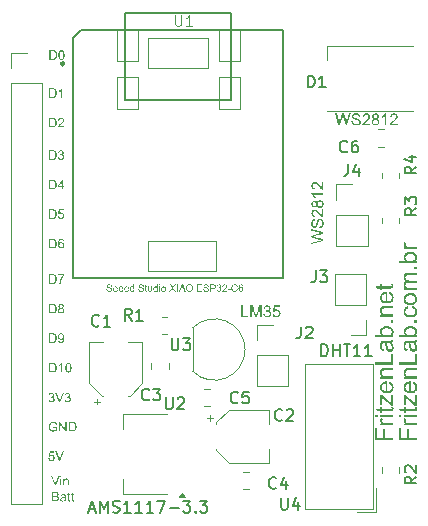
<source format=gbr>
%TF.GenerationSoftware,KiCad,Pcbnew,8.0.1*%
%TF.CreationDate,2024-05-28T12:59:40-03:00*%
%TF.ProjectId,ESP32C6-dev-board,45535033-3243-4362-9d64-65762d626f61,rev?*%
%TF.SameCoordinates,Original*%
%TF.FileFunction,Legend,Top*%
%TF.FilePolarity,Positive*%
%FSLAX46Y46*%
G04 Gerber Fmt 4.6, Leading zero omitted, Abs format (unit mm)*
G04 Created by KiCad (PCBNEW 8.0.1) date 2024-05-28 12:59:40*
%MOMM*%
%LPD*%
G01*
G04 APERTURE LIST*
%ADD10C,0.187500*%
%ADD11C,0.162500*%
%ADD12C,0.150000*%
%ADD13C,0.101600*%
%ADD14C,0.076200*%
%ADD15C,0.120000*%
%ADD16C,0.127000*%
%ADD17C,0.066040*%
%ADD18C,0.254000*%
G04 APERTURE END LIST*
D10*
G36*
X149080000Y-95465701D02*
G01*
X148063949Y-95732903D01*
X148063949Y-95596127D01*
X148730976Y-95442986D01*
X148783275Y-95431064D01*
X148835390Y-95419966D01*
X148887322Y-95409693D01*
X148939071Y-95400244D01*
X148891461Y-95389030D01*
X148843238Y-95377604D01*
X148794061Y-95365815D01*
X148751004Y-95355059D01*
X148063949Y-95163328D01*
X148063949Y-95002616D01*
X148578813Y-94858269D01*
X148626383Y-94845187D01*
X148684826Y-94830165D01*
X148742136Y-94816622D01*
X148798313Y-94804557D01*
X148853357Y-94793972D01*
X148907269Y-94784865D01*
X148939071Y-94780111D01*
X148889063Y-94769731D01*
X148835512Y-94757885D01*
X148785751Y-94746318D01*
X148733278Y-94733629D01*
X148717787Y-94729797D01*
X148063949Y-94572016D01*
X148063949Y-94437927D01*
X149080000Y-94714166D01*
X149080000Y-94842637D01*
X148305017Y-95054884D01*
X148256268Y-95068140D01*
X148206796Y-95081216D01*
X148185582Y-95086392D01*
X148235236Y-95097989D01*
X148285786Y-95110739D01*
X148305017Y-95115945D01*
X149080000Y-95329658D01*
X149080000Y-95465701D01*
G37*
G36*
X148747341Y-94365875D02*
G01*
X148736106Y-94240334D01*
X148786995Y-94231351D01*
X148834874Y-94215231D01*
X148865554Y-94198813D01*
X148903448Y-94166296D01*
X148932775Y-94125761D01*
X148947376Y-94097452D01*
X148965036Y-94048108D01*
X148974729Y-93999794D01*
X148978364Y-93948188D01*
X148978394Y-93942847D01*
X148975710Y-93892563D01*
X148966660Y-93842515D01*
X148955680Y-93808269D01*
X148932365Y-93762775D01*
X148897820Y-93724978D01*
X148892909Y-93721318D01*
X148848351Y-93699021D01*
X148805715Y-93692742D01*
X148755921Y-93701475D01*
X148722428Y-93720341D01*
X148689455Y-93756673D01*
X148665413Y-93803188D01*
X148662344Y-93810956D01*
X148646543Y-93860102D01*
X148632203Y-93913112D01*
X148619127Y-93965081D01*
X148613007Y-93990230D01*
X148600505Y-94039334D01*
X148586266Y-94089243D01*
X148570452Y-94136549D01*
X148549504Y-94184647D01*
X148521005Y-94229853D01*
X148488235Y-94266402D01*
X148454738Y-94292114D01*
X148410499Y-94313695D01*
X148362414Y-94325316D01*
X148328220Y-94327529D01*
X148276538Y-94322421D01*
X148227281Y-94307096D01*
X148184605Y-94284298D01*
X148145927Y-94253262D01*
X148113546Y-94214498D01*
X148087461Y-94168006D01*
X148083000Y-94157780D01*
X148066235Y-94109581D01*
X148054956Y-94058407D01*
X148049164Y-94004257D01*
X148048318Y-93972889D01*
X148050592Y-93918606D01*
X148057416Y-93867620D01*
X148068788Y-93819931D01*
X148084710Y-93775540D01*
X148107767Y-93730585D01*
X148139776Y-93687976D01*
X148178512Y-93653095D01*
X148191444Y-93644138D01*
X148237373Y-93619461D01*
X148286928Y-93603132D01*
X148340108Y-93595151D01*
X148351179Y-93594556D01*
X148360949Y-93722295D01*
X148310292Y-93731968D01*
X148262798Y-93751870D01*
X148221244Y-93784892D01*
X148214891Y-93792149D01*
X148188874Y-93834777D01*
X148173697Y-93882605D01*
X148166759Y-93932644D01*
X148165554Y-93967515D01*
X148167693Y-94017277D01*
X148175375Y-94066476D01*
X148192835Y-94116470D01*
X148210251Y-94143859D01*
X148246200Y-94177495D01*
X148294740Y-94197117D01*
X148317718Y-94199057D01*
X148367543Y-94189227D01*
X148407599Y-94159734D01*
X148434252Y-94113527D01*
X148452326Y-94063335D01*
X148466042Y-94015513D01*
X148479895Y-93958967D01*
X148491199Y-93910697D01*
X148504182Y-93859337D01*
X148518526Y-93808468D01*
X148535697Y-93757388D01*
X148544619Y-93735973D01*
X148569282Y-93690165D01*
X148600719Y-93647833D01*
X148640203Y-93611681D01*
X148647934Y-93606280D01*
X148693172Y-93582362D01*
X148742912Y-93568373D01*
X148792037Y-93564270D01*
X148841659Y-93568778D01*
X148889467Y-93582302D01*
X148935463Y-93604842D01*
X148944445Y-93610432D01*
X148986071Y-93643066D01*
X149021496Y-93683571D01*
X149048076Y-93726756D01*
X149055819Y-93742568D01*
X149075064Y-93792765D01*
X149086883Y-93840240D01*
X149093726Y-93890401D01*
X149095631Y-93936496D01*
X149094197Y-93986233D01*
X149088899Y-94040331D01*
X149079698Y-94090198D01*
X149064402Y-94142008D01*
X149054842Y-94165840D01*
X149031899Y-94209514D01*
X148999993Y-94252699D01*
X148961634Y-94289585D01*
X148932477Y-94310676D01*
X148884752Y-94336273D01*
X148833627Y-94353988D01*
X148785328Y-94363116D01*
X148747341Y-94365875D01*
G37*
G36*
X148962763Y-92787822D02*
G01*
X149080000Y-92787822D01*
X149080000Y-93453628D01*
X149030798Y-93449670D01*
X148994026Y-93439218D01*
X148947437Y-93418008D01*
X148905534Y-93392515D01*
X148864060Y-93361107D01*
X148859937Y-93357641D01*
X148821082Y-93322238D01*
X148783820Y-93284151D01*
X148749112Y-93245717D01*
X148712440Y-93202513D01*
X148707041Y-93195952D01*
X148673972Y-93156583D01*
X148635117Y-93112052D01*
X148599016Y-93072720D01*
X148559331Y-93032386D01*
X148518046Y-92994792D01*
X148491863Y-92974180D01*
X148447888Y-92946198D01*
X148400614Y-92925847D01*
X148350541Y-92916520D01*
X148341653Y-92916294D01*
X148289263Y-92923713D01*
X148243468Y-92945969D01*
X148216601Y-92969050D01*
X148187538Y-93008904D01*
X148170539Y-93056262D01*
X148165554Y-93105826D01*
X148171016Y-93158215D01*
X148189642Y-93207797D01*
X148221486Y-93248953D01*
X148265047Y-93279493D01*
X148313514Y-93296437D01*
X148364354Y-93302877D01*
X148376580Y-93303175D01*
X148363147Y-93430181D01*
X148310822Y-93422785D01*
X148263393Y-93410306D01*
X148214244Y-93389322D01*
X148171757Y-93361419D01*
X148140642Y-93331995D01*
X148110758Y-93291909D01*
X148088215Y-93246236D01*
X148073012Y-93194977D01*
X148065822Y-93146594D01*
X148063949Y-93103140D01*
X148066791Y-93050947D01*
X148077292Y-92995417D01*
X148095529Y-92945660D01*
X148121504Y-92901677D01*
X148144794Y-92873796D01*
X148182010Y-92840867D01*
X148229065Y-92813138D01*
X148280943Y-92795972D01*
X148330294Y-92789618D01*
X148345073Y-92789288D01*
X148394164Y-92793359D01*
X148442610Y-92805573D01*
X148464752Y-92813956D01*
X148509608Y-92837060D01*
X148552296Y-92866325D01*
X148588339Y-92896022D01*
X148628709Y-92934316D01*
X148665397Y-92972409D01*
X148700528Y-93010846D01*
X148739059Y-93054623D01*
X148766636Y-93086775D01*
X148799944Y-93125659D01*
X148833398Y-93163968D01*
X148867858Y-93202061D01*
X148894863Y-93229658D01*
X148932937Y-93261626D01*
X148962763Y-93281681D01*
X148962763Y-92787822D01*
G37*
G36*
X148845749Y-92001335D02*
G01*
X148896244Y-92014448D01*
X148942788Y-92036304D01*
X148985382Y-92066901D01*
X149007948Y-92088311D01*
X149042113Y-92131033D01*
X149067888Y-92179272D01*
X149085270Y-92233027D01*
X149093490Y-92283494D01*
X149095631Y-92328646D01*
X149092540Y-92382498D01*
X149083266Y-92432315D01*
X149064633Y-92485334D01*
X149037585Y-92532860D01*
X149007704Y-92569225D01*
X148967048Y-92604818D01*
X148922232Y-92631669D01*
X148873255Y-92649778D01*
X148820117Y-92659144D01*
X148787885Y-92660572D01*
X148735305Y-92656630D01*
X148687747Y-92644807D01*
X148640797Y-92622424D01*
X148623754Y-92610746D01*
X148586512Y-92575479D01*
X148557522Y-92531959D01*
X148538488Y-92485735D01*
X148533628Y-92468841D01*
X148511264Y-92517031D01*
X148480283Y-92558871D01*
X148452540Y-92582903D01*
X148406249Y-92606939D01*
X148357436Y-92618251D01*
X148326266Y-92620027D01*
X148272930Y-92615097D01*
X148224050Y-92600305D01*
X148179629Y-92575652D01*
X148139665Y-92541137D01*
X148106539Y-92498318D01*
X148082878Y-92448996D01*
X148069938Y-92400505D01*
X148064245Y-92347035D01*
X148063949Y-92330844D01*
X148064047Y-92329378D01*
X148165554Y-92329378D01*
X148172011Y-92379101D01*
X148193580Y-92425293D01*
X148211472Y-92446859D01*
X148251803Y-92477064D01*
X148301999Y-92492371D01*
X148321625Y-92493510D01*
X148372287Y-92487052D01*
X148418720Y-92465484D01*
X148440083Y-92447592D01*
X148469813Y-92405571D01*
X148483804Y-92358768D01*
X148485758Y-92331332D01*
X148587606Y-92331332D01*
X148593235Y-92383048D01*
X148610122Y-92428896D01*
X148638267Y-92468876D01*
X148645247Y-92476168D01*
X148683935Y-92506308D01*
X148732993Y-92526568D01*
X148783502Y-92533265D01*
X148788862Y-92533321D01*
X148840580Y-92527093D01*
X148887625Y-92509941D01*
X148890711Y-92508408D01*
X148932081Y-92479511D01*
X148963684Y-92439987D01*
X148967159Y-92433914D01*
X148986444Y-92385768D01*
X148993921Y-92334295D01*
X148994026Y-92327180D01*
X148988492Y-92274926D01*
X148971892Y-92228682D01*
X148940848Y-92184756D01*
X148937362Y-92181123D01*
X148898788Y-92150597D01*
X148849416Y-92130077D01*
X148798220Y-92123294D01*
X148792770Y-92123237D01*
X148740210Y-92129057D01*
X148693661Y-92146517D01*
X148653122Y-92175616D01*
X148645736Y-92182833D01*
X148615081Y-92222837D01*
X148595780Y-92268661D01*
X148587833Y-92320305D01*
X148587606Y-92331332D01*
X148485758Y-92331332D01*
X148486001Y-92327913D01*
X148479578Y-92278030D01*
X148458124Y-92232130D01*
X148440327Y-92210921D01*
X148399832Y-92181349D01*
X148352564Y-92166853D01*
X148328464Y-92165247D01*
X148279898Y-92171876D01*
X148234261Y-92194019D01*
X148212693Y-92212386D01*
X148182173Y-92254317D01*
X148167212Y-92303908D01*
X148165554Y-92329378D01*
X148064047Y-92329378D01*
X148067654Y-92275608D01*
X148078769Y-92225303D01*
X148097293Y-92179931D01*
X148127538Y-92134117D01*
X148141374Y-92118597D01*
X148182086Y-92083334D01*
X148227042Y-92058147D01*
X148276242Y-92043034D01*
X148329685Y-92037997D01*
X148380232Y-92043183D01*
X148429177Y-92060507D01*
X148453028Y-92074877D01*
X148491545Y-92110973D01*
X148520088Y-92155526D01*
X148533628Y-92186496D01*
X148553463Y-92137806D01*
X148579172Y-92096147D01*
X148614625Y-92058109D01*
X148630837Y-92045324D01*
X148675368Y-92019822D01*
X148725004Y-92003765D01*
X148774040Y-91997389D01*
X148791304Y-91996964D01*
X148845749Y-92001335D01*
G37*
G36*
X149080000Y-91414689D02*
G01*
X149080000Y-91538276D01*
X148288164Y-91538276D01*
X148320587Y-91575714D01*
X148350309Y-91616911D01*
X148374626Y-91655512D01*
X148399394Y-91699395D01*
X148421790Y-91744305D01*
X148439106Y-91785694D01*
X148314054Y-91785694D01*
X148291926Y-91741530D01*
X148264262Y-91694121D01*
X148234064Y-91649978D01*
X148201331Y-91609101D01*
X148197062Y-91604221D01*
X148163005Y-91568226D01*
X148125312Y-91534519D01*
X148084201Y-91505496D01*
X148063949Y-91494312D01*
X148063949Y-91414689D01*
X149080000Y-91414689D01*
G37*
G36*
X148962763Y-90451884D02*
G01*
X149080000Y-90451884D01*
X149080000Y-91117690D01*
X149030798Y-91113731D01*
X148994026Y-91103279D01*
X148947437Y-91082069D01*
X148905534Y-91056576D01*
X148864060Y-91025168D01*
X148859937Y-91021702D01*
X148821082Y-90986299D01*
X148783820Y-90948213D01*
X148749112Y-90909778D01*
X148712440Y-90866575D01*
X148707041Y-90860013D01*
X148673972Y-90820645D01*
X148635117Y-90776113D01*
X148599016Y-90736781D01*
X148559331Y-90696447D01*
X148518046Y-90658854D01*
X148491863Y-90638241D01*
X148447888Y-90610259D01*
X148400614Y-90589909D01*
X148350541Y-90580582D01*
X148341653Y-90580355D01*
X148289263Y-90587774D01*
X148243468Y-90610031D01*
X148216601Y-90633112D01*
X148187538Y-90672966D01*
X148170539Y-90720324D01*
X148165554Y-90769888D01*
X148171016Y-90822276D01*
X148189642Y-90871859D01*
X148221486Y-90913014D01*
X148265047Y-90943554D01*
X148313514Y-90960498D01*
X148364354Y-90966938D01*
X148376580Y-90967236D01*
X148363147Y-91094242D01*
X148310822Y-91086846D01*
X148263393Y-91074367D01*
X148214244Y-91053383D01*
X148171757Y-91025480D01*
X148140642Y-90996057D01*
X148110758Y-90955971D01*
X148088215Y-90910298D01*
X148073012Y-90859039D01*
X148065822Y-90810656D01*
X148063949Y-90767201D01*
X148066791Y-90715009D01*
X148077292Y-90659478D01*
X148095529Y-90609722D01*
X148121504Y-90565739D01*
X148144794Y-90537857D01*
X148182010Y-90504929D01*
X148229065Y-90477200D01*
X148280943Y-90460034D01*
X148330294Y-90453679D01*
X148345073Y-90453349D01*
X148394164Y-90457420D01*
X148442610Y-90469634D01*
X148464752Y-90478018D01*
X148509608Y-90501121D01*
X148552296Y-90530386D01*
X148588339Y-90560083D01*
X148628709Y-90598378D01*
X148665397Y-90636470D01*
X148700528Y-90674907D01*
X148739059Y-90718685D01*
X148766636Y-90750837D01*
X148799944Y-90789720D01*
X148833398Y-90828030D01*
X148867858Y-90866122D01*
X148894863Y-90893719D01*
X148932937Y-90925687D01*
X148962763Y-90945743D01*
X148962763Y-90451884D01*
G37*
G36*
X126158618Y-90269892D02*
G01*
X126201695Y-90272468D01*
X126241293Y-90277506D01*
X126257829Y-90280883D01*
X126299076Y-90293454D01*
X126336353Y-90311139D01*
X126369662Y-90333937D01*
X126375847Y-90339110D01*
X126405767Y-90368163D01*
X126431632Y-90401002D01*
X126453443Y-90437626D01*
X126471200Y-90478036D01*
X126483534Y-90516125D01*
X126492838Y-90556532D01*
X126499113Y-90599259D01*
X126502359Y-90644304D01*
X126502854Y-90671085D01*
X126501825Y-90710595D01*
X126498131Y-90753277D01*
X126491750Y-90793320D01*
X126481360Y-90835217D01*
X126468406Y-90873496D01*
X126451729Y-90911460D01*
X126430607Y-90947667D01*
X126426454Y-90953625D01*
X126400488Y-90985994D01*
X126370312Y-91014734D01*
X126353182Y-91027484D01*
X126318054Y-91047106D01*
X126280763Y-91061440D01*
X126256852Y-91068127D01*
X126216179Y-91076025D01*
X126175756Y-91080360D01*
X126136570Y-91081945D01*
X126127501Y-91082000D01*
X125836755Y-91082000D01*
X125836755Y-90362949D01*
X125943440Y-90362949D01*
X125943440Y-90988210D01*
X126115387Y-90988210D01*
X126157510Y-90987020D01*
X126197932Y-90982906D01*
X126237572Y-90974091D01*
X126240439Y-90973165D01*
X126276589Y-90957644D01*
X126309293Y-90934136D01*
X126312735Y-90930764D01*
X126338802Y-90898158D01*
X126358545Y-90861703D01*
X126371744Y-90827205D01*
X126382040Y-90788426D01*
X126388966Y-90745289D01*
X126392293Y-90703285D01*
X126393042Y-90669522D01*
X126391579Y-90623411D01*
X126387189Y-90581503D01*
X126378370Y-90537925D01*
X126365567Y-90500068D01*
X126351423Y-90472174D01*
X126326700Y-90436977D01*
X126299134Y-90408983D01*
X126265169Y-90386326D01*
X126250600Y-90379752D01*
X126211142Y-90369513D01*
X126171884Y-90364934D01*
X126130033Y-90363096D01*
X126112651Y-90362949D01*
X125943440Y-90362949D01*
X125836755Y-90362949D01*
X125836755Y-90269159D01*
X126114410Y-90269159D01*
X126158618Y-90269892D01*
G37*
G36*
X127020844Y-90794379D02*
G01*
X127129678Y-90794379D01*
X127129678Y-90885042D01*
X127020844Y-90885042D01*
X127020844Y-91082000D01*
X126921974Y-91082000D01*
X126921974Y-90885042D01*
X126572414Y-90885042D01*
X126572414Y-90794379D01*
X126669720Y-90794379D01*
X126921974Y-90794379D01*
X126921974Y-90428992D01*
X126669720Y-90794379D01*
X126572414Y-90794379D01*
X126940146Y-90269159D01*
X127020844Y-90269159D01*
X127020844Y-90794379D01*
G37*
G36*
X126158618Y-98269892D02*
G01*
X126201695Y-98272468D01*
X126241293Y-98277506D01*
X126257829Y-98280883D01*
X126299076Y-98293454D01*
X126336353Y-98311139D01*
X126369662Y-98333937D01*
X126375847Y-98339110D01*
X126405767Y-98368163D01*
X126431632Y-98401002D01*
X126453443Y-98437626D01*
X126471200Y-98478036D01*
X126483534Y-98516125D01*
X126492838Y-98556532D01*
X126499113Y-98599259D01*
X126502359Y-98644304D01*
X126502854Y-98671085D01*
X126501825Y-98710595D01*
X126498131Y-98753277D01*
X126491750Y-98793320D01*
X126481360Y-98835217D01*
X126468406Y-98873496D01*
X126451729Y-98911460D01*
X126430607Y-98947667D01*
X126426454Y-98953625D01*
X126400488Y-98985994D01*
X126370312Y-99014734D01*
X126353182Y-99027484D01*
X126318054Y-99047106D01*
X126280763Y-99061440D01*
X126256852Y-99068127D01*
X126216179Y-99076025D01*
X126175756Y-99080360D01*
X126136570Y-99081945D01*
X126127501Y-99082000D01*
X125836755Y-99082000D01*
X125836755Y-98362949D01*
X125943440Y-98362949D01*
X125943440Y-98988210D01*
X126115387Y-98988210D01*
X126157510Y-98987020D01*
X126197932Y-98982906D01*
X126237572Y-98974091D01*
X126240439Y-98973165D01*
X126276589Y-98957644D01*
X126309293Y-98934136D01*
X126312735Y-98930764D01*
X126338802Y-98898158D01*
X126358545Y-98861703D01*
X126371744Y-98827205D01*
X126382040Y-98788426D01*
X126388966Y-98745289D01*
X126392293Y-98703285D01*
X126393042Y-98669522D01*
X126391579Y-98623411D01*
X126387189Y-98581503D01*
X126378370Y-98537925D01*
X126365567Y-98500068D01*
X126351423Y-98472174D01*
X126326700Y-98436977D01*
X126299134Y-98408983D01*
X126265169Y-98386326D01*
X126250600Y-98379752D01*
X126211142Y-98369513D01*
X126171884Y-98364934D01*
X126130033Y-98363096D01*
X126112651Y-98362949D01*
X125943440Y-98362949D01*
X125836755Y-98362949D01*
X125836755Y-98269159D01*
X126114410Y-98269159D01*
X126158618Y-98269892D01*
G37*
G36*
X126611493Y-98375454D02*
G01*
X126611493Y-98281665D01*
X127133000Y-98281665D01*
X127133000Y-98358650D01*
X127104179Y-98391481D01*
X127075454Y-98428131D01*
X127051589Y-98461590D01*
X127027792Y-98497702D01*
X127004061Y-98536466D01*
X126980397Y-98577882D01*
X126957663Y-98620759D01*
X126936598Y-98664027D01*
X126917202Y-98707687D01*
X126899477Y-98751737D01*
X126883420Y-98796179D01*
X126869034Y-98841012D01*
X126863747Y-98859055D01*
X126853365Y-98897910D01*
X126844494Y-98938125D01*
X126837135Y-98979701D01*
X126831287Y-99022636D01*
X126826950Y-99066932D01*
X126825840Y-99082000D01*
X126724040Y-99082000D01*
X126726427Y-99038119D01*
X126731048Y-98997471D01*
X126738045Y-98954020D01*
X126745692Y-98915670D01*
X126754990Y-98875374D01*
X126761360Y-98850262D01*
X126773293Y-98808007D01*
X126786742Y-98766239D01*
X126801709Y-98724957D01*
X126818193Y-98684161D01*
X126836193Y-98643853D01*
X126855711Y-98604031D01*
X126863942Y-98588238D01*
X126885030Y-98549761D01*
X126906528Y-98513221D01*
X126928437Y-98478618D01*
X126950755Y-98445951D01*
X126978079Y-98409308D01*
X127005994Y-98375454D01*
X126611493Y-98375454D01*
G37*
G36*
X126158618Y-87769892D02*
G01*
X126201695Y-87772468D01*
X126241293Y-87777506D01*
X126257829Y-87780883D01*
X126299076Y-87793454D01*
X126336353Y-87811139D01*
X126369662Y-87833937D01*
X126375847Y-87839110D01*
X126405767Y-87868163D01*
X126431632Y-87901002D01*
X126453443Y-87937626D01*
X126471200Y-87978036D01*
X126483534Y-88016125D01*
X126492838Y-88056532D01*
X126499113Y-88099259D01*
X126502359Y-88144304D01*
X126502854Y-88171085D01*
X126501825Y-88210595D01*
X126498131Y-88253277D01*
X126491750Y-88293320D01*
X126481360Y-88335217D01*
X126468406Y-88373496D01*
X126451729Y-88411460D01*
X126430607Y-88447667D01*
X126426454Y-88453625D01*
X126400488Y-88485994D01*
X126370312Y-88514734D01*
X126353182Y-88527484D01*
X126318054Y-88547106D01*
X126280763Y-88561440D01*
X126256852Y-88568127D01*
X126216179Y-88576025D01*
X126175756Y-88580360D01*
X126136570Y-88581945D01*
X126127501Y-88582000D01*
X125836755Y-88582000D01*
X125836755Y-87862949D01*
X125943440Y-87862949D01*
X125943440Y-88488210D01*
X126115387Y-88488210D01*
X126157510Y-88487020D01*
X126197932Y-88482906D01*
X126237572Y-88474091D01*
X126240439Y-88473165D01*
X126276589Y-88457644D01*
X126309293Y-88434136D01*
X126312735Y-88430764D01*
X126338802Y-88398158D01*
X126358545Y-88361703D01*
X126371744Y-88327205D01*
X126382040Y-88288426D01*
X126388966Y-88245289D01*
X126392293Y-88203285D01*
X126393042Y-88169522D01*
X126391579Y-88123411D01*
X126387189Y-88081503D01*
X126378370Y-88037925D01*
X126365567Y-88000068D01*
X126351423Y-87972174D01*
X126326700Y-87936977D01*
X126299134Y-87908983D01*
X126265169Y-87886326D01*
X126250600Y-87879752D01*
X126211142Y-87869513D01*
X126171884Y-87864934D01*
X126130033Y-87863096D01*
X126112651Y-87862949D01*
X125943440Y-87862949D01*
X125836755Y-87862949D01*
X125836755Y-87769159D01*
X126114410Y-87769159D01*
X126158618Y-87769892D01*
G37*
G36*
X126605436Y-88370192D02*
G01*
X126704305Y-88356905D01*
X126714295Y-88395532D01*
X126729095Y-88432069D01*
X126752305Y-88466775D01*
X126762142Y-88476682D01*
X126795417Y-88498948D01*
X126833693Y-88510937D01*
X126861988Y-88513221D01*
X126903571Y-88508489D01*
X126940879Y-88494292D01*
X126973913Y-88470631D01*
X126980006Y-88464763D01*
X127005354Y-88432225D01*
X127021314Y-88395184D01*
X127027886Y-88353640D01*
X127028073Y-88344791D01*
X127023723Y-88304517D01*
X127008887Y-88265638D01*
X126983524Y-88232439D01*
X126950056Y-88207187D01*
X126910908Y-88192416D01*
X126870390Y-88188085D01*
X126829877Y-88192359D01*
X126800439Y-88199027D01*
X126811577Y-88105824D01*
X126827404Y-88106801D01*
X126869404Y-88102968D01*
X126908356Y-88091470D01*
X126941123Y-88074365D01*
X126969935Y-88047910D01*
X126987727Y-88009570D01*
X126991730Y-87974323D01*
X126985635Y-87933855D01*
X126965439Y-87897054D01*
X126954801Y-87885614D01*
X126921407Y-87862842D01*
X126880919Y-87851680D01*
X126859839Y-87850443D01*
X126819301Y-87855499D01*
X126781462Y-87872387D01*
X126763705Y-87886396D01*
X126738710Y-87918416D01*
X126722604Y-87956651D01*
X126714270Y-87994254D01*
X126615401Y-87976668D01*
X126625481Y-87935544D01*
X126639994Y-87898684D01*
X126662006Y-87861779D01*
X126689807Y-87830443D01*
X126697662Y-87823479D01*
X126731770Y-87799714D01*
X126769811Y-87782739D01*
X126811784Y-87772554D01*
X126851736Y-87769212D01*
X126857690Y-87769159D01*
X126897833Y-87771907D01*
X126939655Y-87781277D01*
X126979030Y-87797296D01*
X127014086Y-87819088D01*
X127042955Y-87845774D01*
X127063831Y-87874281D01*
X127081810Y-87911623D01*
X127091491Y-87950668D01*
X127093335Y-87977645D01*
X127088724Y-88018359D01*
X127074889Y-88056042D01*
X127065394Y-88072411D01*
X127038209Y-88104150D01*
X127005158Y-88128353D01*
X126982351Y-88140213D01*
X127020043Y-88152384D01*
X127055977Y-88172541D01*
X127085653Y-88199683D01*
X127093335Y-88209187D01*
X127114252Y-88244492D01*
X127127422Y-88284948D01*
X127132652Y-88325764D01*
X127133000Y-88340297D01*
X127129316Y-88385258D01*
X127118265Y-88427134D01*
X127099845Y-88465924D01*
X127074058Y-88501628D01*
X127056015Y-88520646D01*
X127025723Y-88545746D01*
X126986789Y-88568467D01*
X126943984Y-88584118D01*
X126904213Y-88591908D01*
X126861598Y-88594505D01*
X126816900Y-88591522D01*
X126775642Y-88582574D01*
X126737826Y-88567661D01*
X126703450Y-88546783D01*
X126685352Y-88532174D01*
X126657619Y-88503052D01*
X126635626Y-88470395D01*
X126619375Y-88434204D01*
X126608864Y-88394479D01*
X126605436Y-88370192D01*
G37*
G36*
X126158618Y-92769892D02*
G01*
X126201695Y-92772468D01*
X126241293Y-92777506D01*
X126257829Y-92780883D01*
X126299076Y-92793454D01*
X126336353Y-92811139D01*
X126369662Y-92833937D01*
X126375847Y-92839110D01*
X126405767Y-92868163D01*
X126431632Y-92901002D01*
X126453443Y-92937626D01*
X126471200Y-92978036D01*
X126483534Y-93016125D01*
X126492838Y-93056532D01*
X126499113Y-93099259D01*
X126502359Y-93144304D01*
X126502854Y-93171085D01*
X126501825Y-93210595D01*
X126498131Y-93253277D01*
X126491750Y-93293320D01*
X126481360Y-93335217D01*
X126468406Y-93373496D01*
X126451729Y-93411460D01*
X126430607Y-93447667D01*
X126426454Y-93453625D01*
X126400488Y-93485994D01*
X126370312Y-93514734D01*
X126353182Y-93527484D01*
X126318054Y-93547106D01*
X126280763Y-93561440D01*
X126256852Y-93568127D01*
X126216179Y-93576025D01*
X126175756Y-93580360D01*
X126136570Y-93581945D01*
X126127501Y-93582000D01*
X125836755Y-93582000D01*
X125836755Y-92862949D01*
X125943440Y-92862949D01*
X125943440Y-93488210D01*
X126115387Y-93488210D01*
X126157510Y-93487020D01*
X126197932Y-93482906D01*
X126237572Y-93474091D01*
X126240439Y-93473165D01*
X126276589Y-93457644D01*
X126309293Y-93434136D01*
X126312735Y-93430764D01*
X126338802Y-93398158D01*
X126358545Y-93361703D01*
X126371744Y-93327205D01*
X126382040Y-93288426D01*
X126388966Y-93245289D01*
X126392293Y-93203285D01*
X126393042Y-93169522D01*
X126391579Y-93123411D01*
X126387189Y-93081503D01*
X126378370Y-93037925D01*
X126365567Y-93000068D01*
X126351423Y-92972174D01*
X126326700Y-92936977D01*
X126299134Y-92908983D01*
X126265169Y-92886326D01*
X126250600Y-92879752D01*
X126211142Y-92869513D01*
X126171884Y-92864934D01*
X126130033Y-92863096D01*
X126112651Y-92862949D01*
X125943440Y-92862949D01*
X125836755Y-92862949D01*
X125836755Y-92769159D01*
X126114410Y-92769159D01*
X126158618Y-92769892D01*
G37*
G36*
X126604849Y-93369411D02*
G01*
X126708799Y-93360618D01*
X126717695Y-93400389D01*
X126733235Y-93437583D01*
X126757205Y-93469989D01*
X126762337Y-93474923D01*
X126796290Y-93498261D01*
X126835134Y-93510827D01*
X126863747Y-93513221D01*
X126906184Y-93507840D01*
X126944347Y-93491697D01*
X126978236Y-93464792D01*
X126984501Y-93458120D01*
X127008492Y-93424297D01*
X127024631Y-93384817D01*
X127032386Y-93344975D01*
X127034131Y-93312160D01*
X127031151Y-93271164D01*
X127020675Y-93230503D01*
X127002657Y-93195622D01*
X126986454Y-93175579D01*
X126953898Y-93149201D01*
X126915578Y-93132593D01*
X126876164Y-93125998D01*
X126861988Y-93125558D01*
X126822029Y-93129897D01*
X126783118Y-93144174D01*
X126775819Y-93148224D01*
X126743339Y-93172295D01*
X126718071Y-93202377D01*
X126715247Y-93206842D01*
X126622435Y-93194728D01*
X126700397Y-92781665D01*
X127101151Y-92781665D01*
X127101151Y-92875454D01*
X126779532Y-92875454D01*
X126736154Y-93091951D01*
X126772925Y-93071092D01*
X126810551Y-93056193D01*
X126849031Y-93047254D01*
X126888367Y-93044274D01*
X126932948Y-93047790D01*
X126974370Y-93058337D01*
X127012631Y-93075915D01*
X127047732Y-93100524D01*
X127066371Y-93117743D01*
X127094693Y-93151819D01*
X127116059Y-93189935D01*
X127130468Y-93232090D01*
X127137283Y-93271437D01*
X127139057Y-93306494D01*
X127136818Y-93346622D01*
X127128545Y-93390782D01*
X127114175Y-93432080D01*
X127093710Y-93470518D01*
X127075359Y-93496221D01*
X127044284Y-93529622D01*
X127009239Y-93556113D01*
X126970224Y-93575693D01*
X126927238Y-93588362D01*
X126888383Y-93593641D01*
X126863747Y-93594505D01*
X126823916Y-93592341D01*
X126781041Y-93584347D01*
X126742038Y-93570462D01*
X126706905Y-93550687D01*
X126684180Y-93532956D01*
X126656675Y-93504026D01*
X126634855Y-93471262D01*
X126618719Y-93434665D01*
X126608269Y-93394235D01*
X126604849Y-93369411D01*
G37*
G36*
X156995000Y-112326709D02*
G01*
X155470924Y-112326709D01*
X155470924Y-111307850D01*
X155646779Y-111307850D01*
X155646779Y-112127041D01*
X156127449Y-112127041D01*
X156127449Y-111418126D01*
X156303304Y-111418126D01*
X156303304Y-112127041D01*
X156995000Y-112127041D01*
X156995000Y-112326709D01*
G37*
G36*
X156995000Y-111080704D02*
G01*
X155892976Y-111080704D01*
X155892976Y-110913642D01*
X156061870Y-110913642D01*
X155996203Y-110874766D01*
X155934264Y-110827115D01*
X155906898Y-110796039D01*
X155875696Y-110727776D01*
X155869528Y-110676605D01*
X155879445Y-110599917D01*
X155906201Y-110528270D01*
X155929612Y-110486095D01*
X156102903Y-110549842D01*
X156072952Y-110617986D01*
X156062969Y-110686130D01*
X156078905Y-110760587D01*
X156099972Y-110795307D01*
X156156930Y-110844880D01*
X156201821Y-110864183D01*
X156278912Y-110883160D01*
X156354195Y-110892861D01*
X156419075Y-110895324D01*
X156995000Y-110895324D01*
X156995000Y-111080704D01*
G37*
G36*
X155681950Y-110378384D02*
G01*
X155470924Y-110378384D01*
X155470924Y-110193004D01*
X155681950Y-110193004D01*
X155681950Y-110378384D01*
G37*
G36*
X156995000Y-110378384D02*
G01*
X155892976Y-110378384D01*
X155892976Y-110193004D01*
X156995000Y-110193004D01*
X156995000Y-110378384D01*
G37*
G36*
X156825006Y-109508635D02*
G01*
X156995000Y-109481891D01*
X157012585Y-109556079D01*
X157018447Y-109621842D01*
X157013126Y-109696501D01*
X156991968Y-109767805D01*
X156986207Y-109778646D01*
X156937578Y-109835375D01*
X156900844Y-109857048D01*
X156825705Y-109873089D01*
X156747080Y-109878326D01*
X156678461Y-109879396D01*
X156039521Y-109879396D01*
X156039521Y-110015683D01*
X155892976Y-110015683D01*
X155892976Y-109879396D01*
X155626995Y-109879396D01*
X155517819Y-109695115D01*
X155892976Y-109695115D01*
X155892976Y-109508635D01*
X156039521Y-109508635D01*
X156039521Y-109695115D01*
X156693482Y-109695115D01*
X156769528Y-109691757D01*
X156797896Y-109685589D01*
X156834898Y-109653715D01*
X156848454Y-109589968D01*
X156829197Y-109517941D01*
X156825006Y-109508635D01*
G37*
G36*
X156995000Y-109428035D02*
G01*
X156845889Y-109428035D01*
X156039155Y-108731577D01*
X156042701Y-108809851D01*
X156044891Y-108887637D01*
X156045383Y-108940771D01*
X156045383Y-109387002D01*
X155892976Y-109387002D01*
X155892976Y-108492707D01*
X156015708Y-108492707D01*
X156717662Y-109085118D01*
X156845889Y-109199424D01*
X156841059Y-109123074D01*
X156838018Y-109049730D01*
X156836739Y-108972522D01*
X156836730Y-108965683D01*
X156836730Y-108459734D01*
X156995000Y-108459734D01*
X156995000Y-109428035D01*
G37*
G36*
X156502606Y-107334996D02*
G01*
X156502606Y-108151256D01*
X156575758Y-108142876D01*
X156649701Y-108123768D01*
X156720570Y-108090119D01*
X156772616Y-108049406D01*
X156821882Y-107987532D01*
X156852902Y-107916857D01*
X156865674Y-107837380D01*
X156866039Y-107820429D01*
X156857272Y-107742574D01*
X156828220Y-107669684D01*
X156812916Y-107646406D01*
X156759294Y-107592723D01*
X156691227Y-107551970D01*
X156643290Y-107532100D01*
X156666737Y-107340125D01*
X156736250Y-107363699D01*
X156806936Y-107399700D01*
X156868279Y-107445364D01*
X156920280Y-107500691D01*
X156926123Y-107508286D01*
X156966515Y-107573888D01*
X156995366Y-107647963D01*
X157011144Y-107719728D01*
X157018086Y-107797979D01*
X157018447Y-107821528D01*
X157013230Y-107908026D01*
X156997581Y-107987542D01*
X156971499Y-108060078D01*
X156934984Y-108125633D01*
X156888037Y-108184207D01*
X156870069Y-108202180D01*
X156810091Y-108249991D01*
X156741716Y-108287909D01*
X156664943Y-108315936D01*
X156579771Y-108334071D01*
X156502381Y-108341628D01*
X156453147Y-108342864D01*
X156369511Y-108339394D01*
X156291939Y-108328982D01*
X156220432Y-108311630D01*
X156142628Y-108281646D01*
X156073557Y-108241666D01*
X156022669Y-108200715D01*
X155970625Y-108144434D01*
X155929349Y-108082202D01*
X155898840Y-108014019D01*
X155879100Y-107939886D01*
X155870127Y-107859803D01*
X155869528Y-107831786D01*
X155869677Y-107829588D01*
X156021936Y-107829588D01*
X156030666Y-107905530D01*
X156060434Y-107979892D01*
X156105829Y-108039154D01*
X156111329Y-108044644D01*
X156173067Y-108091362D01*
X156246540Y-108122983D01*
X156322700Y-108138532D01*
X156350198Y-108140997D01*
X156350198Y-107529902D01*
X156274741Y-107540473D01*
X156198100Y-107563075D01*
X156134043Y-107599877D01*
X156079851Y-107653893D01*
X156040438Y-107723631D01*
X156023688Y-107795144D01*
X156021936Y-107829588D01*
X155869677Y-107829588D01*
X155874899Y-107752325D01*
X155891012Y-107678531D01*
X155923387Y-107599601D01*
X155970383Y-107528385D01*
X156022302Y-107473482D01*
X156083959Y-107426169D01*
X156154348Y-107388645D01*
X156233470Y-107360911D01*
X156306075Y-107345276D01*
X156384745Y-107336439D01*
X156452048Y-107334263D01*
X156502606Y-107334996D01*
G37*
G36*
X156995000Y-107112979D02*
G01*
X155892976Y-107112979D01*
X155892976Y-106946284D01*
X156047581Y-106946284D01*
X155987071Y-106897309D01*
X155939080Y-106840788D01*
X155898914Y-106765306D01*
X155878049Y-106692431D01*
X155869702Y-106612009D01*
X155869528Y-106597871D01*
X155875454Y-106520160D01*
X155893231Y-106447771D01*
X155905432Y-106416154D01*
X155940875Y-106351450D01*
X155992029Y-106297251D01*
X155999221Y-106291957D01*
X156066929Y-106255001D01*
X156136974Y-106234071D01*
X156213884Y-106226067D01*
X156294693Y-106223903D01*
X156318325Y-106223813D01*
X156995000Y-106223813D01*
X156995000Y-106409193D01*
X156323087Y-106409193D01*
X156245498Y-106412233D01*
X156171406Y-106424582D01*
X156152362Y-106430809D01*
X156090395Y-106470995D01*
X156061870Y-106507745D01*
X156034319Y-106575713D01*
X156027798Y-106637072D01*
X156036759Y-106714618D01*
X156063643Y-106784545D01*
X156103635Y-106841503D01*
X156164379Y-106886905D01*
X156241868Y-106913390D01*
X156317084Y-106924572D01*
X156391964Y-106927599D01*
X156995000Y-106927599D01*
X156995000Y-107112979D01*
G37*
G36*
X156995000Y-105929623D02*
G01*
X155470924Y-105929623D01*
X155470924Y-105729588D01*
X156819145Y-105729588D01*
X156819145Y-104985868D01*
X156995000Y-104985868D01*
X156995000Y-105929623D01*
G37*
G36*
X156995000Y-104025994D02*
G01*
X156921970Y-104051947D01*
X156856514Y-104062997D01*
X156902270Y-104120326D01*
X156943457Y-104182665D01*
X156977028Y-104249585D01*
X156981810Y-104261566D01*
X157004136Y-104334965D01*
X157016157Y-104412279D01*
X157018447Y-104465997D01*
X157014187Y-104540878D01*
X156998885Y-104616709D01*
X156968369Y-104689594D01*
X156929420Y-104743335D01*
X156868949Y-104794340D01*
X156798817Y-104826454D01*
X156719026Y-104839678D01*
X156701908Y-104840055D01*
X156628798Y-104832005D01*
X156557735Y-104805673D01*
X156553531Y-104803419D01*
X156492897Y-104761195D01*
X156445819Y-104707798D01*
X156408195Y-104640498D01*
X156384270Y-104574075D01*
X156369010Y-104500358D01*
X156357759Y-104422778D01*
X156356060Y-104409211D01*
X156345533Y-104329153D01*
X156332340Y-104246269D01*
X156316059Y-104165411D01*
X156296211Y-104092127D01*
X156291580Y-104078384D01*
X156438126Y-104078384D01*
X156462362Y-104151421D01*
X156480050Y-104224018D01*
X156494288Y-104297872D01*
X156507369Y-104381367D01*
X156520575Y-104457720D01*
X156539946Y-104530352D01*
X156545104Y-104543300D01*
X156589585Y-104604176D01*
X156606287Y-104616573D01*
X156677821Y-104641317D01*
X156696046Y-104642219D01*
X156769100Y-104626399D01*
X156821709Y-104586165D01*
X156857736Y-104521921D01*
X156871117Y-104447880D01*
X156871901Y-104421667D01*
X156865255Y-104344559D01*
X156843055Y-104268700D01*
X156824640Y-104231158D01*
X156780199Y-104170605D01*
X156719491Y-104121758D01*
X156694581Y-104108426D01*
X156621798Y-104086863D01*
X156544329Y-104079117D01*
X156507002Y-104078384D01*
X156438126Y-104078384D01*
X156291580Y-104078384D01*
X156243220Y-104077651D01*
X156168190Y-104085019D01*
X156100629Y-104114949D01*
X156084584Y-104130041D01*
X156046408Y-104193085D01*
X156026892Y-104267982D01*
X156021936Y-104341434D01*
X156026229Y-104416488D01*
X156042716Y-104488891D01*
X156065900Y-104534508D01*
X156121928Y-104585813D01*
X156194448Y-104618817D01*
X156221238Y-104626831D01*
X156196325Y-104808182D01*
X156123899Y-104787331D01*
X156056640Y-104756093D01*
X156014242Y-104726849D01*
X155963006Y-104672426D01*
X155925156Y-104607485D01*
X155907264Y-104563084D01*
X155885780Y-104485258D01*
X155873987Y-104407520D01*
X155869676Y-104331867D01*
X155869528Y-104314323D01*
X155872166Y-104239744D01*
X155881282Y-104166600D01*
X155900816Y-104092334D01*
X155902868Y-104086810D01*
X155935015Y-104019100D01*
X155982912Y-103960827D01*
X155986032Y-103958217D01*
X156050960Y-103919525D01*
X156113161Y-103900331D01*
X156190969Y-103892925D01*
X156269760Y-103891208D01*
X156284986Y-103891172D01*
X156533747Y-103891172D01*
X156610365Y-103890886D01*
X156689980Y-103889787D01*
X156765870Y-103887462D01*
X156842535Y-103882196D01*
X156862742Y-103879448D01*
X156934372Y-103860089D01*
X156995000Y-103832187D01*
X156995000Y-104025994D01*
G37*
G36*
X156512642Y-102664686D02*
G01*
X156591521Y-102674883D01*
X156664139Y-102691877D01*
X156743016Y-102721243D01*
X156812877Y-102760399D01*
X156864207Y-102800505D01*
X156916625Y-102854546D01*
X156964071Y-102922574D01*
X156996757Y-102995966D01*
X157014681Y-103074724D01*
X157018447Y-103134263D01*
X157010716Y-103214914D01*
X156987522Y-103287605D01*
X156948866Y-103352338D01*
X156894747Y-103409111D01*
X156856880Y-103437979D01*
X156995000Y-103437979D01*
X156995000Y-103610170D01*
X155470924Y-103610170D01*
X155470924Y-103424790D01*
X156016807Y-103424790D01*
X155959420Y-103370236D01*
X155916128Y-103309476D01*
X155883911Y-103232436D01*
X155870823Y-103158377D01*
X155870163Y-103141224D01*
X156021936Y-103141224D01*
X156032312Y-103214025D01*
X156063438Y-103280385D01*
X156115316Y-103340306D01*
X156128182Y-103351517D01*
X156195451Y-103394375D01*
X156267848Y-103420696D01*
X156340925Y-103434636D01*
X156423083Y-103440091D01*
X156435561Y-103440177D01*
X156517016Y-103437618D01*
X156597227Y-103428424D01*
X156671042Y-103410090D01*
X156722058Y-103386688D01*
X156785050Y-103339038D01*
X156834403Y-103276180D01*
X156860977Y-103203528D01*
X156866039Y-103149651D01*
X156855664Y-103076850D01*
X156824537Y-103010489D01*
X156772659Y-102950569D01*
X156759794Y-102939357D01*
X156691771Y-102896499D01*
X156617439Y-102870178D01*
X156541692Y-102856239D01*
X156455953Y-102850784D01*
X156442889Y-102850697D01*
X156365948Y-102853685D01*
X156286244Y-102864725D01*
X156208420Y-102887302D01*
X156137783Y-102925401D01*
X156124518Y-102935694D01*
X156070422Y-102992287D01*
X156034058Y-103062556D01*
X156021936Y-103141224D01*
X155870163Y-103141224D01*
X155869528Y-103124738D01*
X155875299Y-103050669D01*
X155894573Y-102973800D01*
X155910561Y-102933862D01*
X155949105Y-102865895D01*
X155998653Y-102808450D01*
X156025233Y-102785484D01*
X156090442Y-102742327D01*
X156159650Y-102709895D01*
X156204019Y-102694260D01*
X156277535Y-102675487D01*
X156354515Y-102664507D01*
X156427501Y-102661287D01*
X156512642Y-102664686D01*
G37*
G36*
X156995000Y-102388712D02*
G01*
X156783974Y-102388712D01*
X156783974Y-102177320D01*
X156995000Y-102177320D01*
X156995000Y-102388712D01*
G37*
G36*
X156596395Y-101143806D02*
G01*
X156620209Y-100961357D01*
X156698080Y-100978953D01*
X156768201Y-101005455D01*
X156838852Y-101046648D01*
X156899383Y-101099473D01*
X156912934Y-101114497D01*
X156959096Y-101179573D01*
X156992069Y-101251700D01*
X157011852Y-101330881D01*
X157018344Y-101405949D01*
X157018447Y-101417114D01*
X157013269Y-101498241D01*
X156997736Y-101573185D01*
X156971847Y-101641947D01*
X156928555Y-101714356D01*
X156880229Y-101769722D01*
X156871168Y-101778349D01*
X156811306Y-101824666D01*
X156742454Y-101861399D01*
X156664612Y-101888550D01*
X156592876Y-101903856D01*
X156514896Y-101912507D01*
X156448018Y-101914637D01*
X156372258Y-101911832D01*
X156290914Y-101901757D01*
X156215157Y-101884354D01*
X156144986Y-101859625D01*
X156136608Y-101856018D01*
X156066692Y-101818029D01*
X156007383Y-101770418D01*
X155958681Y-101713186D01*
X155936207Y-101677233D01*
X155903975Y-101607987D01*
X155882291Y-101535437D01*
X155871156Y-101459583D01*
X155869528Y-101416015D01*
X155873859Y-101341077D01*
X155889412Y-101263076D01*
X155916277Y-101193226D01*
X155960020Y-101124389D01*
X156016921Y-101066967D01*
X156085819Y-101022470D01*
X156157134Y-100993767D01*
X156216842Y-100978942D01*
X156244685Y-101159193D01*
X156174904Y-101181752D01*
X156109291Y-101220468D01*
X156077990Y-101250785D01*
X156037756Y-101317959D01*
X156022429Y-101391550D01*
X156021936Y-101408688D01*
X156029934Y-101483443D01*
X156057584Y-101556716D01*
X156104982Y-101619685D01*
X156123053Y-101636566D01*
X156189233Y-101678893D01*
X156263680Y-101704888D01*
X156340879Y-101718655D01*
X156416008Y-101723785D01*
X156442889Y-101724127D01*
X156521882Y-101721152D01*
X156603263Y-101710160D01*
X156682060Y-101687680D01*
X156752588Y-101649745D01*
X156765655Y-101639497D01*
X156818592Y-101581594D01*
X156851923Y-101513674D01*
X156865647Y-101435736D01*
X156866039Y-101418946D01*
X156856766Y-101342164D01*
X156825789Y-101270495D01*
X156800094Y-101236863D01*
X156740365Y-101189430D01*
X156668053Y-101159166D01*
X156596395Y-101143806D01*
G37*
G36*
X156504966Y-99854600D02*
G01*
X156586017Y-99862832D01*
X156658408Y-99877130D01*
X156730536Y-99900898D01*
X156762358Y-99915753D01*
X156826488Y-99955984D01*
X156882039Y-100005372D01*
X156929012Y-100063918D01*
X156951402Y-100100401D01*
X156983811Y-100170175D01*
X157005614Y-100243485D01*
X157016810Y-100320330D01*
X157018447Y-100364549D01*
X157013243Y-100447600D01*
X156997633Y-100524467D01*
X156971615Y-100595153D01*
X156935191Y-100659656D01*
X156888359Y-100717976D01*
X156870436Y-100736043D01*
X156810346Y-100784227D01*
X156741086Y-100822442D01*
X156662656Y-100850688D01*
X156590291Y-100866610D01*
X156511559Y-100875610D01*
X156443988Y-100877826D01*
X156370160Y-100875181D01*
X156284813Y-100864437D01*
X156207178Y-100845428D01*
X156137252Y-100818155D01*
X156063518Y-100774517D01*
X156000887Y-100718979D01*
X155991528Y-100708565D01*
X155943991Y-100643893D01*
X155908130Y-100573295D01*
X155883944Y-100496772D01*
X155871435Y-100414323D01*
X155869528Y-100364549D01*
X156021936Y-100364549D01*
X156030224Y-100439092D01*
X156058875Y-100513081D01*
X156107991Y-100577767D01*
X156126716Y-100595359D01*
X156194146Y-100639634D01*
X156268341Y-100666825D01*
X156344268Y-100681226D01*
X156417525Y-100686592D01*
X156443621Y-100686950D01*
X156519296Y-100683730D01*
X156598140Y-100671834D01*
X156675798Y-100647505D01*
X156740175Y-100611727D01*
X156760893Y-100595359D01*
X156811720Y-100540072D01*
X156848686Y-100469804D01*
X156865115Y-100390234D01*
X156866039Y-100364549D01*
X156857664Y-100290538D01*
X156828713Y-100216936D01*
X156779082Y-100152421D01*
X156760160Y-100134839D01*
X156691822Y-100090564D01*
X156616334Y-100063373D01*
X156538899Y-100048972D01*
X156464070Y-100043606D01*
X156437393Y-100043248D01*
X156364097Y-100046494D01*
X156287441Y-100058485D01*
X156211512Y-100083008D01*
X156140981Y-100124392D01*
X156127449Y-100135572D01*
X156076444Y-100190862D01*
X156039350Y-100260658D01*
X156022863Y-100339254D01*
X156021936Y-100364549D01*
X155869528Y-100364549D01*
X155874758Y-100282817D01*
X155890446Y-100206881D01*
X155916592Y-100136741D01*
X155953197Y-100072397D01*
X156000260Y-100013849D01*
X156018272Y-99995621D01*
X156077907Y-99946938D01*
X156145527Y-99908329D01*
X156221132Y-99879791D01*
X156304723Y-99861325D01*
X156380483Y-99853631D01*
X156428600Y-99852372D01*
X156504966Y-99854600D01*
G37*
G36*
X156995000Y-99640614D02*
G01*
X155892976Y-99640614D01*
X155892976Y-99474651D01*
X156045383Y-99474651D01*
X155986165Y-99427353D01*
X155937105Y-99368810D01*
X155917889Y-99337997D01*
X155888419Y-99270403D01*
X155872551Y-99196214D01*
X155869528Y-99143091D01*
X155875416Y-99064663D01*
X155895268Y-98990955D01*
X155919354Y-98943789D01*
X155970595Y-98884343D01*
X156037123Y-98842569D01*
X156058939Y-98833879D01*
X155994569Y-98782488D01*
X155943517Y-98725584D01*
X155900789Y-98652229D01*
X155876187Y-98571371D01*
X155869528Y-98496092D01*
X155875207Y-98419293D01*
X155895171Y-98344170D01*
X155934212Y-98274704D01*
X155960387Y-98245498D01*
X156026533Y-98199324D01*
X156102460Y-98172388D01*
X156182992Y-98160075D01*
X156239556Y-98157937D01*
X156995000Y-98157937D01*
X156995000Y-98342585D01*
X156299274Y-98342585D01*
X156223831Y-98345109D01*
X156150971Y-98356329D01*
X156137707Y-98360537D01*
X156076641Y-98401673D01*
X156058206Y-98426116D01*
X156031391Y-98495246D01*
X156027798Y-98537124D01*
X156036976Y-98611833D01*
X156067922Y-98682767D01*
X156105467Y-98728733D01*
X156169652Y-98772118D01*
X156247161Y-98795932D01*
X156322306Y-98804267D01*
X156353496Y-98804937D01*
X156995000Y-98804937D01*
X156995000Y-98990683D01*
X156277292Y-98990683D01*
X156199014Y-98996051D01*
X156125480Y-99016237D01*
X156090446Y-99036113D01*
X156043460Y-99095647D01*
X156028043Y-99171481D01*
X156027798Y-99184124D01*
X156038239Y-99259595D01*
X156069563Y-99329204D01*
X156120671Y-99386448D01*
X156186220Y-99423645D01*
X156191196Y-99425558D01*
X156267819Y-99444772D01*
X156342723Y-99452886D01*
X156422006Y-99455233D01*
X156995000Y-99455233D01*
X156995000Y-99640614D01*
G37*
G36*
X156995000Y-97839933D02*
G01*
X156783974Y-97839933D01*
X156783974Y-97628541D01*
X156995000Y-97628541D01*
X156995000Y-97839933D01*
G37*
G36*
X156512642Y-96364686D02*
G01*
X156591521Y-96374883D01*
X156664139Y-96391877D01*
X156743016Y-96421243D01*
X156812877Y-96460399D01*
X156864207Y-96500505D01*
X156916625Y-96554546D01*
X156964071Y-96622574D01*
X156996757Y-96695966D01*
X157014681Y-96774724D01*
X157018447Y-96834263D01*
X157010716Y-96914914D01*
X156987522Y-96987605D01*
X156948866Y-97052338D01*
X156894747Y-97109111D01*
X156856880Y-97137979D01*
X156995000Y-97137979D01*
X156995000Y-97310170D01*
X155470924Y-97310170D01*
X155470924Y-97124790D01*
X156016807Y-97124790D01*
X155959420Y-97070236D01*
X155916128Y-97009476D01*
X155883911Y-96932436D01*
X155870823Y-96858377D01*
X155870163Y-96841224D01*
X156021936Y-96841224D01*
X156032312Y-96914025D01*
X156063438Y-96980385D01*
X156115316Y-97040306D01*
X156128182Y-97051517D01*
X156195451Y-97094375D01*
X156267848Y-97120696D01*
X156340925Y-97134636D01*
X156423083Y-97140091D01*
X156435561Y-97140177D01*
X156517016Y-97137618D01*
X156597227Y-97128424D01*
X156671042Y-97110090D01*
X156722058Y-97086688D01*
X156785050Y-97039038D01*
X156834403Y-96976180D01*
X156860977Y-96903528D01*
X156866039Y-96849651D01*
X156855664Y-96776850D01*
X156824537Y-96710489D01*
X156772659Y-96650569D01*
X156759794Y-96639357D01*
X156691771Y-96596499D01*
X156617439Y-96570178D01*
X156541692Y-96556239D01*
X156455953Y-96550784D01*
X156442889Y-96550697D01*
X156365948Y-96553685D01*
X156286244Y-96564725D01*
X156208420Y-96587302D01*
X156137783Y-96625401D01*
X156124518Y-96635694D01*
X156070422Y-96692287D01*
X156034058Y-96762556D01*
X156021936Y-96841224D01*
X155870163Y-96841224D01*
X155869528Y-96824738D01*
X155875299Y-96750669D01*
X155894573Y-96673800D01*
X155910561Y-96633862D01*
X155949105Y-96565895D01*
X155998653Y-96508450D01*
X156025233Y-96485484D01*
X156090442Y-96442327D01*
X156159650Y-96409895D01*
X156204019Y-96394260D01*
X156277535Y-96375487D01*
X156354515Y-96364507D01*
X156427501Y-96361287D01*
X156512642Y-96364686D01*
G37*
G36*
X156995000Y-96143300D02*
G01*
X155892976Y-96143300D01*
X155892976Y-95976238D01*
X156061870Y-95976238D01*
X155996203Y-95937362D01*
X155934264Y-95889711D01*
X155906898Y-95858635D01*
X155875696Y-95790372D01*
X155869528Y-95739200D01*
X155879445Y-95662513D01*
X155906201Y-95590866D01*
X155929612Y-95548691D01*
X156102903Y-95612438D01*
X156072952Y-95680582D01*
X156062969Y-95748726D01*
X156078905Y-95823183D01*
X156099972Y-95857903D01*
X156156930Y-95907476D01*
X156201821Y-95926779D01*
X156278912Y-95945756D01*
X156354195Y-95955457D01*
X156419075Y-95957920D01*
X156995000Y-95957920D01*
X156995000Y-96143300D01*
G37*
G36*
X126193085Y-79301892D02*
G01*
X126236162Y-79304468D01*
X126275760Y-79309506D01*
X126292296Y-79312883D01*
X126333543Y-79325454D01*
X126370820Y-79343139D01*
X126404129Y-79365937D01*
X126410314Y-79371110D01*
X126440234Y-79400163D01*
X126466099Y-79433002D01*
X126487910Y-79469626D01*
X126505667Y-79510036D01*
X126518001Y-79548125D01*
X126527305Y-79588532D01*
X126533580Y-79631259D01*
X126536826Y-79676304D01*
X126537321Y-79703085D01*
X126536292Y-79742595D01*
X126532598Y-79785277D01*
X126526217Y-79825320D01*
X126515827Y-79867217D01*
X126502873Y-79905496D01*
X126486196Y-79943460D01*
X126465074Y-79979667D01*
X126460921Y-79985625D01*
X126434955Y-80017994D01*
X126404779Y-80046734D01*
X126387649Y-80059484D01*
X126352521Y-80079106D01*
X126315230Y-80093440D01*
X126291319Y-80100127D01*
X126250646Y-80108025D01*
X126210223Y-80112360D01*
X126171037Y-80113945D01*
X126161968Y-80114000D01*
X125871222Y-80114000D01*
X125871222Y-79394949D01*
X125977907Y-79394949D01*
X125977907Y-80020210D01*
X126149854Y-80020210D01*
X126191977Y-80019020D01*
X126232399Y-80014906D01*
X126272039Y-80006091D01*
X126274906Y-80005165D01*
X126311056Y-79989644D01*
X126343760Y-79966136D01*
X126347202Y-79962764D01*
X126373269Y-79930158D01*
X126393012Y-79893703D01*
X126406211Y-79859205D01*
X126416507Y-79820426D01*
X126423433Y-79777289D01*
X126426760Y-79735285D01*
X126427509Y-79701522D01*
X126426046Y-79655411D01*
X126421656Y-79613503D01*
X126412837Y-79569925D01*
X126400034Y-79532068D01*
X126385890Y-79504174D01*
X126361167Y-79468977D01*
X126333601Y-79440983D01*
X126299636Y-79418326D01*
X126285067Y-79411752D01*
X126245609Y-79401513D01*
X126206351Y-79396934D01*
X126164500Y-79395096D01*
X126147118Y-79394949D01*
X125977907Y-79394949D01*
X125871222Y-79394949D01*
X125871222Y-79301159D01*
X126148877Y-79301159D01*
X126193085Y-79301892D01*
G37*
G36*
X126944632Y-79304253D02*
G01*
X126983551Y-79313535D01*
X127015646Y-79327342D01*
X127050011Y-79350249D01*
X127079540Y-79379696D01*
X127096539Y-79402960D01*
X127116819Y-79439375D01*
X127132451Y-79476927D01*
X127144235Y-79514346D01*
X127146560Y-79523127D01*
X127154510Y-79561583D01*
X127160189Y-79606219D01*
X127163294Y-79650344D01*
X127164572Y-79691930D01*
X127164732Y-79714027D01*
X127164021Y-79757144D01*
X127161889Y-79797589D01*
X127157453Y-79842597D01*
X127150971Y-79883758D01*
X127140821Y-79926917D01*
X127135618Y-79943811D01*
X127119254Y-79985003D01*
X127099275Y-80021236D01*
X127075681Y-80052511D01*
X127048472Y-80078829D01*
X127013418Y-80101875D01*
X126973541Y-80117379D01*
X126934047Y-80124829D01*
X126901926Y-80126505D01*
X126860014Y-80123558D01*
X126821619Y-80114717D01*
X126781270Y-80096953D01*
X126745709Y-80071168D01*
X126719037Y-80042681D01*
X126696071Y-80008073D01*
X126676997Y-79967263D01*
X126664541Y-79930150D01*
X126654576Y-79889069D01*
X126647102Y-79844018D01*
X126642119Y-79794998D01*
X126640017Y-79755629D01*
X126639316Y-79714027D01*
X126639319Y-79713832D01*
X126740921Y-79713832D01*
X126741648Y-79761575D01*
X126743828Y-79805154D01*
X126747461Y-79844569D01*
X126754046Y-79887981D01*
X126764945Y-79931487D01*
X126781794Y-79970401D01*
X126787425Y-79979177D01*
X126815284Y-80011103D01*
X126850226Y-80034321D01*
X126889366Y-80044640D01*
X126901926Y-80045221D01*
X126942429Y-80038752D01*
X126978695Y-80019346D01*
X127007713Y-79990820D01*
X127016623Y-79978982D01*
X127034743Y-79943654D01*
X127046732Y-79903267D01*
X127054226Y-79862485D01*
X127059448Y-79815225D01*
X127061991Y-79772753D01*
X127063081Y-79726134D01*
X127063127Y-79713832D01*
X127062400Y-79665957D01*
X127060220Y-79622278D01*
X127056587Y-79582793D01*
X127050002Y-79539336D01*
X127039103Y-79495839D01*
X127022254Y-79457022D01*
X127016623Y-79448291D01*
X126988672Y-79416460D01*
X126953409Y-79393311D01*
X126913719Y-79383022D01*
X126900949Y-79382443D01*
X126861020Y-79388111D01*
X126823312Y-79407436D01*
X126794682Y-79436905D01*
X126792115Y-79440475D01*
X126772167Y-79478868D01*
X126758969Y-79521315D01*
X126750720Y-79563416D01*
X126744971Y-79611632D01*
X126742171Y-79654608D01*
X126740971Y-79701498D01*
X126740921Y-79713832D01*
X126639319Y-79713832D01*
X126640032Y-79670634D01*
X126642179Y-79629970D01*
X126646644Y-79584774D01*
X126653170Y-79543508D01*
X126663388Y-79500330D01*
X126668626Y-79483462D01*
X126685149Y-79442210D01*
X126705213Y-79405988D01*
X126728819Y-79374799D01*
X126755967Y-79348640D01*
X126790975Y-79325688D01*
X126830712Y-79310247D01*
X126870005Y-79302829D01*
X126901926Y-79301159D01*
X126944632Y-79304253D01*
G37*
G36*
X126158618Y-105769892D02*
G01*
X126201695Y-105772468D01*
X126241293Y-105777506D01*
X126257829Y-105780883D01*
X126299076Y-105793454D01*
X126336353Y-105811139D01*
X126369662Y-105833937D01*
X126375847Y-105839110D01*
X126405767Y-105868163D01*
X126431632Y-105901002D01*
X126453443Y-105937626D01*
X126471200Y-105978036D01*
X126483534Y-106016125D01*
X126492838Y-106056532D01*
X126499113Y-106099259D01*
X126502359Y-106144304D01*
X126502854Y-106171085D01*
X126501825Y-106210595D01*
X126498131Y-106253277D01*
X126491750Y-106293320D01*
X126481360Y-106335217D01*
X126468406Y-106373496D01*
X126451729Y-106411460D01*
X126430607Y-106447667D01*
X126426454Y-106453625D01*
X126400488Y-106485994D01*
X126370312Y-106514734D01*
X126353182Y-106527484D01*
X126318054Y-106547106D01*
X126280763Y-106561440D01*
X126256852Y-106568127D01*
X126216179Y-106576025D01*
X126175756Y-106580360D01*
X126136570Y-106581945D01*
X126127501Y-106582000D01*
X125836755Y-106582000D01*
X125836755Y-105862949D01*
X125943440Y-105862949D01*
X125943440Y-106488210D01*
X126115387Y-106488210D01*
X126157510Y-106487020D01*
X126197932Y-106482906D01*
X126237572Y-106474091D01*
X126240439Y-106473165D01*
X126276589Y-106457644D01*
X126309293Y-106434136D01*
X126312735Y-106430764D01*
X126338802Y-106398158D01*
X126358545Y-106361703D01*
X126371744Y-106327205D01*
X126382040Y-106288426D01*
X126388966Y-106245289D01*
X126392293Y-106203285D01*
X126393042Y-106169522D01*
X126391579Y-106123411D01*
X126387189Y-106081503D01*
X126378370Y-106037925D01*
X126365567Y-106000068D01*
X126351423Y-105972174D01*
X126326700Y-105936977D01*
X126299134Y-105908983D01*
X126265169Y-105886326D01*
X126250600Y-105879752D01*
X126211142Y-105869513D01*
X126171884Y-105864934D01*
X126130033Y-105863096D01*
X126112651Y-105862949D01*
X125943440Y-105862949D01*
X125836755Y-105862949D01*
X125836755Y-105769159D01*
X126114410Y-105769159D01*
X126158618Y-105769892D01*
G37*
G36*
X126977466Y-106582000D02*
G01*
X126878597Y-106582000D01*
X126878597Y-105948531D01*
X126848647Y-105974470D01*
X126815689Y-105998247D01*
X126784808Y-106017701D01*
X126749702Y-106037515D01*
X126713774Y-106055432D01*
X126680662Y-106069285D01*
X126680662Y-105969243D01*
X126715993Y-105951541D01*
X126753921Y-105929410D01*
X126789235Y-105905251D01*
X126821937Y-105879065D01*
X126825840Y-105875649D01*
X126854637Y-105848404D01*
X126881602Y-105818249D01*
X126904821Y-105785360D01*
X126913768Y-105769159D01*
X126977466Y-105769159D01*
X126977466Y-106582000D01*
G37*
G36*
X127533082Y-105772253D02*
G01*
X127572001Y-105781535D01*
X127604096Y-105795342D01*
X127638461Y-105818249D01*
X127667990Y-105847696D01*
X127684989Y-105870960D01*
X127705269Y-105907375D01*
X127720901Y-105944927D01*
X127732685Y-105982346D01*
X127735010Y-105991127D01*
X127742960Y-106029583D01*
X127748639Y-106074219D01*
X127751744Y-106118344D01*
X127753022Y-106159930D01*
X127753182Y-106182027D01*
X127752471Y-106225144D01*
X127750338Y-106265589D01*
X127745903Y-106310597D01*
X127739421Y-106351758D01*
X127729271Y-106394917D01*
X127724068Y-106411811D01*
X127707704Y-106453003D01*
X127687725Y-106489236D01*
X127664131Y-106520511D01*
X127636922Y-106546829D01*
X127601868Y-106569875D01*
X127561991Y-106585379D01*
X127522497Y-106592829D01*
X127490376Y-106594505D01*
X127448464Y-106591558D01*
X127410069Y-106582717D01*
X127369720Y-106564953D01*
X127334159Y-106539168D01*
X127307487Y-106510681D01*
X127284521Y-106476073D01*
X127265447Y-106435263D01*
X127252991Y-106398150D01*
X127243025Y-106357069D01*
X127235552Y-106312018D01*
X127230569Y-106262998D01*
X127228467Y-106223629D01*
X127227766Y-106182027D01*
X127227769Y-106181832D01*
X127329371Y-106181832D01*
X127330098Y-106229575D01*
X127332278Y-106273154D01*
X127335911Y-106312569D01*
X127342496Y-106355981D01*
X127353395Y-106399487D01*
X127370244Y-106438401D01*
X127375875Y-106447177D01*
X127403734Y-106479103D01*
X127438676Y-106502321D01*
X127477816Y-106512640D01*
X127490376Y-106513221D01*
X127530879Y-106506752D01*
X127567145Y-106487346D01*
X127596163Y-106458820D01*
X127605073Y-106446982D01*
X127623193Y-106411654D01*
X127635182Y-106371267D01*
X127642675Y-106330485D01*
X127647898Y-106283225D01*
X127650441Y-106240753D01*
X127651531Y-106194134D01*
X127651577Y-106181832D01*
X127650850Y-106133957D01*
X127648670Y-106090278D01*
X127645037Y-106050793D01*
X127638452Y-106007336D01*
X127627553Y-105963839D01*
X127610704Y-105925022D01*
X127605073Y-105916291D01*
X127577121Y-105884460D01*
X127541859Y-105861311D01*
X127502169Y-105851022D01*
X127489399Y-105850443D01*
X127449469Y-105856111D01*
X127411762Y-105875436D01*
X127383132Y-105904905D01*
X127380565Y-105908475D01*
X127360617Y-105946868D01*
X127347419Y-105989315D01*
X127339170Y-106031416D01*
X127333421Y-106079632D01*
X127330621Y-106122608D01*
X127329421Y-106169498D01*
X127329371Y-106181832D01*
X127227769Y-106181832D01*
X127228482Y-106138634D01*
X127230629Y-106097970D01*
X127235094Y-106052774D01*
X127241620Y-106011508D01*
X127251838Y-105968330D01*
X127257076Y-105951462D01*
X127273599Y-105910210D01*
X127293663Y-105873988D01*
X127317269Y-105842799D01*
X127344417Y-105816640D01*
X127379425Y-105793688D01*
X127419162Y-105778247D01*
X127458455Y-105770829D01*
X127490376Y-105769159D01*
X127533082Y-105772253D01*
G37*
G36*
X125801165Y-108902192D02*
G01*
X125900034Y-108888905D01*
X125910024Y-108927532D01*
X125924824Y-108964069D01*
X125948034Y-108998775D01*
X125957871Y-109008682D01*
X125991146Y-109030948D01*
X126029422Y-109042937D01*
X126057718Y-109045221D01*
X126099300Y-109040489D01*
X126136608Y-109026292D01*
X126169642Y-109002631D01*
X126175736Y-108996763D01*
X126201084Y-108964225D01*
X126217043Y-108927184D01*
X126223615Y-108885640D01*
X126223803Y-108876791D01*
X126219452Y-108836517D01*
X126204617Y-108797638D01*
X126179253Y-108764439D01*
X126145785Y-108739187D01*
X126106637Y-108724416D01*
X126066120Y-108720085D01*
X126025606Y-108724359D01*
X125996168Y-108731027D01*
X126007306Y-108637824D01*
X126023133Y-108638801D01*
X126065133Y-108634968D01*
X126104086Y-108623470D01*
X126136852Y-108606365D01*
X126165665Y-108579910D01*
X126183456Y-108541570D01*
X126187459Y-108506323D01*
X126181365Y-108465855D01*
X126161169Y-108429054D01*
X126150530Y-108417614D01*
X126117136Y-108394842D01*
X126076648Y-108383680D01*
X126055568Y-108382443D01*
X126015030Y-108387499D01*
X125977191Y-108404387D01*
X125959434Y-108418396D01*
X125934439Y-108450416D01*
X125918334Y-108488651D01*
X125910000Y-108526254D01*
X125811130Y-108508668D01*
X125821211Y-108467544D01*
X125835723Y-108430684D01*
X125857735Y-108393779D01*
X125885536Y-108362443D01*
X125893391Y-108355479D01*
X125927500Y-108331714D01*
X125965540Y-108314739D01*
X126007513Y-108304554D01*
X126047466Y-108301212D01*
X126053419Y-108301159D01*
X126093563Y-108303907D01*
X126135384Y-108313277D01*
X126174759Y-108329296D01*
X126209816Y-108351088D01*
X126238685Y-108377774D01*
X126259560Y-108406281D01*
X126277539Y-108443623D01*
X126287220Y-108482668D01*
X126289064Y-108509645D01*
X126284453Y-108550359D01*
X126270619Y-108588042D01*
X126261123Y-108604411D01*
X126233938Y-108636150D01*
X126200888Y-108660353D01*
X126178080Y-108672213D01*
X126215772Y-108684384D01*
X126251707Y-108704541D01*
X126281382Y-108731683D01*
X126289064Y-108741187D01*
X126309982Y-108776492D01*
X126323152Y-108816948D01*
X126328381Y-108857764D01*
X126328729Y-108872297D01*
X126325046Y-108917258D01*
X126313994Y-108959134D01*
X126295575Y-108997924D01*
X126269788Y-109033628D01*
X126251744Y-109052646D01*
X126221453Y-109077746D01*
X126182518Y-109100467D01*
X126139713Y-109116118D01*
X126099942Y-109123908D01*
X126057327Y-109126505D01*
X126012629Y-109123522D01*
X125971372Y-109114574D01*
X125933555Y-109099661D01*
X125899180Y-109078783D01*
X125881081Y-109064174D01*
X125853348Y-109035052D01*
X125831356Y-109002395D01*
X125815104Y-108966204D01*
X125804593Y-108926479D01*
X125801165Y-108902192D01*
G37*
G36*
X126693921Y-109114000D02*
G01*
X126381681Y-108301159D01*
X126497159Y-108301159D01*
X126706622Y-108892227D01*
X126720151Y-108931523D01*
X126732382Y-108969397D01*
X126744449Y-109009812D01*
X126748827Y-109025486D01*
X126761123Y-108983842D01*
X126773169Y-108946363D01*
X126786141Y-108908884D01*
X126792205Y-108892227D01*
X127009874Y-108301159D01*
X127118709Y-108301159D01*
X126803342Y-109114000D01*
X126693921Y-109114000D01*
G37*
G36*
X127170488Y-108902192D02*
G01*
X127269358Y-108888905D01*
X127279347Y-108927532D01*
X127294147Y-108964069D01*
X127317357Y-108998775D01*
X127327194Y-109008682D01*
X127360469Y-109030948D01*
X127398745Y-109042937D01*
X127427041Y-109045221D01*
X127468623Y-109040489D01*
X127505931Y-109026292D01*
X127538965Y-109002631D01*
X127545059Y-108996763D01*
X127570407Y-108964225D01*
X127586366Y-108927184D01*
X127592938Y-108885640D01*
X127593126Y-108876791D01*
X127588775Y-108836517D01*
X127573940Y-108797638D01*
X127548576Y-108764439D01*
X127515108Y-108739187D01*
X127475960Y-108724416D01*
X127435443Y-108720085D01*
X127394929Y-108724359D01*
X127365492Y-108731027D01*
X127376629Y-108637824D01*
X127392456Y-108638801D01*
X127434456Y-108634968D01*
X127473409Y-108623470D01*
X127506175Y-108606365D01*
X127534988Y-108579910D01*
X127552779Y-108541570D01*
X127556783Y-108506323D01*
X127550688Y-108465855D01*
X127530492Y-108429054D01*
X127519853Y-108417614D01*
X127486459Y-108394842D01*
X127445971Y-108383680D01*
X127424891Y-108382443D01*
X127384353Y-108387499D01*
X127346514Y-108404387D01*
X127328757Y-108418396D01*
X127303762Y-108450416D01*
X127287657Y-108488651D01*
X127279323Y-108526254D01*
X127180453Y-108508668D01*
X127190534Y-108467544D01*
X127205046Y-108430684D01*
X127227058Y-108393779D01*
X127254859Y-108362443D01*
X127262714Y-108355479D01*
X127296823Y-108331714D01*
X127334863Y-108314739D01*
X127376837Y-108304554D01*
X127416789Y-108301212D01*
X127422742Y-108301159D01*
X127462886Y-108303907D01*
X127504707Y-108313277D01*
X127544082Y-108329296D01*
X127579139Y-108351088D01*
X127608008Y-108377774D01*
X127628883Y-108406281D01*
X127646862Y-108443623D01*
X127656543Y-108482668D01*
X127658388Y-108509645D01*
X127653776Y-108550359D01*
X127639942Y-108588042D01*
X127630446Y-108604411D01*
X127603261Y-108636150D01*
X127570211Y-108660353D01*
X127547404Y-108672213D01*
X127585096Y-108684384D01*
X127621030Y-108704541D01*
X127650705Y-108731683D01*
X127658388Y-108741187D01*
X127679305Y-108776492D01*
X127692475Y-108816948D01*
X127697704Y-108857764D01*
X127698053Y-108872297D01*
X127694369Y-108917258D01*
X127683317Y-108959134D01*
X127664898Y-108997924D01*
X127639111Y-109033628D01*
X127621067Y-109052646D01*
X127590776Y-109077746D01*
X127551841Y-109100467D01*
X127509036Y-109116118D01*
X127469265Y-109123908D01*
X127426650Y-109126505D01*
X127381952Y-109123522D01*
X127340695Y-109114574D01*
X127302878Y-109099661D01*
X127268503Y-109078783D01*
X127250404Y-109064174D01*
X127222671Y-109035052D01*
X127200679Y-109002395D01*
X127184427Y-108966204D01*
X127173917Y-108926479D01*
X127170488Y-108902192D01*
G37*
G36*
X126158618Y-82519892D02*
G01*
X126201695Y-82522468D01*
X126241293Y-82527506D01*
X126257829Y-82530883D01*
X126299076Y-82543454D01*
X126336353Y-82561139D01*
X126369662Y-82583937D01*
X126375847Y-82589110D01*
X126405767Y-82618163D01*
X126431632Y-82651002D01*
X126453443Y-82687626D01*
X126471200Y-82728036D01*
X126483534Y-82766125D01*
X126492838Y-82806532D01*
X126499113Y-82849259D01*
X126502359Y-82894304D01*
X126502854Y-82921085D01*
X126501825Y-82960595D01*
X126498131Y-83003277D01*
X126491750Y-83043320D01*
X126481360Y-83085217D01*
X126468406Y-83123496D01*
X126451729Y-83161460D01*
X126430607Y-83197667D01*
X126426454Y-83203625D01*
X126400488Y-83235994D01*
X126370312Y-83264734D01*
X126353182Y-83277484D01*
X126318054Y-83297106D01*
X126280763Y-83311440D01*
X126256852Y-83318127D01*
X126216179Y-83326025D01*
X126175756Y-83330360D01*
X126136570Y-83331945D01*
X126127501Y-83332000D01*
X125836755Y-83332000D01*
X125836755Y-82612949D01*
X125943440Y-82612949D01*
X125943440Y-83238210D01*
X126115387Y-83238210D01*
X126157510Y-83237020D01*
X126197932Y-83232906D01*
X126237572Y-83224091D01*
X126240439Y-83223165D01*
X126276589Y-83207644D01*
X126309293Y-83184136D01*
X126312735Y-83180764D01*
X126338802Y-83148158D01*
X126358545Y-83111703D01*
X126371744Y-83077205D01*
X126382040Y-83038426D01*
X126388966Y-82995289D01*
X126392293Y-82953285D01*
X126393042Y-82919522D01*
X126391579Y-82873411D01*
X126387189Y-82831503D01*
X126378370Y-82787925D01*
X126365567Y-82750068D01*
X126351423Y-82722174D01*
X126326700Y-82686977D01*
X126299134Y-82658983D01*
X126265169Y-82636326D01*
X126250600Y-82629752D01*
X126211142Y-82619513D01*
X126171884Y-82614934D01*
X126130033Y-82613096D01*
X126112651Y-82612949D01*
X125943440Y-82612949D01*
X125836755Y-82612949D01*
X125836755Y-82519159D01*
X126114410Y-82519159D01*
X126158618Y-82519892D01*
G37*
G36*
X126977466Y-83332000D02*
G01*
X126878597Y-83332000D01*
X126878597Y-82698531D01*
X126848647Y-82724470D01*
X126815689Y-82748247D01*
X126784808Y-82767701D01*
X126749702Y-82787515D01*
X126713774Y-82805432D01*
X126680662Y-82819285D01*
X126680662Y-82719243D01*
X126715993Y-82701541D01*
X126753921Y-82679410D01*
X126789235Y-82655251D01*
X126821937Y-82629065D01*
X126825840Y-82625649D01*
X126854637Y-82598404D01*
X126881602Y-82568249D01*
X126904821Y-82535360D01*
X126913768Y-82519159D01*
X126977466Y-82519159D01*
X126977466Y-83332000D01*
G37*
G36*
X126317124Y-116160000D02*
G01*
X126004884Y-115347159D01*
X126120362Y-115347159D01*
X126329825Y-115938227D01*
X126343354Y-115977523D01*
X126355585Y-116015397D01*
X126367652Y-116055812D01*
X126372030Y-116071486D01*
X126384326Y-116029842D01*
X126396372Y-115992363D01*
X126409344Y-115954884D01*
X126415408Y-115938227D01*
X126633077Y-115347159D01*
X126741912Y-115347159D01*
X126426545Y-116160000D01*
X126317124Y-116160000D01*
G37*
G36*
X126800921Y-115459706D02*
G01*
X126800921Y-115347159D01*
X126899790Y-115347159D01*
X126899790Y-115459706D01*
X126800921Y-115459706D01*
G37*
G36*
X126800921Y-116160000D02*
G01*
X126800921Y-115572254D01*
X126899790Y-115572254D01*
X126899790Y-116160000D01*
X126800921Y-116160000D01*
G37*
G36*
X127048876Y-116160000D02*
G01*
X127048876Y-115572254D01*
X127137780Y-115572254D01*
X127137780Y-115654710D01*
X127163900Y-115622438D01*
X127194045Y-115596843D01*
X127234302Y-115575421D01*
X127273168Y-115564292D01*
X127316060Y-115559841D01*
X127323600Y-115559748D01*
X127365046Y-115562909D01*
X127403654Y-115572389D01*
X127420516Y-115578897D01*
X127455025Y-115597800D01*
X127483931Y-115625082D01*
X127486755Y-115628918D01*
X127506464Y-115665028D01*
X127517627Y-115702386D01*
X127521896Y-115743405D01*
X127523050Y-115786503D01*
X127523098Y-115799106D01*
X127523098Y-116160000D01*
X127424228Y-116160000D01*
X127424228Y-115801646D01*
X127422607Y-115760266D01*
X127416021Y-115720750D01*
X127412700Y-115710593D01*
X127391268Y-115677544D01*
X127371667Y-115662330D01*
X127335418Y-115647637D01*
X127302693Y-115644159D01*
X127261335Y-115648938D01*
X127224041Y-115663276D01*
X127193663Y-115684605D01*
X127169449Y-115717002D01*
X127155324Y-115758329D01*
X127149360Y-115798445D01*
X127147745Y-115838381D01*
X127147745Y-116160000D01*
X127048876Y-116160000D01*
G37*
G36*
X126428560Y-116692686D02*
G01*
X126467822Y-116697265D01*
X126506533Y-116706067D01*
X126532644Y-116715584D01*
X126568201Y-116735381D01*
X126598031Y-116761459D01*
X126620181Y-116790615D01*
X126638203Y-116825962D01*
X126649331Y-116865785D01*
X126651835Y-116896519D01*
X126647191Y-116937305D01*
X126633260Y-116976156D01*
X126623698Y-116993434D01*
X126598703Y-117024987D01*
X126565629Y-117051650D01*
X126539092Y-117066707D01*
X126577524Y-117081459D01*
X126613955Y-117103578D01*
X126643783Y-117131727D01*
X126651444Y-117141348D01*
X126672155Y-117176087D01*
X126685195Y-117214605D01*
X126690565Y-117256901D01*
X126690718Y-117265814D01*
X126687366Y-117307918D01*
X126677309Y-117347770D01*
X126666880Y-117373085D01*
X126647408Y-117407121D01*
X126620662Y-117438771D01*
X126607871Y-117449680D01*
X126573656Y-117470634D01*
X126535723Y-117485672D01*
X126519553Y-117490322D01*
X126480309Y-117498109D01*
X126439703Y-117502383D01*
X126399145Y-117503946D01*
X126389616Y-117504000D01*
X126082456Y-117504000D01*
X126082456Y-117122590D01*
X126189141Y-117122590D01*
X126189141Y-117410210D01*
X126389616Y-117410210D01*
X126428880Y-117409462D01*
X126462107Y-117406302D01*
X126499758Y-117395703D01*
X126523656Y-117383441D01*
X126552355Y-117356185D01*
X126564298Y-117336937D01*
X126577254Y-117299520D01*
X126580321Y-117266400D01*
X126575254Y-117225281D01*
X126558682Y-117187289D01*
X126557264Y-117185116D01*
X126529713Y-117155709D01*
X126493175Y-117136658D01*
X126454028Y-117127550D01*
X126411585Y-117123469D01*
X126375352Y-117122590D01*
X126189141Y-117122590D01*
X126082456Y-117122590D01*
X126082456Y-116784949D01*
X126189141Y-116784949D01*
X126189141Y-117028801D01*
X126363237Y-117028801D01*
X126403637Y-117027885D01*
X126444403Y-117023955D01*
X126464842Y-117019422D01*
X126500600Y-117003351D01*
X126526196Y-116979366D01*
X126542786Y-116943199D01*
X126546713Y-116908829D01*
X126541308Y-116868819D01*
X126527564Y-116838096D01*
X126498970Y-116808650D01*
X126472658Y-116796281D01*
X126431609Y-116788534D01*
X126390336Y-116785657D01*
X126350146Y-116784949D01*
X126189141Y-116784949D01*
X126082456Y-116784949D01*
X126082456Y-116691159D01*
X126384731Y-116691159D01*
X126428560Y-116692686D01*
G37*
G36*
X127107214Y-116905155D02*
G01*
X127146224Y-116910017D01*
X127185832Y-116920435D01*
X127188778Y-116921529D01*
X127224890Y-116938674D01*
X127255970Y-116964220D01*
X127257362Y-116965884D01*
X127277997Y-117000512D01*
X127288234Y-117033685D01*
X127292184Y-117075183D01*
X127293100Y-117117205D01*
X127293119Y-117125325D01*
X127293119Y-117257998D01*
X127293271Y-117298861D01*
X127293858Y-117341323D01*
X127295097Y-117381797D01*
X127297906Y-117422685D01*
X127299371Y-117433462D01*
X127309697Y-117471665D01*
X127324577Y-117504000D01*
X127221214Y-117504000D01*
X127207372Y-117465050D01*
X127201479Y-117430140D01*
X127170904Y-117454544D01*
X127137656Y-117476510D01*
X127101965Y-117494414D01*
X127095575Y-117496965D01*
X127056429Y-117508872D01*
X127015195Y-117515284D01*
X126986545Y-117516505D01*
X126946609Y-117514233D01*
X126906165Y-117506072D01*
X126867294Y-117489797D01*
X126838632Y-117469024D01*
X126811429Y-117436772D01*
X126794302Y-117399369D01*
X126787249Y-117356813D01*
X126787048Y-117347684D01*
X126787392Y-117344558D01*
X126892561Y-117344558D01*
X126900998Y-117383520D01*
X126922456Y-117411578D01*
X126956720Y-117430792D01*
X126996208Y-117437929D01*
X127010188Y-117438347D01*
X127051312Y-117434802D01*
X127091771Y-117422963D01*
X127111793Y-117413141D01*
X127144088Y-117389439D01*
X127170139Y-117357062D01*
X127177250Y-117343776D01*
X127188750Y-117304959D01*
X127192881Y-117263642D01*
X127193272Y-117243734D01*
X127193272Y-117207000D01*
X127154319Y-117219926D01*
X127115601Y-117229360D01*
X127076212Y-117236953D01*
X127031681Y-117243930D01*
X126990960Y-117250973D01*
X126952223Y-117261305D01*
X126945317Y-117264055D01*
X126912850Y-117287778D01*
X126906238Y-117296686D01*
X126893041Y-117334838D01*
X126892561Y-117344558D01*
X126787392Y-117344558D01*
X126791341Y-117308692D01*
X126805385Y-117270792D01*
X126806587Y-117268549D01*
X126829106Y-117236212D01*
X126857585Y-117211103D01*
X126893478Y-117191037D01*
X126928904Y-117178277D01*
X126968219Y-117170138D01*
X127009596Y-117164138D01*
X127016831Y-117163232D01*
X127059529Y-117157617D01*
X127103734Y-117150581D01*
X127146858Y-117141898D01*
X127185943Y-117131312D01*
X127193272Y-117128842D01*
X127193663Y-117103050D01*
X127189734Y-117063034D01*
X127173771Y-117027002D01*
X127165722Y-117018445D01*
X127132099Y-116998084D01*
X127092153Y-116987675D01*
X127052979Y-116985032D01*
X127012950Y-116987322D01*
X126974335Y-116996115D01*
X126950006Y-117008480D01*
X126922644Y-117038361D01*
X126905041Y-117077039D01*
X126900767Y-117091327D01*
X126804047Y-117078040D01*
X126815167Y-117039413D01*
X126831828Y-117003541D01*
X126847424Y-116980929D01*
X126876450Y-116953603D01*
X126911085Y-116933416D01*
X126934766Y-116923874D01*
X126976273Y-116912416D01*
X127017733Y-116906126D01*
X127058082Y-116903827D01*
X127067438Y-116903748D01*
X127107214Y-116905155D01*
G37*
G36*
X127659483Y-117413337D02*
G01*
X127673747Y-117504000D01*
X127634180Y-117513378D01*
X127599106Y-117516505D01*
X127559288Y-117513667D01*
X127521259Y-117502383D01*
X127515478Y-117499310D01*
X127485222Y-117473375D01*
X127473663Y-117453783D01*
X127465108Y-117413709D01*
X127462314Y-117371776D01*
X127461744Y-117335179D01*
X127461744Y-116994411D01*
X127389057Y-116994411D01*
X127389057Y-116916254D01*
X127461744Y-116916254D01*
X127461744Y-116774397D01*
X127560027Y-116716170D01*
X127560027Y-116916254D01*
X127659483Y-116916254D01*
X127659483Y-116994411D01*
X127560027Y-116994411D01*
X127560027Y-117343190D01*
X127561818Y-117383748D01*
X127565108Y-117398877D01*
X127582107Y-117418612D01*
X127616106Y-117425842D01*
X127654520Y-117415571D01*
X127659483Y-117413337D01*
G37*
G36*
X127970551Y-117413337D02*
G01*
X127984815Y-117504000D01*
X127945247Y-117513378D01*
X127910174Y-117516505D01*
X127870356Y-117513667D01*
X127832327Y-117502383D01*
X127826545Y-117499310D01*
X127796290Y-117473375D01*
X127784731Y-117453783D01*
X127776176Y-117413709D01*
X127773382Y-117371776D01*
X127772812Y-117335179D01*
X127772812Y-116994411D01*
X127700125Y-116994411D01*
X127700125Y-116916254D01*
X127772812Y-116916254D01*
X127772812Y-116774397D01*
X127871095Y-116716170D01*
X127871095Y-116916254D01*
X127970551Y-116916254D01*
X127970551Y-116994411D01*
X127871095Y-116994411D01*
X127871095Y-117343190D01*
X127872886Y-117383748D01*
X127876175Y-117398877D01*
X127893175Y-117418612D01*
X127927173Y-117425842D01*
X127965588Y-117415571D01*
X127970551Y-117413337D01*
G37*
G36*
X126158618Y-100769892D02*
G01*
X126201695Y-100772468D01*
X126241293Y-100777506D01*
X126257829Y-100780883D01*
X126299076Y-100793454D01*
X126336353Y-100811139D01*
X126369662Y-100833937D01*
X126375847Y-100839110D01*
X126405767Y-100868163D01*
X126431632Y-100901002D01*
X126453443Y-100937626D01*
X126471200Y-100978036D01*
X126483534Y-101016125D01*
X126492838Y-101056532D01*
X126499113Y-101099259D01*
X126502359Y-101144304D01*
X126502854Y-101171085D01*
X126501825Y-101210595D01*
X126498131Y-101253277D01*
X126491750Y-101293320D01*
X126481360Y-101335217D01*
X126468406Y-101373496D01*
X126451729Y-101411460D01*
X126430607Y-101447667D01*
X126426454Y-101453625D01*
X126400488Y-101485994D01*
X126370312Y-101514734D01*
X126353182Y-101527484D01*
X126318054Y-101547106D01*
X126280763Y-101561440D01*
X126256852Y-101568127D01*
X126216179Y-101576025D01*
X126175756Y-101580360D01*
X126136570Y-101581945D01*
X126127501Y-101582000D01*
X125836755Y-101582000D01*
X125836755Y-100862949D01*
X125943440Y-100862949D01*
X125943440Y-101488210D01*
X126115387Y-101488210D01*
X126157510Y-101487020D01*
X126197932Y-101482906D01*
X126237572Y-101474091D01*
X126240439Y-101473165D01*
X126276589Y-101457644D01*
X126309293Y-101434136D01*
X126312735Y-101430764D01*
X126338802Y-101398158D01*
X126358545Y-101361703D01*
X126371744Y-101327205D01*
X126382040Y-101288426D01*
X126388966Y-101245289D01*
X126392293Y-101203285D01*
X126393042Y-101169522D01*
X126391579Y-101123411D01*
X126387189Y-101081503D01*
X126378370Y-101037925D01*
X126365567Y-101000068D01*
X126351423Y-100972174D01*
X126326700Y-100936977D01*
X126299134Y-100908983D01*
X126265169Y-100886326D01*
X126250600Y-100879752D01*
X126211142Y-100869513D01*
X126171884Y-100864934D01*
X126130033Y-100863096D01*
X126112651Y-100862949D01*
X125943440Y-100862949D01*
X125836755Y-100862949D01*
X125836755Y-100769159D01*
X126114410Y-100769159D01*
X126158618Y-100769892D01*
G37*
G36*
X126911648Y-100772123D02*
G01*
X126951892Y-100781015D01*
X126988190Y-100795835D01*
X127024841Y-100820030D01*
X127037257Y-100831099D01*
X127065467Y-100863669D01*
X127085617Y-100899634D01*
X127097707Y-100938994D01*
X127101737Y-100981748D01*
X127097588Y-101022186D01*
X127083729Y-101061342D01*
X127072233Y-101080422D01*
X127043356Y-101111236D01*
X127007713Y-101134070D01*
X126982937Y-101144903D01*
X127021890Y-101160771D01*
X127055216Y-101181337D01*
X127085648Y-101209700D01*
X127095875Y-101222669D01*
X127116277Y-101258295D01*
X127129123Y-101298003D01*
X127134223Y-101337232D01*
X127134563Y-101351043D01*
X127131066Y-101394599D01*
X127120576Y-101434995D01*
X127103092Y-101472230D01*
X127078613Y-101506306D01*
X127061486Y-101524358D01*
X127027308Y-101551691D01*
X126988717Y-101572310D01*
X126945712Y-101586216D01*
X126905339Y-101592792D01*
X126869218Y-101594505D01*
X126826136Y-101592032D01*
X126786282Y-101584613D01*
X126743867Y-101569706D01*
X126705846Y-101548068D01*
X126676755Y-101524163D01*
X126648280Y-101491638D01*
X126626799Y-101455785D01*
X126612312Y-101416604D01*
X126604819Y-101374094D01*
X126603712Y-101349090D01*
X126705478Y-101349090D01*
X126710460Y-101390464D01*
X126724182Y-101428100D01*
X126725408Y-101430569D01*
X126748526Y-101463665D01*
X126780145Y-101488947D01*
X126785003Y-101491727D01*
X126823520Y-101507155D01*
X126864699Y-101513137D01*
X126870390Y-101513221D01*
X126912194Y-101508794D01*
X126949189Y-101495513D01*
X126984330Y-101470678D01*
X126987236Y-101467889D01*
X127011657Y-101437031D01*
X127028073Y-101397532D01*
X127033499Y-101356576D01*
X127033545Y-101352216D01*
X127028889Y-101310168D01*
X127014921Y-101272928D01*
X126991642Y-101240498D01*
X126985868Y-101234588D01*
X126953865Y-101210065D01*
X126917206Y-101194624D01*
X126875890Y-101188266D01*
X126867069Y-101188085D01*
X126825696Y-101192588D01*
X126789018Y-101206098D01*
X126757033Y-101228614D01*
X126751200Y-101234198D01*
X126727088Y-101265148D01*
X126710880Y-101304394D01*
X126705522Y-101344801D01*
X126705478Y-101349090D01*
X126603712Y-101349090D01*
X126603677Y-101348308D01*
X126606830Y-101306244D01*
X126616289Y-101268198D01*
X126634195Y-101230638D01*
X126643538Y-101217003D01*
X126671751Y-101187209D01*
X126706567Y-101164018D01*
X126743547Y-101148790D01*
X126757062Y-101144903D01*
X126718510Y-101127011D01*
X126685038Y-101102226D01*
X126665812Y-101080032D01*
X126646583Y-101042999D01*
X126637534Y-101003949D01*
X126636113Y-100979013D01*
X126636456Y-100975300D01*
X126737327Y-100975300D01*
X126742493Y-101015829D01*
X126759748Y-101052976D01*
X126774061Y-101070066D01*
X126807678Y-101093850D01*
X126845120Y-101105043D01*
X126869804Y-101106801D01*
X126909710Y-101101662D01*
X126946431Y-101084499D01*
X126963398Y-101070262D01*
X126987055Y-101037865D01*
X126998652Y-101000051D01*
X126999937Y-100980771D01*
X126994634Y-100941918D01*
X126976920Y-100905409D01*
X126962226Y-100888154D01*
X126928681Y-100863738D01*
X126889008Y-100851769D01*
X126868632Y-100850443D01*
X126828854Y-100855609D01*
X126791900Y-100872864D01*
X126774647Y-100887177D01*
X126750484Y-100919443D01*
X126738238Y-100959599D01*
X126737327Y-100975300D01*
X126636456Y-100975300D01*
X126640057Y-100936344D01*
X126651891Y-100897240D01*
X126671613Y-100861703D01*
X126699225Y-100829732D01*
X126733480Y-100803231D01*
X126772937Y-100784302D01*
X126811730Y-100773951D01*
X126854506Y-100769396D01*
X126867459Y-100769159D01*
X126911648Y-100772123D01*
G37*
D11*
G36*
X126213866Y-111263116D02*
G01*
X126213866Y-111169327D01*
X126555024Y-111168741D01*
X126555024Y-111469452D01*
X126520416Y-111495245D01*
X126485322Y-111518083D01*
X126449741Y-111537966D01*
X126413674Y-111554895D01*
X126392847Y-111563242D01*
X126350849Y-111576919D01*
X126308290Y-111586689D01*
X126265169Y-111592551D01*
X126221486Y-111594505D01*
X126177765Y-111592712D01*
X126135555Y-111587333D01*
X126094857Y-111578369D01*
X126055669Y-111565818D01*
X126017993Y-111549682D01*
X126005771Y-111543507D01*
X125971097Y-111522709D01*
X125939761Y-111498710D01*
X125907422Y-111466665D01*
X125883320Y-111435730D01*
X125862556Y-111401594D01*
X125859420Y-111395593D01*
X125842620Y-111358526D01*
X125829296Y-111319866D01*
X125819448Y-111279612D01*
X125813075Y-111237764D01*
X125810179Y-111194322D01*
X125809986Y-111179487D01*
X125811710Y-111135707D01*
X125816882Y-111093025D01*
X125825503Y-111051443D01*
X125837573Y-111010960D01*
X125853091Y-110971576D01*
X125859030Y-110958692D01*
X125879006Y-110922085D01*
X125902004Y-110889202D01*
X125928025Y-110860041D01*
X125962203Y-110830727D01*
X126000495Y-110806480D01*
X126036135Y-110789547D01*
X126073740Y-110776117D01*
X126113310Y-110766191D01*
X126154844Y-110759768D01*
X126198343Y-110756849D01*
X126213279Y-110756654D01*
X126255900Y-110758400D01*
X126296420Y-110763639D01*
X126334839Y-110772371D01*
X126371158Y-110784595D01*
X126408518Y-110802059D01*
X126444338Y-110825560D01*
X126474166Y-110853373D01*
X126481946Y-110862558D01*
X126505195Y-110896778D01*
X126522856Y-110932635D01*
X126537426Y-110973282D01*
X126542909Y-110992886D01*
X126446775Y-111019264D01*
X126433243Y-110980580D01*
X126416111Y-110945437D01*
X126401639Y-110923912D01*
X126373766Y-110896134D01*
X126339913Y-110875096D01*
X126324849Y-110868224D01*
X126285795Y-110855484D01*
X126243663Y-110848624D01*
X126213866Y-110847317D01*
X126174320Y-110849110D01*
X126134043Y-110855308D01*
X126094190Y-110867238D01*
X126087445Y-110869983D01*
X126050324Y-110888988D01*
X126016620Y-110914104D01*
X126001277Y-110929578D01*
X125977183Y-110960650D01*
X125956645Y-110996853D01*
X125950669Y-111010471D01*
X125937163Y-111049281D01*
X125927515Y-111089704D01*
X125921727Y-111131738D01*
X125919797Y-111175384D01*
X125921102Y-111215167D01*
X125925924Y-111258419D01*
X125934299Y-111298269D01*
X125948221Y-111339643D01*
X125956922Y-111358664D01*
X125977585Y-111393127D01*
X126005852Y-111426233D01*
X126039436Y-111453343D01*
X126064780Y-111468085D01*
X126100793Y-111483728D01*
X126142622Y-111495985D01*
X126185842Y-111502585D01*
X126215429Y-111503842D01*
X126258438Y-111501209D01*
X126300761Y-111493309D01*
X126338264Y-111481696D01*
X126350642Y-111476877D01*
X126388789Y-111459681D01*
X126423523Y-111439972D01*
X126450683Y-111419431D01*
X126450683Y-111263116D01*
X126213866Y-111263116D01*
G37*
G36*
X126706454Y-111582000D02*
G01*
X126706454Y-110769159D01*
X126815680Y-110769159D01*
X127238904Y-111407317D01*
X127238904Y-110769159D01*
X127341095Y-110769159D01*
X127341095Y-111582000D01*
X127231870Y-111582000D01*
X126808646Y-110943256D01*
X126808646Y-111582000D01*
X126706454Y-111582000D01*
G37*
G36*
X127837445Y-110769892D02*
G01*
X127880523Y-110772468D01*
X127920121Y-110777506D01*
X127936657Y-110780883D01*
X127977903Y-110793454D01*
X128015181Y-110811139D01*
X128048490Y-110833937D01*
X128054675Y-110839110D01*
X128084595Y-110868163D01*
X128110460Y-110901002D01*
X128132271Y-110937626D01*
X128150027Y-110978036D01*
X128162361Y-111016125D01*
X128171666Y-111056532D01*
X128177941Y-111099259D01*
X128181187Y-111144304D01*
X128181681Y-111171085D01*
X128180653Y-111210595D01*
X128176959Y-111253277D01*
X128170578Y-111293320D01*
X128160188Y-111335217D01*
X128147234Y-111373496D01*
X128130557Y-111411460D01*
X128109435Y-111447667D01*
X128105282Y-111453625D01*
X128079316Y-111485994D01*
X128049140Y-111514734D01*
X128032009Y-111527484D01*
X127996882Y-111547106D01*
X127959590Y-111561440D01*
X127935680Y-111568127D01*
X127895006Y-111576025D01*
X127854584Y-111580360D01*
X127815398Y-111581945D01*
X127806329Y-111582000D01*
X127515582Y-111582000D01*
X127515582Y-110862949D01*
X127622267Y-110862949D01*
X127622267Y-111488210D01*
X127794214Y-111488210D01*
X127836337Y-111487020D01*
X127876759Y-111482906D01*
X127916400Y-111474091D01*
X127919267Y-111473165D01*
X127955416Y-111457644D01*
X127988120Y-111434136D01*
X127991563Y-111430764D01*
X128017629Y-111398158D01*
X128037372Y-111361703D01*
X128050572Y-111327205D01*
X128060867Y-111288426D01*
X128067793Y-111245289D01*
X128071121Y-111203285D01*
X128071870Y-111169522D01*
X128070407Y-111123411D01*
X128066017Y-111081503D01*
X128057197Y-111037925D01*
X128044395Y-111000068D01*
X128030251Y-110972174D01*
X128005528Y-110936977D01*
X127977961Y-110908983D01*
X127943996Y-110886326D01*
X127929427Y-110879752D01*
X127889970Y-110869513D01*
X127850712Y-110864934D01*
X127808861Y-110863096D01*
X127791479Y-110862949D01*
X127622267Y-110862949D01*
X127515582Y-110862949D01*
X127515582Y-110769159D01*
X127793237Y-110769159D01*
X127837445Y-110769892D01*
G37*
D10*
G36*
X126158618Y-85019892D02*
G01*
X126201695Y-85022468D01*
X126241293Y-85027506D01*
X126257829Y-85030883D01*
X126299076Y-85043454D01*
X126336353Y-85061139D01*
X126369662Y-85083937D01*
X126375847Y-85089110D01*
X126405767Y-85118163D01*
X126431632Y-85151002D01*
X126453443Y-85187626D01*
X126471200Y-85228036D01*
X126483534Y-85266125D01*
X126492838Y-85306532D01*
X126499113Y-85349259D01*
X126502359Y-85394304D01*
X126502854Y-85421085D01*
X126501825Y-85460595D01*
X126498131Y-85503277D01*
X126491750Y-85543320D01*
X126481360Y-85585217D01*
X126468406Y-85623496D01*
X126451729Y-85661460D01*
X126430607Y-85697667D01*
X126426454Y-85703625D01*
X126400488Y-85735994D01*
X126370312Y-85764734D01*
X126353182Y-85777484D01*
X126318054Y-85797106D01*
X126280763Y-85811440D01*
X126256852Y-85818127D01*
X126216179Y-85826025D01*
X126175756Y-85830360D01*
X126136570Y-85831945D01*
X126127501Y-85832000D01*
X125836755Y-85832000D01*
X125836755Y-85112949D01*
X125943440Y-85112949D01*
X125943440Y-85738210D01*
X126115387Y-85738210D01*
X126157510Y-85737020D01*
X126197932Y-85732906D01*
X126237572Y-85724091D01*
X126240439Y-85723165D01*
X126276589Y-85707644D01*
X126309293Y-85684136D01*
X126312735Y-85680764D01*
X126338802Y-85648158D01*
X126358545Y-85611703D01*
X126371744Y-85577205D01*
X126382040Y-85538426D01*
X126388966Y-85495289D01*
X126392293Y-85453285D01*
X126393042Y-85419522D01*
X126391579Y-85373411D01*
X126387189Y-85331503D01*
X126378370Y-85287925D01*
X126365567Y-85250068D01*
X126351423Y-85222174D01*
X126326700Y-85186977D01*
X126299134Y-85158983D01*
X126265169Y-85136326D01*
X126250600Y-85129752D01*
X126211142Y-85119513D01*
X126171884Y-85114934D01*
X126130033Y-85113096D01*
X126112651Y-85112949D01*
X125943440Y-85112949D01*
X125836755Y-85112949D01*
X125836755Y-85019159D01*
X126114410Y-85019159D01*
X126158618Y-85019892D01*
G37*
G36*
X127124794Y-85738210D02*
G01*
X127124794Y-85832000D01*
X126592149Y-85832000D01*
X126595316Y-85792638D01*
X126603677Y-85763221D01*
X126620645Y-85725949D01*
X126641039Y-85692427D01*
X126666166Y-85659248D01*
X126668939Y-85655949D01*
X126697261Y-85624866D01*
X126727730Y-85595056D01*
X126758478Y-85567289D01*
X126793041Y-85537952D01*
X126798290Y-85533632D01*
X126829785Y-85507178D01*
X126865410Y-85476093D01*
X126896875Y-85447212D01*
X126929143Y-85415465D01*
X126959218Y-85382437D01*
X126975708Y-85361490D01*
X126998093Y-85326311D01*
X127014374Y-85288491D01*
X127021835Y-85248432D01*
X127022016Y-85241323D01*
X127016081Y-85199411D01*
X126998276Y-85162774D01*
X126979811Y-85141281D01*
X126947928Y-85118031D01*
X126910042Y-85104431D01*
X126870390Y-85100443D01*
X126828480Y-85104813D01*
X126788814Y-85119714D01*
X126755889Y-85145189D01*
X126731457Y-85180038D01*
X126717902Y-85218811D01*
X126712750Y-85259483D01*
X126712512Y-85269264D01*
X126610907Y-85258517D01*
X126616823Y-85216658D01*
X126626807Y-85178714D01*
X126643594Y-85139395D01*
X126665916Y-85105405D01*
X126689455Y-85080513D01*
X126721524Y-85056607D01*
X126758062Y-85038572D01*
X126799070Y-85026409D01*
X126837776Y-85020657D01*
X126872540Y-85019159D01*
X126914294Y-85021433D01*
X126958718Y-85029833D01*
X126998523Y-85044423D01*
X127033710Y-85065203D01*
X127056015Y-85083835D01*
X127082358Y-85113608D01*
X127104541Y-85151252D01*
X127118273Y-85192755D01*
X127123357Y-85232235D01*
X127123621Y-85244058D01*
X127120364Y-85283331D01*
X127110593Y-85322088D01*
X127103886Y-85339801D01*
X127085403Y-85375687D01*
X127061992Y-85409837D01*
X127038234Y-85438671D01*
X127007598Y-85470967D01*
X126977124Y-85500318D01*
X126946375Y-85528422D01*
X126911353Y-85559247D01*
X126885631Y-85581309D01*
X126854524Y-85607955D01*
X126823877Y-85634718D01*
X126793403Y-85662287D01*
X126771325Y-85683891D01*
X126745751Y-85714349D01*
X126729706Y-85738210D01*
X127124794Y-85738210D01*
G37*
G36*
X126158618Y-95269892D02*
G01*
X126201695Y-95272468D01*
X126241293Y-95277506D01*
X126257829Y-95280883D01*
X126299076Y-95293454D01*
X126336353Y-95311139D01*
X126369662Y-95333937D01*
X126375847Y-95339110D01*
X126405767Y-95368163D01*
X126431632Y-95401002D01*
X126453443Y-95437626D01*
X126471200Y-95478036D01*
X126483534Y-95516125D01*
X126492838Y-95556532D01*
X126499113Y-95599259D01*
X126502359Y-95644304D01*
X126502854Y-95671085D01*
X126501825Y-95710595D01*
X126498131Y-95753277D01*
X126491750Y-95793320D01*
X126481360Y-95835217D01*
X126468406Y-95873496D01*
X126451729Y-95911460D01*
X126430607Y-95947667D01*
X126426454Y-95953625D01*
X126400488Y-95985994D01*
X126370312Y-96014734D01*
X126353182Y-96027484D01*
X126318054Y-96047106D01*
X126280763Y-96061440D01*
X126256852Y-96068127D01*
X126216179Y-96076025D01*
X126175756Y-96080360D01*
X126136570Y-96081945D01*
X126127501Y-96082000D01*
X125836755Y-96082000D01*
X125836755Y-95362949D01*
X125943440Y-95362949D01*
X125943440Y-95988210D01*
X126115387Y-95988210D01*
X126157510Y-95987020D01*
X126197932Y-95982906D01*
X126237572Y-95974091D01*
X126240439Y-95973165D01*
X126276589Y-95957644D01*
X126309293Y-95934136D01*
X126312735Y-95930764D01*
X126338802Y-95898158D01*
X126358545Y-95861703D01*
X126371744Y-95827205D01*
X126382040Y-95788426D01*
X126388966Y-95745289D01*
X126392293Y-95703285D01*
X126393042Y-95669522D01*
X126391579Y-95623411D01*
X126387189Y-95581503D01*
X126378370Y-95537925D01*
X126365567Y-95500068D01*
X126351423Y-95472174D01*
X126326700Y-95436977D01*
X126299134Y-95408983D01*
X126265169Y-95386326D01*
X126250600Y-95379752D01*
X126211142Y-95369513D01*
X126171884Y-95364934D01*
X126130033Y-95363096D01*
X126112651Y-95362949D01*
X125943440Y-95362949D01*
X125836755Y-95362949D01*
X125836755Y-95269159D01*
X126114410Y-95269159D01*
X126158618Y-95269892D01*
G37*
G36*
X126929515Y-95271768D02*
G01*
X126971149Y-95281138D01*
X127008461Y-95297322D01*
X127041449Y-95320320D01*
X127045268Y-95323674D01*
X127072611Y-95353435D01*
X127093872Y-95388399D01*
X127109052Y-95428564D01*
X127117346Y-95467977D01*
X127118150Y-95473933D01*
X127019867Y-95481748D01*
X127008363Y-95441228D01*
X126991052Y-95405624D01*
X126982351Y-95394212D01*
X126949672Y-95367540D01*
X126911716Y-95353179D01*
X126883482Y-95350443D01*
X126844314Y-95355417D01*
X126807245Y-95371787D01*
X126800439Y-95376431D01*
X126770665Y-95403184D01*
X126745555Y-95437233D01*
X126726775Y-95474519D01*
X126713743Y-95515022D01*
X126705557Y-95558317D01*
X126701020Y-95601830D01*
X126699081Y-95643310D01*
X126698834Y-95657994D01*
X126725287Y-95625804D01*
X126755481Y-95599895D01*
X126786175Y-95581790D01*
X126825669Y-95566549D01*
X126866482Y-95558343D01*
X126894424Y-95556780D01*
X126936343Y-95560277D01*
X126975421Y-95570767D01*
X127011656Y-95588252D01*
X127045048Y-95612730D01*
X127062854Y-95629857D01*
X127089958Y-95663791D01*
X127110405Y-95701819D01*
X127124194Y-95743944D01*
X127130716Y-95783309D01*
X127132414Y-95818413D01*
X127129817Y-95860333D01*
X127122028Y-95900584D01*
X127109045Y-95939165D01*
X127099588Y-95959878D01*
X127079285Y-95994177D01*
X127052159Y-96026630D01*
X127020224Y-96053131D01*
X127009706Y-96059920D01*
X126972540Y-96078158D01*
X126932358Y-96089641D01*
X126889161Y-96094370D01*
X126880160Y-96094505D01*
X126835386Y-96091297D01*
X126793826Y-96081673D01*
X126755482Y-96065633D01*
X126720352Y-96043177D01*
X126688437Y-96014305D01*
X126678513Y-96003256D01*
X126652018Y-95964881D01*
X126634126Y-95926553D01*
X126620041Y-95882453D01*
X126611514Y-95843017D01*
X126607680Y-95815872D01*
X126714270Y-95815872D01*
X126717850Y-95857519D01*
X126728588Y-95897682D01*
X126735959Y-95915719D01*
X126756419Y-95950715D01*
X126784800Y-95980037D01*
X126796531Y-95988406D01*
X126834026Y-96006217D01*
X126873239Y-96013124D01*
X126878597Y-96013221D01*
X126919529Y-96007125D01*
X126956351Y-95988839D01*
X126986259Y-95961637D01*
X127010061Y-95925771D01*
X127023946Y-95887293D01*
X127030293Y-95848159D01*
X127031395Y-95821344D01*
X127028611Y-95781007D01*
X127018822Y-95741029D01*
X126999679Y-95703316D01*
X126986845Y-95687108D01*
X126956750Y-95661245D01*
X126918444Y-95643859D01*
X126878892Y-95638112D01*
X126874689Y-95638064D01*
X126834786Y-95642853D01*
X126795476Y-95659185D01*
X126763908Y-95684090D01*
X126760969Y-95687108D01*
X126736343Y-95720756D01*
X126720837Y-95760396D01*
X126714681Y-95801194D01*
X126714270Y-95815872D01*
X126607680Y-95815872D01*
X126605423Y-95799887D01*
X126601769Y-95753062D01*
X126600551Y-95702544D01*
X126601308Y-95659740D01*
X126603580Y-95619182D01*
X126608966Y-95568600D01*
X126617044Y-95522010D01*
X126627815Y-95479414D01*
X126641279Y-95440812D01*
X126661896Y-95398174D01*
X126686720Y-95361776D01*
X126716771Y-95330301D01*
X126750504Y-95305338D01*
X126787919Y-95286887D01*
X126829016Y-95274948D01*
X126873794Y-95269521D01*
X126889539Y-95269159D01*
X126929515Y-95271768D01*
G37*
G36*
X126158618Y-103269892D02*
G01*
X126201695Y-103272468D01*
X126241293Y-103277506D01*
X126257829Y-103280883D01*
X126299076Y-103293454D01*
X126336353Y-103311139D01*
X126369662Y-103333937D01*
X126375847Y-103339110D01*
X126405767Y-103368163D01*
X126431632Y-103401002D01*
X126453443Y-103437626D01*
X126471200Y-103478036D01*
X126483534Y-103516125D01*
X126492838Y-103556532D01*
X126499113Y-103599259D01*
X126502359Y-103644304D01*
X126502854Y-103671085D01*
X126501825Y-103710595D01*
X126498131Y-103753277D01*
X126491750Y-103793320D01*
X126481360Y-103835217D01*
X126468406Y-103873496D01*
X126451729Y-103911460D01*
X126430607Y-103947667D01*
X126426454Y-103953625D01*
X126400488Y-103985994D01*
X126370312Y-104014734D01*
X126353182Y-104027484D01*
X126318054Y-104047106D01*
X126280763Y-104061440D01*
X126256852Y-104068127D01*
X126216179Y-104076025D01*
X126175756Y-104080360D01*
X126136570Y-104081945D01*
X126127501Y-104082000D01*
X125836755Y-104082000D01*
X125836755Y-103362949D01*
X125943440Y-103362949D01*
X125943440Y-103988210D01*
X126115387Y-103988210D01*
X126157510Y-103987020D01*
X126197932Y-103982906D01*
X126237572Y-103974091D01*
X126240439Y-103973165D01*
X126276589Y-103957644D01*
X126309293Y-103934136D01*
X126312735Y-103930764D01*
X126338802Y-103898158D01*
X126358545Y-103861703D01*
X126371744Y-103827205D01*
X126382040Y-103788426D01*
X126388966Y-103745289D01*
X126392293Y-103703285D01*
X126393042Y-103669522D01*
X126391579Y-103623411D01*
X126387189Y-103581503D01*
X126378370Y-103537925D01*
X126365567Y-103500068D01*
X126351423Y-103472174D01*
X126326700Y-103436977D01*
X126299134Y-103408983D01*
X126265169Y-103386326D01*
X126250600Y-103379752D01*
X126211142Y-103369513D01*
X126171884Y-103364934D01*
X126130033Y-103363096D01*
X126112651Y-103362949D01*
X125943440Y-103362949D01*
X125836755Y-103362949D01*
X125836755Y-103269159D01*
X126114410Y-103269159D01*
X126158618Y-103269892D01*
G37*
G36*
X126901393Y-103272529D02*
G01*
X126942377Y-103282637D01*
X126981228Y-103299484D01*
X127001891Y-103311755D01*
X127036017Y-103338465D01*
X127065198Y-103370893D01*
X127086985Y-103404519D01*
X127100760Y-103432704D01*
X127113932Y-103470435D01*
X127123868Y-103514898D01*
X127129810Y-103558367D01*
X127132946Y-103598370D01*
X127134431Y-103641807D01*
X127134563Y-103660143D01*
X127133743Y-103706967D01*
X127131281Y-103750719D01*
X127127179Y-103791399D01*
X127120090Y-103836160D01*
X127110637Y-103876496D01*
X127100956Y-103906731D01*
X127084767Y-103944814D01*
X127062419Y-103983209D01*
X127035967Y-104016133D01*
X127005412Y-104043586D01*
X127001304Y-104046633D01*
X126966769Y-104067577D01*
X126929399Y-104082537D01*
X126889197Y-104091513D01*
X126846161Y-104094505D01*
X126806442Y-104091952D01*
X126765100Y-104082784D01*
X126728082Y-104066948D01*
X126695387Y-104044444D01*
X126691605Y-104041162D01*
X126664689Y-104011694D01*
X126643733Y-103976829D01*
X126628736Y-103936565D01*
X126620503Y-103896907D01*
X126619699Y-103890904D01*
X126714856Y-103881916D01*
X126724462Y-103921342D01*
X126741681Y-103958931D01*
X126760774Y-103982153D01*
X126794359Y-104003391D01*
X126835274Y-104012735D01*
X126848311Y-104013221D01*
X126888545Y-104008713D01*
X126926067Y-103993967D01*
X126928227Y-103992704D01*
X126959490Y-103968769D01*
X126984501Y-103937994D01*
X127003612Y-103900473D01*
X127016613Y-103862852D01*
X127021430Y-103845182D01*
X127029885Y-103804785D01*
X127034830Y-103763927D01*
X127036280Y-103726382D01*
X127035694Y-103706842D01*
X127010369Y-103737892D01*
X126978944Y-103764215D01*
X126954605Y-103779138D01*
X126918283Y-103794935D01*
X126879975Y-103804175D01*
X126843426Y-103806884D01*
X126801125Y-103803406D01*
X126761761Y-103792972D01*
X126725332Y-103775581D01*
X126691840Y-103751234D01*
X126674019Y-103734198D01*
X126647067Y-103700096D01*
X126626735Y-103661562D01*
X126613023Y-103618597D01*
X126606538Y-103578242D01*
X126605141Y-103548378D01*
X126706454Y-103548378D01*
X126710133Y-103590337D01*
X126722849Y-103631485D01*
X126744648Y-103666869D01*
X126752958Y-103676361D01*
X126784122Y-103702327D01*
X126823251Y-103719782D01*
X126863231Y-103725552D01*
X126867459Y-103725600D01*
X126908042Y-103720792D01*
X126947129Y-103704395D01*
X126977613Y-103679390D01*
X126980397Y-103676361D01*
X127003787Y-103641885D01*
X127017432Y-103604526D01*
X127024059Y-103561170D01*
X127024752Y-103539976D01*
X127021919Y-103498650D01*
X127011958Y-103457530D01*
X126994826Y-103422098D01*
X126979420Y-103401637D01*
X126949294Y-103374640D01*
X126912013Y-103356493D01*
X126870390Y-103350443D01*
X126830773Y-103355824D01*
X126794477Y-103371967D01*
X126761500Y-103398872D01*
X126755303Y-103405545D01*
X126731690Y-103439120D01*
X126715804Y-103477858D01*
X126708172Y-103516625D01*
X126706454Y-103548378D01*
X126605141Y-103548378D01*
X126604849Y-103542125D01*
X126607391Y-103497719D01*
X126615016Y-103456680D01*
X126627724Y-103419006D01*
X126648975Y-103379308D01*
X126677145Y-103344191D01*
X126710523Y-103314955D01*
X126747398Y-103292900D01*
X126787770Y-103278025D01*
X126831638Y-103270332D01*
X126858276Y-103269159D01*
X126901393Y-103272529D01*
G37*
G36*
X154995000Y-112326709D02*
G01*
X153470924Y-112326709D01*
X153470924Y-111307850D01*
X153646779Y-111307850D01*
X153646779Y-112127041D01*
X154127449Y-112127041D01*
X154127449Y-111418126D01*
X154303304Y-111418126D01*
X154303304Y-112127041D01*
X154995000Y-112127041D01*
X154995000Y-112326709D01*
G37*
G36*
X154995000Y-111080704D02*
G01*
X153892976Y-111080704D01*
X153892976Y-110913642D01*
X154061870Y-110913642D01*
X153996203Y-110874766D01*
X153934264Y-110827115D01*
X153906898Y-110796039D01*
X153875696Y-110727776D01*
X153869528Y-110676605D01*
X153879445Y-110599917D01*
X153906201Y-110528270D01*
X153929612Y-110486095D01*
X154102903Y-110549842D01*
X154072952Y-110617986D01*
X154062969Y-110686130D01*
X154078905Y-110760587D01*
X154099972Y-110795307D01*
X154156930Y-110844880D01*
X154201821Y-110864183D01*
X154278912Y-110883160D01*
X154354195Y-110892861D01*
X154419075Y-110895324D01*
X154995000Y-110895324D01*
X154995000Y-111080704D01*
G37*
G36*
X153681950Y-110378384D02*
G01*
X153470924Y-110378384D01*
X153470924Y-110193004D01*
X153681950Y-110193004D01*
X153681950Y-110378384D01*
G37*
G36*
X154995000Y-110378384D02*
G01*
X153892976Y-110378384D01*
X153892976Y-110193004D01*
X154995000Y-110193004D01*
X154995000Y-110378384D01*
G37*
G36*
X154825006Y-109508635D02*
G01*
X154995000Y-109481891D01*
X155012585Y-109556079D01*
X155018447Y-109621842D01*
X155013126Y-109696501D01*
X154991968Y-109767805D01*
X154986207Y-109778646D01*
X154937578Y-109835375D01*
X154900844Y-109857048D01*
X154825705Y-109873089D01*
X154747080Y-109878326D01*
X154678461Y-109879396D01*
X154039521Y-109879396D01*
X154039521Y-110015683D01*
X153892976Y-110015683D01*
X153892976Y-109879396D01*
X153626995Y-109879396D01*
X153517819Y-109695115D01*
X153892976Y-109695115D01*
X153892976Y-109508635D01*
X154039521Y-109508635D01*
X154039521Y-109695115D01*
X154693482Y-109695115D01*
X154769528Y-109691757D01*
X154797896Y-109685589D01*
X154834898Y-109653715D01*
X154848454Y-109589968D01*
X154829197Y-109517941D01*
X154825006Y-109508635D01*
G37*
G36*
X154995000Y-109428035D02*
G01*
X154845889Y-109428035D01*
X154039155Y-108731577D01*
X154042701Y-108809851D01*
X154044891Y-108887637D01*
X154045383Y-108940771D01*
X154045383Y-109387002D01*
X153892976Y-109387002D01*
X153892976Y-108492707D01*
X154015708Y-108492707D01*
X154717662Y-109085118D01*
X154845889Y-109199424D01*
X154841059Y-109123074D01*
X154838018Y-109049730D01*
X154836739Y-108972522D01*
X154836730Y-108965683D01*
X154836730Y-108459734D01*
X154995000Y-108459734D01*
X154995000Y-109428035D01*
G37*
G36*
X154502606Y-107334996D02*
G01*
X154502606Y-108151256D01*
X154575758Y-108142876D01*
X154649701Y-108123768D01*
X154720570Y-108090119D01*
X154772616Y-108049406D01*
X154821882Y-107987532D01*
X154852902Y-107916857D01*
X154865674Y-107837380D01*
X154866039Y-107820429D01*
X154857272Y-107742574D01*
X154828220Y-107669684D01*
X154812916Y-107646406D01*
X154759294Y-107592723D01*
X154691227Y-107551970D01*
X154643290Y-107532100D01*
X154666737Y-107340125D01*
X154736250Y-107363699D01*
X154806936Y-107399700D01*
X154868279Y-107445364D01*
X154920280Y-107500691D01*
X154926123Y-107508286D01*
X154966515Y-107573888D01*
X154995366Y-107647963D01*
X155011144Y-107719728D01*
X155018086Y-107797979D01*
X155018447Y-107821528D01*
X155013230Y-107908026D01*
X154997581Y-107987542D01*
X154971499Y-108060078D01*
X154934984Y-108125633D01*
X154888037Y-108184207D01*
X154870069Y-108202180D01*
X154810091Y-108249991D01*
X154741716Y-108287909D01*
X154664943Y-108315936D01*
X154579771Y-108334071D01*
X154502381Y-108341628D01*
X154453147Y-108342864D01*
X154369511Y-108339394D01*
X154291939Y-108328982D01*
X154220432Y-108311630D01*
X154142628Y-108281646D01*
X154073557Y-108241666D01*
X154022669Y-108200715D01*
X153970625Y-108144434D01*
X153929349Y-108082202D01*
X153898840Y-108014019D01*
X153879100Y-107939886D01*
X153870127Y-107859803D01*
X153869528Y-107831786D01*
X153869677Y-107829588D01*
X154021936Y-107829588D01*
X154030666Y-107905530D01*
X154060434Y-107979892D01*
X154105829Y-108039154D01*
X154111329Y-108044644D01*
X154173067Y-108091362D01*
X154246540Y-108122983D01*
X154322700Y-108138532D01*
X154350198Y-108140997D01*
X154350198Y-107529902D01*
X154274741Y-107540473D01*
X154198100Y-107563075D01*
X154134043Y-107599877D01*
X154079851Y-107653893D01*
X154040438Y-107723631D01*
X154023688Y-107795144D01*
X154021936Y-107829588D01*
X153869677Y-107829588D01*
X153874899Y-107752325D01*
X153891012Y-107678531D01*
X153923387Y-107599601D01*
X153970383Y-107528385D01*
X154022302Y-107473482D01*
X154083959Y-107426169D01*
X154154348Y-107388645D01*
X154233470Y-107360911D01*
X154306075Y-107345276D01*
X154384745Y-107336439D01*
X154452048Y-107334263D01*
X154502606Y-107334996D01*
G37*
G36*
X154995000Y-107112979D02*
G01*
X153892976Y-107112979D01*
X153892976Y-106946284D01*
X154047581Y-106946284D01*
X153987071Y-106897309D01*
X153939080Y-106840788D01*
X153898914Y-106765306D01*
X153878049Y-106692431D01*
X153869702Y-106612009D01*
X153869528Y-106597871D01*
X153875454Y-106520160D01*
X153893231Y-106447771D01*
X153905432Y-106416154D01*
X153940875Y-106351450D01*
X153992029Y-106297251D01*
X153999221Y-106291957D01*
X154066929Y-106255001D01*
X154136974Y-106234071D01*
X154213884Y-106226067D01*
X154294693Y-106223903D01*
X154318325Y-106223813D01*
X154995000Y-106223813D01*
X154995000Y-106409193D01*
X154323087Y-106409193D01*
X154245498Y-106412233D01*
X154171406Y-106424582D01*
X154152362Y-106430809D01*
X154090395Y-106470995D01*
X154061870Y-106507745D01*
X154034319Y-106575713D01*
X154027798Y-106637072D01*
X154036759Y-106714618D01*
X154063643Y-106784545D01*
X154103635Y-106841503D01*
X154164379Y-106886905D01*
X154241868Y-106913390D01*
X154317084Y-106924572D01*
X154391964Y-106927599D01*
X154995000Y-106927599D01*
X154995000Y-107112979D01*
G37*
G36*
X154995000Y-105929623D02*
G01*
X153470924Y-105929623D01*
X153470924Y-105729588D01*
X154819145Y-105729588D01*
X154819145Y-104985868D01*
X154995000Y-104985868D01*
X154995000Y-105929623D01*
G37*
G36*
X154995000Y-104025994D02*
G01*
X154921970Y-104051947D01*
X154856514Y-104062997D01*
X154902270Y-104120326D01*
X154943457Y-104182665D01*
X154977028Y-104249585D01*
X154981810Y-104261566D01*
X155004136Y-104334965D01*
X155016157Y-104412279D01*
X155018447Y-104465997D01*
X155014187Y-104540878D01*
X154998885Y-104616709D01*
X154968369Y-104689594D01*
X154929420Y-104743335D01*
X154868949Y-104794340D01*
X154798817Y-104826454D01*
X154719026Y-104839678D01*
X154701908Y-104840055D01*
X154628798Y-104832005D01*
X154557735Y-104805673D01*
X154553531Y-104803419D01*
X154492897Y-104761195D01*
X154445819Y-104707798D01*
X154408195Y-104640498D01*
X154384270Y-104574075D01*
X154369010Y-104500358D01*
X154357759Y-104422778D01*
X154356060Y-104409211D01*
X154345533Y-104329153D01*
X154332340Y-104246269D01*
X154316059Y-104165411D01*
X154296211Y-104092127D01*
X154291580Y-104078384D01*
X154438126Y-104078384D01*
X154462362Y-104151421D01*
X154480050Y-104224018D01*
X154494288Y-104297872D01*
X154507369Y-104381367D01*
X154520575Y-104457720D01*
X154539946Y-104530352D01*
X154545104Y-104543300D01*
X154589585Y-104604176D01*
X154606287Y-104616573D01*
X154677821Y-104641317D01*
X154696046Y-104642219D01*
X154769100Y-104626399D01*
X154821709Y-104586165D01*
X154857736Y-104521921D01*
X154871117Y-104447880D01*
X154871901Y-104421667D01*
X154865255Y-104344559D01*
X154843055Y-104268700D01*
X154824640Y-104231158D01*
X154780199Y-104170605D01*
X154719491Y-104121758D01*
X154694581Y-104108426D01*
X154621798Y-104086863D01*
X154544329Y-104079117D01*
X154507002Y-104078384D01*
X154438126Y-104078384D01*
X154291580Y-104078384D01*
X154243220Y-104077651D01*
X154168190Y-104085019D01*
X154100629Y-104114949D01*
X154084584Y-104130041D01*
X154046408Y-104193085D01*
X154026892Y-104267982D01*
X154021936Y-104341434D01*
X154026229Y-104416488D01*
X154042716Y-104488891D01*
X154065900Y-104534508D01*
X154121928Y-104585813D01*
X154194448Y-104618817D01*
X154221238Y-104626831D01*
X154196325Y-104808182D01*
X154123899Y-104787331D01*
X154056640Y-104756093D01*
X154014242Y-104726849D01*
X153963006Y-104672426D01*
X153925156Y-104607485D01*
X153907264Y-104563084D01*
X153885780Y-104485258D01*
X153873987Y-104407520D01*
X153869676Y-104331867D01*
X153869528Y-104314323D01*
X153872166Y-104239744D01*
X153881282Y-104166600D01*
X153900816Y-104092334D01*
X153902868Y-104086810D01*
X153935015Y-104019100D01*
X153982912Y-103960827D01*
X153986032Y-103958217D01*
X154050960Y-103919525D01*
X154113161Y-103900331D01*
X154190969Y-103892925D01*
X154269760Y-103891208D01*
X154284986Y-103891172D01*
X154533747Y-103891172D01*
X154610365Y-103890886D01*
X154689980Y-103889787D01*
X154765870Y-103887462D01*
X154842535Y-103882196D01*
X154862742Y-103879448D01*
X154934372Y-103860089D01*
X154995000Y-103832187D01*
X154995000Y-104025994D01*
G37*
G36*
X154512642Y-102664686D02*
G01*
X154591521Y-102674883D01*
X154664139Y-102691877D01*
X154743016Y-102721243D01*
X154812877Y-102760399D01*
X154864207Y-102800505D01*
X154916625Y-102854546D01*
X154964071Y-102922574D01*
X154996757Y-102995966D01*
X155014681Y-103074724D01*
X155018447Y-103134263D01*
X155010716Y-103214914D01*
X154987522Y-103287605D01*
X154948866Y-103352338D01*
X154894747Y-103409111D01*
X154856880Y-103437979D01*
X154995000Y-103437979D01*
X154995000Y-103610170D01*
X153470924Y-103610170D01*
X153470924Y-103424790D01*
X154016807Y-103424790D01*
X153959420Y-103370236D01*
X153916128Y-103309476D01*
X153883911Y-103232436D01*
X153870823Y-103158377D01*
X153870163Y-103141224D01*
X154021936Y-103141224D01*
X154032312Y-103214025D01*
X154063438Y-103280385D01*
X154115316Y-103340306D01*
X154128182Y-103351517D01*
X154195451Y-103394375D01*
X154267848Y-103420696D01*
X154340925Y-103434636D01*
X154423083Y-103440091D01*
X154435561Y-103440177D01*
X154517016Y-103437618D01*
X154597227Y-103428424D01*
X154671042Y-103410090D01*
X154722058Y-103386688D01*
X154785050Y-103339038D01*
X154834403Y-103276180D01*
X154860977Y-103203528D01*
X154866039Y-103149651D01*
X154855664Y-103076850D01*
X154824537Y-103010489D01*
X154772659Y-102950569D01*
X154759794Y-102939357D01*
X154691771Y-102896499D01*
X154617439Y-102870178D01*
X154541692Y-102856239D01*
X154455953Y-102850784D01*
X154442889Y-102850697D01*
X154365948Y-102853685D01*
X154286244Y-102864725D01*
X154208420Y-102887302D01*
X154137783Y-102925401D01*
X154124518Y-102935694D01*
X154070422Y-102992287D01*
X154034058Y-103062556D01*
X154021936Y-103141224D01*
X153870163Y-103141224D01*
X153869528Y-103124738D01*
X153875299Y-103050669D01*
X153894573Y-102973800D01*
X153910561Y-102933862D01*
X153949105Y-102865895D01*
X153998653Y-102808450D01*
X154025233Y-102785484D01*
X154090442Y-102742327D01*
X154159650Y-102709895D01*
X154204019Y-102694260D01*
X154277535Y-102675487D01*
X154354515Y-102664507D01*
X154427501Y-102661287D01*
X154512642Y-102664686D01*
G37*
G36*
X154995000Y-102388712D02*
G01*
X154783974Y-102388712D01*
X154783974Y-102177320D01*
X154995000Y-102177320D01*
X154995000Y-102388712D01*
G37*
G36*
X154995000Y-101857850D02*
G01*
X153892976Y-101857850D01*
X153892976Y-101691154D01*
X154047581Y-101691154D01*
X153987071Y-101642180D01*
X153939080Y-101585659D01*
X153898914Y-101510177D01*
X153878049Y-101437302D01*
X153869702Y-101356880D01*
X153869528Y-101342742D01*
X153875454Y-101265031D01*
X153893231Y-101192641D01*
X153905432Y-101161025D01*
X153940875Y-101096321D01*
X153992029Y-101042122D01*
X153999221Y-101036828D01*
X154066929Y-100999872D01*
X154136974Y-100978942D01*
X154213884Y-100970938D01*
X154294693Y-100968774D01*
X154318325Y-100968684D01*
X154995000Y-100968684D01*
X154995000Y-101154064D01*
X154323087Y-101154064D01*
X154245498Y-101157104D01*
X154171406Y-101169453D01*
X154152362Y-101175680D01*
X154090395Y-101215865D01*
X154061870Y-101252616D01*
X154034319Y-101320584D01*
X154027798Y-101381943D01*
X154036759Y-101459489D01*
X154063643Y-101529416D01*
X154103635Y-101586374D01*
X154164379Y-101631776D01*
X154241868Y-101658261D01*
X154317084Y-101669443D01*
X154391964Y-101672470D01*
X154995000Y-101672470D01*
X154995000Y-101857850D01*
G37*
G36*
X154502606Y-99743928D02*
G01*
X154502606Y-100560188D01*
X154575758Y-100551808D01*
X154649701Y-100532700D01*
X154720570Y-100499051D01*
X154772616Y-100458339D01*
X154821882Y-100396465D01*
X154852902Y-100325789D01*
X154865674Y-100246312D01*
X154866039Y-100229361D01*
X154857272Y-100151506D01*
X154828220Y-100078617D01*
X154812916Y-100055338D01*
X154759294Y-100001655D01*
X154691227Y-99960903D01*
X154643290Y-99941032D01*
X154666737Y-99749057D01*
X154736250Y-99772632D01*
X154806936Y-99808633D01*
X154868279Y-99854297D01*
X154920280Y-99909623D01*
X154926123Y-99917219D01*
X154966515Y-99982821D01*
X154995366Y-100056895D01*
X155011144Y-100128660D01*
X155018086Y-100206911D01*
X155018447Y-100230460D01*
X155013230Y-100316958D01*
X154997581Y-100396475D01*
X154971499Y-100469010D01*
X154934984Y-100534565D01*
X154888037Y-100593139D01*
X154870069Y-100611113D01*
X154810091Y-100658923D01*
X154741716Y-100696842D01*
X154664943Y-100724869D01*
X154579771Y-100743004D01*
X154502381Y-100750560D01*
X154453147Y-100751796D01*
X154369511Y-100748326D01*
X154291939Y-100737915D01*
X154220432Y-100720562D01*
X154142628Y-100690578D01*
X154073557Y-100650598D01*
X154022669Y-100609647D01*
X153970625Y-100553366D01*
X153929349Y-100491134D01*
X153898840Y-100422952D01*
X153879100Y-100348819D01*
X153870127Y-100268735D01*
X153869528Y-100240718D01*
X153869677Y-100238520D01*
X154021936Y-100238520D01*
X154030666Y-100314462D01*
X154060434Y-100388824D01*
X154105829Y-100448087D01*
X154111329Y-100453576D01*
X154173067Y-100500295D01*
X154246540Y-100531915D01*
X154322700Y-100547464D01*
X154350198Y-100549930D01*
X154350198Y-99938834D01*
X154274741Y-99949405D01*
X154198100Y-99972007D01*
X154134043Y-100008810D01*
X154079851Y-100062825D01*
X154040438Y-100132563D01*
X154023688Y-100204076D01*
X154021936Y-100238520D01*
X153869677Y-100238520D01*
X153874899Y-100161257D01*
X153891012Y-100087464D01*
X153923387Y-100008533D01*
X153970383Y-99937317D01*
X154022302Y-99882414D01*
X154083959Y-99835102D01*
X154154348Y-99797578D01*
X154233470Y-99769843D01*
X154306075Y-99754208D01*
X154384745Y-99745371D01*
X154452048Y-99743196D01*
X154502606Y-99743928D01*
G37*
G36*
X154825006Y-99117079D02*
G01*
X154995000Y-99090334D01*
X155012585Y-99164523D01*
X155018447Y-99230286D01*
X155013126Y-99304945D01*
X154991968Y-99376249D01*
X154986207Y-99387090D01*
X154937578Y-99443819D01*
X154900844Y-99465491D01*
X154825705Y-99481532D01*
X154747080Y-99486770D01*
X154678461Y-99487840D01*
X154039521Y-99487840D01*
X154039521Y-99624127D01*
X153892976Y-99624127D01*
X153892976Y-99487840D01*
X153626995Y-99487840D01*
X153517819Y-99303558D01*
X153892976Y-99303558D01*
X153892976Y-99117079D01*
X154039521Y-99117079D01*
X154039521Y-99303558D01*
X154693482Y-99303558D01*
X154769528Y-99300200D01*
X154797896Y-99294033D01*
X154834898Y-99262159D01*
X154848454Y-99198412D01*
X154829197Y-99126385D01*
X154825006Y-99117079D01*
G37*
G36*
X125796699Y-113869411D02*
G01*
X125900648Y-113860618D01*
X125909544Y-113900389D01*
X125925084Y-113937583D01*
X125949054Y-113969989D01*
X125954187Y-113974923D01*
X125988139Y-113998261D01*
X126026983Y-114010827D01*
X126055596Y-114013221D01*
X126098033Y-114007840D01*
X126136196Y-113991697D01*
X126170085Y-113964792D01*
X126176350Y-113958120D01*
X126200341Y-113924297D01*
X126216480Y-113884817D01*
X126224235Y-113844975D01*
X126225980Y-113812160D01*
X126223000Y-113771164D01*
X126212524Y-113730503D01*
X126194506Y-113695622D01*
X126178304Y-113675579D01*
X126145747Y-113649201D01*
X126107428Y-113632593D01*
X126068013Y-113625998D01*
X126053838Y-113625558D01*
X126013879Y-113629897D01*
X125974967Y-113644174D01*
X125967669Y-113648224D01*
X125935188Y-113672295D01*
X125909921Y-113702377D01*
X125907096Y-113706842D01*
X125814284Y-113694728D01*
X125892247Y-113281665D01*
X126293000Y-113281665D01*
X126293000Y-113375454D01*
X125971381Y-113375454D01*
X125928004Y-113591951D01*
X125964774Y-113571092D01*
X126002400Y-113556193D01*
X126040881Y-113547254D01*
X126080216Y-113544274D01*
X126124798Y-113547790D01*
X126166219Y-113558337D01*
X126204480Y-113575915D01*
X126239581Y-113600524D01*
X126258220Y-113617743D01*
X126286542Y-113651819D01*
X126307908Y-113689935D01*
X126322318Y-113732090D01*
X126329132Y-113771437D01*
X126330907Y-113806494D01*
X126328667Y-113846622D01*
X126320394Y-113890782D01*
X126306024Y-113932080D01*
X126285559Y-113970518D01*
X126267208Y-113996221D01*
X126236134Y-114029622D01*
X126201089Y-114056113D01*
X126162073Y-114075693D01*
X126119087Y-114088362D01*
X126080232Y-114093641D01*
X126055596Y-114094505D01*
X126015765Y-114092341D01*
X125972891Y-114084347D01*
X125933887Y-114070462D01*
X125898754Y-114050687D01*
X125876029Y-114032956D01*
X125848524Y-114004026D01*
X125826704Y-113971262D01*
X125810569Y-113934665D01*
X125800118Y-113894235D01*
X125796699Y-113869411D01*
G37*
G36*
X126690041Y-114082000D02*
G01*
X126377801Y-113269159D01*
X126493279Y-113269159D01*
X126702742Y-113860227D01*
X126716271Y-113899523D01*
X126728502Y-113937397D01*
X126740569Y-113977812D01*
X126744947Y-113993486D01*
X126757243Y-113951842D01*
X126769289Y-113914363D01*
X126782261Y-113876884D01*
X126788325Y-113860227D01*
X127005994Y-113269159D01*
X127114829Y-113269159D01*
X126799462Y-114082000D01*
X126690041Y-114082000D01*
G37*
D12*
X147166666Y-102704819D02*
X147166666Y-103419104D01*
X147166666Y-103419104D02*
X147119047Y-103561961D01*
X147119047Y-103561961D02*
X147023809Y-103657200D01*
X147023809Y-103657200D02*
X146880952Y-103704819D01*
X146880952Y-103704819D02*
X146785714Y-103704819D01*
X147595238Y-102800057D02*
X147642857Y-102752438D01*
X147642857Y-102752438D02*
X147738095Y-102704819D01*
X147738095Y-102704819D02*
X147976190Y-102704819D01*
X147976190Y-102704819D02*
X148071428Y-102752438D01*
X148071428Y-102752438D02*
X148119047Y-102800057D01*
X148119047Y-102800057D02*
X148166666Y-102895295D01*
X148166666Y-102895295D02*
X148166666Y-102990533D01*
X148166666Y-102990533D02*
X148119047Y-103133390D01*
X148119047Y-103133390D02*
X147547619Y-103704819D01*
X147547619Y-103704819D02*
X148166666Y-103704819D01*
X134333333Y-108859580D02*
X134285714Y-108907200D01*
X134285714Y-108907200D02*
X134142857Y-108954819D01*
X134142857Y-108954819D02*
X134047619Y-108954819D01*
X134047619Y-108954819D02*
X133904762Y-108907200D01*
X133904762Y-108907200D02*
X133809524Y-108811961D01*
X133809524Y-108811961D02*
X133761905Y-108716723D01*
X133761905Y-108716723D02*
X133714286Y-108526247D01*
X133714286Y-108526247D02*
X133714286Y-108383390D01*
X133714286Y-108383390D02*
X133761905Y-108192914D01*
X133761905Y-108192914D02*
X133809524Y-108097676D01*
X133809524Y-108097676D02*
X133904762Y-108002438D01*
X133904762Y-108002438D02*
X134047619Y-107954819D01*
X134047619Y-107954819D02*
X134142857Y-107954819D01*
X134142857Y-107954819D02*
X134285714Y-108002438D01*
X134285714Y-108002438D02*
X134333333Y-108050057D01*
X134666667Y-107954819D02*
X135285714Y-107954819D01*
X135285714Y-107954819D02*
X134952381Y-108335771D01*
X134952381Y-108335771D02*
X135095238Y-108335771D01*
X135095238Y-108335771D02*
X135190476Y-108383390D01*
X135190476Y-108383390D02*
X135238095Y-108431009D01*
X135238095Y-108431009D02*
X135285714Y-108526247D01*
X135285714Y-108526247D02*
X135285714Y-108764342D01*
X135285714Y-108764342D02*
X135238095Y-108859580D01*
X135238095Y-108859580D02*
X135190476Y-108907200D01*
X135190476Y-108907200D02*
X135095238Y-108954819D01*
X135095238Y-108954819D02*
X134809524Y-108954819D01*
X134809524Y-108954819D02*
X134714286Y-108907200D01*
X134714286Y-108907200D02*
X134666667Y-108859580D01*
X130083333Y-102609580D02*
X130035714Y-102657200D01*
X130035714Y-102657200D02*
X129892857Y-102704819D01*
X129892857Y-102704819D02*
X129797619Y-102704819D01*
X129797619Y-102704819D02*
X129654762Y-102657200D01*
X129654762Y-102657200D02*
X129559524Y-102561961D01*
X129559524Y-102561961D02*
X129511905Y-102466723D01*
X129511905Y-102466723D02*
X129464286Y-102276247D01*
X129464286Y-102276247D02*
X129464286Y-102133390D01*
X129464286Y-102133390D02*
X129511905Y-101942914D01*
X129511905Y-101942914D02*
X129559524Y-101847676D01*
X129559524Y-101847676D02*
X129654762Y-101752438D01*
X129654762Y-101752438D02*
X129797619Y-101704819D01*
X129797619Y-101704819D02*
X129892857Y-101704819D01*
X129892857Y-101704819D02*
X130035714Y-101752438D01*
X130035714Y-101752438D02*
X130083333Y-101800057D01*
X131035714Y-102704819D02*
X130464286Y-102704819D01*
X130750000Y-102704819D02*
X130750000Y-101704819D01*
X130750000Y-101704819D02*
X130654762Y-101847676D01*
X130654762Y-101847676D02*
X130559524Y-101942914D01*
X130559524Y-101942914D02*
X130464286Y-101990533D01*
X156954819Y-89166666D02*
X156478628Y-89499999D01*
X156954819Y-89738094D02*
X155954819Y-89738094D01*
X155954819Y-89738094D02*
X155954819Y-89357142D01*
X155954819Y-89357142D02*
X156002438Y-89261904D01*
X156002438Y-89261904D02*
X156050057Y-89214285D01*
X156050057Y-89214285D02*
X156145295Y-89166666D01*
X156145295Y-89166666D02*
X156288152Y-89166666D01*
X156288152Y-89166666D02*
X156383390Y-89214285D01*
X156383390Y-89214285D02*
X156431009Y-89261904D01*
X156431009Y-89261904D02*
X156478628Y-89357142D01*
X156478628Y-89357142D02*
X156478628Y-89738094D01*
X156288152Y-88309523D02*
X156954819Y-88309523D01*
X155907200Y-88547618D02*
X156621485Y-88785713D01*
X156621485Y-88785713D02*
X156621485Y-88166666D01*
D13*
X136542756Y-76354795D02*
X136542756Y-77074462D01*
X136542756Y-77074462D02*
X136585090Y-77159128D01*
X136585090Y-77159128D02*
X136627423Y-77201462D01*
X136627423Y-77201462D02*
X136712090Y-77243795D01*
X136712090Y-77243795D02*
X136881423Y-77243795D01*
X136881423Y-77243795D02*
X136966090Y-77201462D01*
X136966090Y-77201462D02*
X137008423Y-77159128D01*
X137008423Y-77159128D02*
X137050756Y-77074462D01*
X137050756Y-77074462D02*
X137050756Y-76354795D01*
X137939756Y-77243795D02*
X137431756Y-77243795D01*
X137685756Y-77243795D02*
X137685756Y-76354795D01*
X137685756Y-76354795D02*
X137601089Y-76481795D01*
X137601089Y-76481795D02*
X137516423Y-76566462D01*
X137516423Y-76566462D02*
X137431756Y-76608795D01*
D14*
G36*
X130705631Y-99550195D02*
G01*
X130782161Y-99543346D01*
X130787637Y-99574368D01*
X130797464Y-99603555D01*
X130807472Y-99622258D01*
X130827295Y-99645358D01*
X130852005Y-99663235D01*
X130869262Y-99672136D01*
X130899342Y-99682902D01*
X130928794Y-99688811D01*
X130960253Y-99691027D01*
X130963509Y-99691045D01*
X130994162Y-99689409D01*
X131024672Y-99683892D01*
X131045548Y-99677198D01*
X131073281Y-99662986D01*
X131096322Y-99641927D01*
X131098553Y-99638933D01*
X131112145Y-99611771D01*
X131115973Y-99585780D01*
X131110650Y-99555425D01*
X131099149Y-99535008D01*
X131077001Y-99514908D01*
X131048645Y-99500251D01*
X131043910Y-99498381D01*
X131013950Y-99488748D01*
X130981636Y-99480007D01*
X130949955Y-99472035D01*
X130934625Y-99468305D01*
X130904691Y-99460684D01*
X130874266Y-99452004D01*
X130845428Y-99442363D01*
X130816108Y-99429593D01*
X130788550Y-99412221D01*
X130766270Y-99392244D01*
X130750596Y-99371824D01*
X130737440Y-99344856D01*
X130730356Y-99315543D01*
X130729007Y-99294699D01*
X130732121Y-99263194D01*
X130741463Y-99233166D01*
X130755361Y-99207151D01*
X130774280Y-99183573D01*
X130797911Y-99163833D01*
X130826252Y-99147932D01*
X130832486Y-99145213D01*
X130861868Y-99134993D01*
X130893064Y-99128117D01*
X130926073Y-99124586D01*
X130945196Y-99124070D01*
X130978287Y-99125457D01*
X131009368Y-99129616D01*
X131038438Y-99136549D01*
X131065499Y-99146255D01*
X131092904Y-99160311D01*
X131118879Y-99179824D01*
X131140142Y-99203437D01*
X131145602Y-99211320D01*
X131160646Y-99239318D01*
X131170600Y-99269527D01*
X131175465Y-99301946D01*
X131175827Y-99308694D01*
X131097957Y-99314650D01*
X131092061Y-99283770D01*
X131079929Y-99254817D01*
X131059798Y-99229486D01*
X131055375Y-99225614D01*
X131029389Y-99209753D01*
X131000233Y-99200501D01*
X130969729Y-99196272D01*
X130948471Y-99195538D01*
X130918137Y-99196842D01*
X130888145Y-99201525D01*
X130857669Y-99212168D01*
X130840973Y-99222785D01*
X130820468Y-99244699D01*
X130808506Y-99274289D01*
X130807323Y-99288296D01*
X130813316Y-99318670D01*
X130831295Y-99343088D01*
X130859463Y-99359336D01*
X130890060Y-99370354D01*
X130919212Y-99378715D01*
X130953683Y-99387160D01*
X130983108Y-99394051D01*
X131014417Y-99401965D01*
X131045426Y-99410709D01*
X131076565Y-99421177D01*
X131089620Y-99426616D01*
X131117544Y-99441650D01*
X131143350Y-99460814D01*
X131165388Y-99484884D01*
X131168680Y-99489596D01*
X131183261Y-99517173D01*
X131191789Y-99547495D01*
X131194290Y-99577442D01*
X131191541Y-99607691D01*
X131183297Y-99636835D01*
X131169557Y-99664874D01*
X131166149Y-99670349D01*
X131146256Y-99695725D01*
X131121564Y-99717320D01*
X131095238Y-99733523D01*
X131085600Y-99738243D01*
X131054999Y-99749975D01*
X131026058Y-99757180D01*
X130995480Y-99761351D01*
X130967381Y-99762512D01*
X130937061Y-99761638D01*
X130904083Y-99758409D01*
X130873684Y-99752800D01*
X130842101Y-99743475D01*
X130827572Y-99737648D01*
X130800949Y-99723661D01*
X130774624Y-99704212D01*
X130752138Y-99680828D01*
X130739280Y-99663054D01*
X130723677Y-99633961D01*
X130712878Y-99602795D01*
X130707313Y-99573352D01*
X130705631Y-99550195D01*
G37*
G36*
X131507241Y-99297775D02*
G01*
X131537231Y-99304323D01*
X131569308Y-99317480D01*
X131598250Y-99336579D01*
X131620563Y-99357679D01*
X131639791Y-99382737D01*
X131655040Y-99411343D01*
X131666312Y-99443498D01*
X131672666Y-99473005D01*
X131676257Y-99504976D01*
X131677141Y-99532328D01*
X131676843Y-99552875D01*
X131345116Y-99552875D01*
X131348521Y-99582604D01*
X131356287Y-99612654D01*
X131369962Y-99641455D01*
X131386507Y-99662607D01*
X131411653Y-99682629D01*
X131440375Y-99695235D01*
X131472675Y-99700426D01*
X131479564Y-99700574D01*
X131511204Y-99697011D01*
X131540826Y-99685204D01*
X131550287Y-99678985D01*
X131572103Y-99657193D01*
X131588665Y-99629530D01*
X131596740Y-99610049D01*
X131674759Y-99619578D01*
X131665178Y-99647828D01*
X131650548Y-99676554D01*
X131631990Y-99701484D01*
X131609505Y-99722617D01*
X131606418Y-99724992D01*
X131579758Y-99741407D01*
X131549654Y-99753132D01*
X131520489Y-99759545D01*
X131488687Y-99762366D01*
X131479117Y-99762512D01*
X131443964Y-99760393D01*
X131411649Y-99754033D01*
X131382170Y-99743433D01*
X131355529Y-99728593D01*
X131331724Y-99709514D01*
X131324420Y-99702212D01*
X131304990Y-99677837D01*
X131289579Y-99650049D01*
X131278189Y-99618848D01*
X131270819Y-99584235D01*
X131267748Y-99552783D01*
X131267246Y-99532775D01*
X131268656Y-99498785D01*
X131269709Y-99490936D01*
X131349284Y-99490936D01*
X131597634Y-99490936D01*
X131593338Y-99460270D01*
X131584152Y-99429124D01*
X131569196Y-99403091D01*
X131547244Y-99381067D01*
X131518902Y-99365050D01*
X131489839Y-99358242D01*
X131475841Y-99357530D01*
X131444979Y-99361078D01*
X131414758Y-99373176D01*
X131390674Y-99391625D01*
X131388443Y-99393860D01*
X131369456Y-99418950D01*
X131356606Y-99448810D01*
X131350286Y-99479761D01*
X131349284Y-99490936D01*
X131269709Y-99490936D01*
X131272887Y-99467260D01*
X131279939Y-99438199D01*
X131292125Y-99406580D01*
X131308373Y-99378509D01*
X131325015Y-99357828D01*
X131347888Y-99336678D01*
X131373179Y-99319903D01*
X131400888Y-99307504D01*
X131431016Y-99299482D01*
X131463562Y-99295835D01*
X131474948Y-99295592D01*
X131507241Y-99297775D01*
G37*
G36*
X131981904Y-99297775D02*
G01*
X132011893Y-99304323D01*
X132043971Y-99317480D01*
X132072913Y-99336579D01*
X132095226Y-99357679D01*
X132114453Y-99382737D01*
X132129703Y-99411343D01*
X132140975Y-99443498D01*
X132147329Y-99473005D01*
X132150920Y-99504976D01*
X132151804Y-99532328D01*
X132151506Y-99552875D01*
X131819778Y-99552875D01*
X131823184Y-99582604D01*
X131830949Y-99612654D01*
X131844624Y-99641455D01*
X131861170Y-99662607D01*
X131886315Y-99682629D01*
X131915038Y-99695235D01*
X131947337Y-99700426D01*
X131954226Y-99700574D01*
X131985867Y-99697011D01*
X132015489Y-99685204D01*
X132024949Y-99678985D01*
X132046766Y-99657193D01*
X132063328Y-99629530D01*
X132071403Y-99610049D01*
X132149422Y-99619578D01*
X132139841Y-99647828D01*
X132125210Y-99676554D01*
X132106653Y-99701484D01*
X132084168Y-99722617D01*
X132081081Y-99724992D01*
X132054420Y-99741407D01*
X132024317Y-99753132D01*
X131995151Y-99759545D01*
X131963350Y-99762366D01*
X131953780Y-99762512D01*
X131918627Y-99760393D01*
X131886311Y-99754033D01*
X131856833Y-99743433D01*
X131830191Y-99728593D01*
X131806387Y-99709514D01*
X131799083Y-99702212D01*
X131779652Y-99677837D01*
X131764242Y-99650049D01*
X131752852Y-99618848D01*
X131745482Y-99584235D01*
X131742411Y-99552783D01*
X131741909Y-99532775D01*
X131743319Y-99498785D01*
X131744372Y-99490936D01*
X131823947Y-99490936D01*
X132072296Y-99490936D01*
X132068000Y-99460270D01*
X132058815Y-99429124D01*
X132043858Y-99403091D01*
X132021907Y-99381067D01*
X131993565Y-99365050D01*
X131964502Y-99358242D01*
X131950504Y-99357530D01*
X131919641Y-99361078D01*
X131889420Y-99373176D01*
X131865336Y-99391625D01*
X131863105Y-99393860D01*
X131844119Y-99418950D01*
X131831268Y-99448810D01*
X131824949Y-99479761D01*
X131823947Y-99490936D01*
X131744372Y-99490936D01*
X131747550Y-99467260D01*
X131754602Y-99438199D01*
X131766788Y-99406580D01*
X131783035Y-99378509D01*
X131799678Y-99357828D01*
X131822551Y-99336678D01*
X131847842Y-99319903D01*
X131875551Y-99307504D01*
X131905679Y-99299482D01*
X131938225Y-99295835D01*
X131949611Y-99295592D01*
X131981904Y-99297775D01*
G37*
G36*
X132456566Y-99297775D02*
G01*
X132486556Y-99304323D01*
X132518633Y-99317480D01*
X132547576Y-99336579D01*
X132569888Y-99357679D01*
X132589116Y-99382737D01*
X132604366Y-99411343D01*
X132615637Y-99443498D01*
X132621991Y-99473005D01*
X132625583Y-99504976D01*
X132626467Y-99532328D01*
X132626169Y-99552875D01*
X132294441Y-99552875D01*
X132297847Y-99582604D01*
X132305612Y-99612654D01*
X132319287Y-99641455D01*
X132335833Y-99662607D01*
X132360978Y-99682629D01*
X132389701Y-99695235D01*
X132422000Y-99700426D01*
X132428889Y-99700574D01*
X132460529Y-99697011D01*
X132490152Y-99685204D01*
X132499612Y-99678985D01*
X132521429Y-99657193D01*
X132537991Y-99629530D01*
X132546066Y-99610049D01*
X132624084Y-99619578D01*
X132614504Y-99647828D01*
X132599873Y-99676554D01*
X132581315Y-99701484D01*
X132558830Y-99722617D01*
X132555744Y-99724992D01*
X132529083Y-99741407D01*
X132498979Y-99753132D01*
X132469814Y-99759545D01*
X132438013Y-99762366D01*
X132428442Y-99762512D01*
X132393290Y-99760393D01*
X132360974Y-99754033D01*
X132331496Y-99743433D01*
X132304854Y-99728593D01*
X132281050Y-99709514D01*
X132273745Y-99702212D01*
X132254315Y-99677837D01*
X132238905Y-99650049D01*
X132227515Y-99618848D01*
X132220145Y-99584235D01*
X132217074Y-99552783D01*
X132216571Y-99532775D01*
X132217982Y-99498785D01*
X132219035Y-99490936D01*
X132298610Y-99490936D01*
X132546959Y-99490936D01*
X132542663Y-99460270D01*
X132533478Y-99429124D01*
X132518521Y-99403091D01*
X132496569Y-99381067D01*
X132468228Y-99365050D01*
X132439165Y-99358242D01*
X132425167Y-99357530D01*
X132394304Y-99361078D01*
X132364083Y-99373176D01*
X132339999Y-99391625D01*
X132337768Y-99393860D01*
X132318782Y-99418950D01*
X132305931Y-99448810D01*
X132299612Y-99479761D01*
X132298610Y-99490936D01*
X132219035Y-99490936D01*
X132222213Y-99467260D01*
X132229265Y-99438199D01*
X132241451Y-99406580D01*
X132257698Y-99378509D01*
X132274341Y-99357828D01*
X132297214Y-99336678D01*
X132322505Y-99319903D01*
X132350214Y-99307504D01*
X132380341Y-99299482D01*
X132412887Y-99295835D01*
X132424273Y-99295592D01*
X132456566Y-99297775D01*
G37*
G36*
X133074776Y-99752984D02*
G01*
X133004946Y-99752984D01*
X133004946Y-99696852D01*
X132984486Y-99722436D01*
X132960236Y-99741737D01*
X132932195Y-99754754D01*
X132900365Y-99761487D01*
X132880474Y-99762512D01*
X132848081Y-99759634D01*
X132817347Y-99750997D01*
X132788269Y-99736602D01*
X132782653Y-99733032D01*
X132759189Y-99714612D01*
X132738882Y-99692518D01*
X132721732Y-99666749D01*
X132713568Y-99650845D01*
X132701764Y-99619876D01*
X132694515Y-99590273D01*
X132690318Y-99558715D01*
X132689150Y-99529499D01*
X132689163Y-99529201D01*
X132766573Y-99529201D01*
X132767839Y-99559995D01*
X132772519Y-99592045D01*
X132782090Y-99623561D01*
X132798241Y-99652498D01*
X132802604Y-99657991D01*
X132826389Y-99680447D01*
X132852703Y-99694586D01*
X132884572Y-99700532D01*
X132887621Y-99700574D01*
X132919845Y-99695771D01*
X132948552Y-99681362D01*
X132971595Y-99659927D01*
X132988293Y-99633599D01*
X132998547Y-99604521D01*
X133003978Y-99574697D01*
X133006104Y-99540782D01*
X133006137Y-99535603D01*
X133004897Y-99502820D01*
X133000314Y-99468926D01*
X132992353Y-99439720D01*
X132979121Y-99412083D01*
X132970850Y-99400560D01*
X132947304Y-99377869D01*
X132920588Y-99363581D01*
X132890702Y-99357699D01*
X132884345Y-99357530D01*
X132854506Y-99361573D01*
X132825411Y-99375356D01*
X132802350Y-99396375D01*
X132800222Y-99398922D01*
X132783956Y-99425902D01*
X132773966Y-99456231D01*
X132768676Y-99487670D01*
X132766704Y-99518258D01*
X132766573Y-99529201D01*
X132689163Y-99529201D01*
X132690536Y-99496845D01*
X132694696Y-99465737D01*
X132701628Y-99436173D01*
X132711334Y-99408153D01*
X132725568Y-99379514D01*
X132743311Y-99354903D01*
X132767143Y-99332282D01*
X132777888Y-99324626D01*
X132806651Y-99309315D01*
X132837479Y-99299675D01*
X132870372Y-99295705D01*
X132877198Y-99295592D01*
X132908411Y-99298516D01*
X132938783Y-99308206D01*
X132948814Y-99313310D01*
X132974052Y-99330763D01*
X132994787Y-99352377D01*
X132999884Y-99359317D01*
X132999884Y-99133599D01*
X133074776Y-99133599D01*
X133074776Y-99752984D01*
G37*
G36*
X133410077Y-99550195D02*
G01*
X133486607Y-99543346D01*
X133492083Y-99574368D01*
X133501910Y-99603555D01*
X133511918Y-99622258D01*
X133531741Y-99645358D01*
X133556451Y-99663235D01*
X133573708Y-99672136D01*
X133603788Y-99682902D01*
X133633240Y-99688811D01*
X133664699Y-99691027D01*
X133667955Y-99691045D01*
X133698608Y-99689409D01*
X133729118Y-99683892D01*
X133749994Y-99677198D01*
X133777727Y-99662986D01*
X133800768Y-99641927D01*
X133802999Y-99638933D01*
X133816591Y-99611771D01*
X133820419Y-99585780D01*
X133815096Y-99555425D01*
X133803595Y-99535008D01*
X133781447Y-99514908D01*
X133753091Y-99500251D01*
X133748356Y-99498381D01*
X133718396Y-99488748D01*
X133686082Y-99480007D01*
X133654401Y-99472035D01*
X133639071Y-99468305D01*
X133609137Y-99460684D01*
X133578712Y-99452004D01*
X133549874Y-99442363D01*
X133520554Y-99429593D01*
X133492996Y-99412221D01*
X133470716Y-99392244D01*
X133455042Y-99371824D01*
X133441886Y-99344856D01*
X133434802Y-99315543D01*
X133433453Y-99294699D01*
X133436567Y-99263194D01*
X133445909Y-99233166D01*
X133459806Y-99207151D01*
X133478726Y-99183573D01*
X133502357Y-99163833D01*
X133530698Y-99147932D01*
X133536932Y-99145213D01*
X133566314Y-99134993D01*
X133597510Y-99128117D01*
X133630519Y-99124586D01*
X133649642Y-99124070D01*
X133682733Y-99125457D01*
X133713814Y-99129616D01*
X133742884Y-99136549D01*
X133769945Y-99146255D01*
X133797350Y-99160311D01*
X133823325Y-99179824D01*
X133844588Y-99203437D01*
X133850048Y-99211320D01*
X133865091Y-99239318D01*
X133875046Y-99269527D01*
X133879911Y-99301946D01*
X133880273Y-99308694D01*
X133802403Y-99314650D01*
X133796507Y-99283770D01*
X133784375Y-99254817D01*
X133764244Y-99229486D01*
X133759821Y-99225614D01*
X133733835Y-99209753D01*
X133704679Y-99200501D01*
X133674175Y-99196272D01*
X133652917Y-99195538D01*
X133622583Y-99196842D01*
X133592591Y-99201525D01*
X133562115Y-99212168D01*
X133545418Y-99222785D01*
X133524913Y-99244699D01*
X133512952Y-99274289D01*
X133511769Y-99288296D01*
X133517762Y-99318670D01*
X133535741Y-99343088D01*
X133563909Y-99359336D01*
X133594506Y-99370354D01*
X133623658Y-99378715D01*
X133658129Y-99387160D01*
X133687554Y-99394051D01*
X133718863Y-99401965D01*
X133749872Y-99410709D01*
X133781011Y-99421177D01*
X133794066Y-99426616D01*
X133821990Y-99441650D01*
X133847796Y-99460814D01*
X133869834Y-99484884D01*
X133873126Y-99489596D01*
X133887707Y-99517173D01*
X133896235Y-99547495D01*
X133898735Y-99577442D01*
X133895987Y-99607691D01*
X133887743Y-99636835D01*
X133874003Y-99664874D01*
X133870595Y-99670349D01*
X133850701Y-99695725D01*
X133826009Y-99717320D01*
X133799684Y-99733523D01*
X133790045Y-99738243D01*
X133759445Y-99749975D01*
X133730504Y-99757180D01*
X133699926Y-99761351D01*
X133671826Y-99762512D01*
X133641507Y-99761638D01*
X133608529Y-99758409D01*
X133578130Y-99752800D01*
X133546547Y-99743475D01*
X133532018Y-99737648D01*
X133505395Y-99723661D01*
X133479070Y-99704212D01*
X133456584Y-99680828D01*
X133443726Y-99663054D01*
X133428122Y-99633961D01*
X133417324Y-99602795D01*
X133411759Y-99573352D01*
X133410077Y-99550195D01*
G37*
G36*
X134161378Y-99683898D02*
G01*
X134172247Y-99752984D01*
X134142097Y-99760130D01*
X134115371Y-99762512D01*
X134085029Y-99760350D01*
X134056052Y-99751752D01*
X134051646Y-99749410D01*
X134028591Y-99729647D01*
X134019783Y-99714719D01*
X134013264Y-99684182D01*
X134011136Y-99652229D01*
X134010701Y-99624342D01*
X134010701Y-99364677D01*
X133955314Y-99364677D01*
X133955314Y-99305121D01*
X134010701Y-99305121D01*
X134010701Y-99197027D01*
X134085593Y-99152657D01*
X134085593Y-99305121D01*
X134161378Y-99305121D01*
X134161378Y-99364677D01*
X134085593Y-99364677D01*
X134085593Y-99630447D01*
X134086958Y-99661352D01*
X134089464Y-99672880D01*
X134102418Y-99687918D01*
X134128325Y-99693427D01*
X134157596Y-99685601D01*
X134161378Y-99683898D01*
G37*
G36*
X134525266Y-99752984D02*
G01*
X134525266Y-99687621D01*
X134504472Y-99713072D01*
X134481060Y-99733258D01*
X134455031Y-99748178D01*
X134426385Y-99757832D01*
X134395121Y-99762220D01*
X134384118Y-99762512D01*
X134353041Y-99760006D01*
X134323685Y-99752487D01*
X134310715Y-99747326D01*
X134284216Y-99732555D01*
X134262096Y-99712046D01*
X134259944Y-99709210D01*
X134245157Y-99681948D01*
X134236717Y-99653078D01*
X134233115Y-99621953D01*
X134232142Y-99591077D01*
X134232101Y-99582206D01*
X134232101Y-99305121D01*
X134307589Y-99305121D01*
X134307589Y-99553768D01*
X134307954Y-99584195D01*
X134309576Y-99615200D01*
X134312204Y-99634020D01*
X134324178Y-99662204D01*
X134342280Y-99681069D01*
X134369868Y-99694430D01*
X134399305Y-99698192D01*
X134430108Y-99694364D01*
X134459143Y-99682881D01*
X134462881Y-99680772D01*
X134486971Y-99661520D01*
X134504228Y-99634854D01*
X134505017Y-99632978D01*
X134513019Y-99603923D01*
X134516603Y-99572314D01*
X134517375Y-99545281D01*
X134517375Y-99305121D01*
X134592714Y-99305121D01*
X134592714Y-99752984D01*
X134525266Y-99752984D01*
G37*
G36*
X135066930Y-99752984D02*
G01*
X134997100Y-99752984D01*
X134997100Y-99696852D01*
X134976640Y-99722436D01*
X134952390Y-99741737D01*
X134924350Y-99754754D01*
X134892519Y-99761487D01*
X134872628Y-99762512D01*
X134840235Y-99759634D01*
X134809501Y-99750997D01*
X134780423Y-99736602D01*
X134774807Y-99733032D01*
X134751344Y-99714612D01*
X134731037Y-99692518D01*
X134713886Y-99666749D01*
X134705722Y-99650845D01*
X134693918Y-99619876D01*
X134686669Y-99590273D01*
X134682472Y-99558715D01*
X134681304Y-99529499D01*
X134681317Y-99529201D01*
X134758727Y-99529201D01*
X134759993Y-99559995D01*
X134764673Y-99592045D01*
X134774244Y-99623561D01*
X134790395Y-99652498D01*
X134794758Y-99657991D01*
X134818543Y-99680447D01*
X134844857Y-99694586D01*
X134876726Y-99700532D01*
X134879775Y-99700574D01*
X134911999Y-99695771D01*
X134940706Y-99681362D01*
X134963749Y-99659927D01*
X134980447Y-99633599D01*
X134990701Y-99604521D01*
X134996132Y-99574697D01*
X134998258Y-99540782D01*
X134998291Y-99535603D01*
X134997051Y-99502820D01*
X134992468Y-99468926D01*
X134984507Y-99439720D01*
X134971275Y-99412083D01*
X134963004Y-99400560D01*
X134939458Y-99377869D01*
X134912742Y-99363581D01*
X134882857Y-99357699D01*
X134876499Y-99357530D01*
X134846660Y-99361573D01*
X134817565Y-99375356D01*
X134794504Y-99396375D01*
X134792376Y-99398922D01*
X134776110Y-99425902D01*
X134766120Y-99456231D01*
X134760830Y-99487670D01*
X134758858Y-99518258D01*
X134758727Y-99529201D01*
X134681317Y-99529201D01*
X134682690Y-99496845D01*
X134686850Y-99465737D01*
X134693783Y-99436173D01*
X134703488Y-99408153D01*
X134717722Y-99379514D01*
X134735465Y-99354903D01*
X134759297Y-99332282D01*
X134770042Y-99324626D01*
X134798806Y-99309315D01*
X134829633Y-99299675D01*
X134862526Y-99295705D01*
X134869352Y-99295592D01*
X134900565Y-99298516D01*
X134930937Y-99308206D01*
X134940969Y-99313310D01*
X134966206Y-99330763D01*
X134986941Y-99352377D01*
X134992038Y-99359317D01*
X134992038Y-99133599D01*
X135066930Y-99133599D01*
X135066930Y-99752984D01*
G37*
G36*
X135183660Y-99219360D02*
G01*
X135183660Y-99133599D01*
X135258999Y-99133599D01*
X135258999Y-99219360D01*
X135183660Y-99219360D01*
G37*
G36*
X135183660Y-99752984D02*
G01*
X135183660Y-99305121D01*
X135258999Y-99305121D01*
X135258999Y-99752984D01*
X135183660Y-99752984D01*
G37*
G36*
X135586273Y-99297717D02*
G01*
X135617134Y-99304093D01*
X135645639Y-99314719D01*
X135671788Y-99329595D01*
X135695582Y-99348722D01*
X135702990Y-99356042D01*
X135722774Y-99380277D01*
X135738465Y-99407758D01*
X135750063Y-99438484D01*
X135757567Y-99472455D01*
X135760694Y-99503244D01*
X135761206Y-99522799D01*
X135760300Y-99553834D01*
X135756955Y-99586773D01*
X135751144Y-99616193D01*
X135741485Y-99645506D01*
X135735448Y-99658438D01*
X135719098Y-99684500D01*
X135699027Y-99707076D01*
X135675234Y-99726166D01*
X135660407Y-99735266D01*
X135632051Y-99748437D01*
X135602258Y-99757297D01*
X135571028Y-99761847D01*
X135553057Y-99762512D01*
X135519306Y-99760398D01*
X135488066Y-99754054D01*
X135459340Y-99743480D01*
X135433126Y-99728677D01*
X135409424Y-99709645D01*
X135402082Y-99702361D01*
X135382500Y-99677940D01*
X135366970Y-99649793D01*
X135355491Y-99617919D01*
X135349020Y-99588510D01*
X135345362Y-99556513D01*
X135344462Y-99529052D01*
X135344467Y-99528903D01*
X135422034Y-99528903D01*
X135423342Y-99559657D01*
X135428177Y-99591700D01*
X135438064Y-99623260D01*
X135452604Y-99649423D01*
X135459256Y-99657843D01*
X135481725Y-99678499D01*
X135510282Y-99693522D01*
X135542619Y-99700198D01*
X135553057Y-99700574D01*
X135583136Y-99697170D01*
X135613047Y-99685405D01*
X135639266Y-99665235D01*
X135646411Y-99657545D01*
X135664405Y-99629772D01*
X135675455Y-99599094D01*
X135681308Y-99567624D01*
X135683489Y-99537214D01*
X135683634Y-99526372D01*
X135682315Y-99496585D01*
X135677442Y-99465432D01*
X135667475Y-99434574D01*
X135650657Y-99405911D01*
X135646114Y-99400411D01*
X135623644Y-99379683D01*
X135595279Y-99364607D01*
X135563337Y-99357907D01*
X135553057Y-99357530D01*
X135522763Y-99360899D01*
X135492694Y-99372543D01*
X135466406Y-99392503D01*
X135459256Y-99400113D01*
X135441263Y-99427517D01*
X135430212Y-99457669D01*
X135424360Y-99488526D01*
X135422179Y-99518298D01*
X135422034Y-99528903D01*
X135344467Y-99528903D01*
X135345536Y-99499049D01*
X135349903Y-99464364D01*
X135357628Y-99432813D01*
X135368712Y-99404395D01*
X135386446Y-99374429D01*
X135409017Y-99348976D01*
X135413249Y-99345173D01*
X135439532Y-99325854D01*
X135468223Y-99311280D01*
X135499322Y-99301451D01*
X135532829Y-99296367D01*
X135553057Y-99295592D01*
X135586273Y-99297717D01*
G37*
G36*
X136031442Y-99752984D02*
G01*
X136268922Y-99430189D01*
X136059582Y-99133599D01*
X136156212Y-99133599D01*
X136267731Y-99290976D01*
X136285655Y-99316752D01*
X136303244Y-99343425D01*
X136317014Y-99366464D01*
X136333492Y-99340920D01*
X136352106Y-99314538D01*
X136365701Y-99296485D01*
X136489131Y-99133599D01*
X136577572Y-99133599D01*
X136361830Y-99425573D01*
X136594248Y-99752984D01*
X136493747Y-99752984D01*
X136339348Y-99533966D01*
X136322737Y-99509050D01*
X136312547Y-99492872D01*
X136296820Y-99518195D01*
X136283216Y-99539028D01*
X136129114Y-99752984D01*
X136031442Y-99752984D01*
G37*
G36*
X136676436Y-99752984D02*
G01*
X136676436Y-99133599D01*
X136757730Y-99133599D01*
X136757730Y-99752984D01*
X136676436Y-99752984D01*
G37*
G36*
X137406743Y-99752984D02*
G01*
X137314282Y-99752984D01*
X137242666Y-99562404D01*
X136985979Y-99562404D01*
X136918531Y-99752984D01*
X136832324Y-99752984D01*
X136930227Y-99495701D01*
X137009355Y-99495701D01*
X137217503Y-99495701D01*
X137153481Y-99325519D01*
X137143010Y-99297403D01*
X137132131Y-99267062D01*
X137121459Y-99235633D01*
X137111701Y-99204412D01*
X137109856Y-99198069D01*
X137103435Y-99227568D01*
X137095785Y-99256955D01*
X137086908Y-99286231D01*
X137076802Y-99315394D01*
X137009355Y-99495701D01*
X136930227Y-99495701D01*
X137068017Y-99133599D01*
X137155565Y-99133599D01*
X137406743Y-99752984D01*
G37*
G36*
X137769016Y-99125505D02*
G01*
X137799123Y-99129807D01*
X137828047Y-99136978D01*
X137860296Y-99148970D01*
X137890935Y-99164866D01*
X137919274Y-99184261D01*
X137944492Y-99206747D01*
X137966589Y-99232325D01*
X137985566Y-99260996D01*
X137995009Y-99278767D01*
X138007204Y-99306817D01*
X138016875Y-99336248D01*
X138024024Y-99367062D01*
X138028649Y-99399257D01*
X138030752Y-99432834D01*
X138030892Y-99444334D01*
X138029562Y-99478818D01*
X138025574Y-99511921D01*
X138018926Y-99543641D01*
X138009619Y-99573980D01*
X137997653Y-99602937D01*
X137993074Y-99612282D01*
X137977843Y-99638770D01*
X137957283Y-99666484D01*
X137933715Y-99690764D01*
X137907141Y-99711609D01*
X137886319Y-99724397D01*
X137855574Y-99739248D01*
X137823789Y-99750452D01*
X137790964Y-99758009D01*
X137757099Y-99761917D01*
X137737280Y-99762512D01*
X137705428Y-99761036D01*
X137674865Y-99756608D01*
X137645588Y-99749228D01*
X137617600Y-99738895D01*
X137590899Y-99725610D01*
X137582285Y-99720525D01*
X137554026Y-99700623D01*
X137528915Y-99677786D01*
X137506954Y-99652013D01*
X137488142Y-99623305D01*
X137478806Y-99605582D01*
X137466865Y-99577981D01*
X137456056Y-99545025D01*
X137448609Y-99511258D01*
X137444903Y-99481667D01*
X137443711Y-99452523D01*
X137527493Y-99452523D01*
X137528951Y-99486352D01*
X137533324Y-99517863D01*
X137540612Y-99547054D01*
X137553206Y-99579023D01*
X137569998Y-99607651D01*
X137587198Y-99628958D01*
X137610650Y-99650867D01*
X137636228Y-99668244D01*
X137663930Y-99681087D01*
X137693757Y-99689398D01*
X137725710Y-99693175D01*
X137736833Y-99693427D01*
X137770086Y-99691140D01*
X137801056Y-99684278D01*
X137829744Y-99672840D01*
X137856150Y-99656828D01*
X137880274Y-99636241D01*
X137887808Y-99628362D01*
X137907947Y-99602047D01*
X137923919Y-99571900D01*
X137934046Y-99543851D01*
X137941280Y-99513141D01*
X137945620Y-99479770D01*
X137947067Y-99443738D01*
X137945855Y-99411566D01*
X137942222Y-99381233D01*
X137935103Y-99348816D01*
X137924820Y-99318801D01*
X137921755Y-99311672D01*
X137907629Y-99285049D01*
X137888223Y-99258901D01*
X137865094Y-99236782D01*
X137847608Y-99224274D01*
X137819207Y-99209231D01*
X137788945Y-99199112D01*
X137756823Y-99193915D01*
X137738173Y-99193155D01*
X137706638Y-99195260D01*
X137676798Y-99201572D01*
X137648654Y-99212094D01*
X137622206Y-99226823D01*
X137597454Y-99245761D01*
X137589581Y-99253009D01*
X137568481Y-99278215D01*
X137551746Y-99309053D01*
X137541136Y-99339053D01*
X137533557Y-99372965D01*
X137529676Y-99402911D01*
X137527736Y-99435359D01*
X137527493Y-99452523D01*
X137443711Y-99452523D01*
X137443668Y-99451480D01*
X137444950Y-99414111D01*
X137448795Y-99378831D01*
X137455205Y-99345640D01*
X137464178Y-99314538D01*
X137475714Y-99285526D01*
X137489815Y-99258602D01*
X137506479Y-99233768D01*
X137525707Y-99211022D01*
X137552553Y-99185973D01*
X137581727Y-99165169D01*
X137613226Y-99148610D01*
X137647052Y-99136298D01*
X137683205Y-99128231D01*
X137713802Y-99124835D01*
X137737727Y-99124070D01*
X137769016Y-99125505D01*
G37*
G36*
X138370660Y-99752984D02*
G01*
X138370660Y-99133599D01*
X138814502Y-99133599D01*
X138814502Y-99205067D01*
X138451805Y-99205067D01*
X138451805Y-99400411D01*
X138791424Y-99400411D01*
X138791424Y-99471878D01*
X138451805Y-99471878D01*
X138451805Y-99681516D01*
X138828796Y-99681516D01*
X138828796Y-99752984D01*
X138370660Y-99752984D01*
G37*
G36*
X138910090Y-99550195D02*
G01*
X138986620Y-99543346D01*
X138992096Y-99574368D01*
X139001923Y-99603555D01*
X139011931Y-99622258D01*
X139031754Y-99645358D01*
X139056464Y-99663235D01*
X139073721Y-99672136D01*
X139103801Y-99682902D01*
X139133253Y-99688811D01*
X139164712Y-99691027D01*
X139167968Y-99691045D01*
X139198621Y-99689409D01*
X139229131Y-99683892D01*
X139250007Y-99677198D01*
X139277740Y-99662986D01*
X139300781Y-99641927D01*
X139303012Y-99638933D01*
X139316604Y-99611771D01*
X139320432Y-99585780D01*
X139315109Y-99555425D01*
X139303607Y-99535008D01*
X139281460Y-99514908D01*
X139253104Y-99500251D01*
X139248369Y-99498381D01*
X139218409Y-99488748D01*
X139186094Y-99480007D01*
X139154414Y-99472035D01*
X139139083Y-99468305D01*
X139109149Y-99460684D01*
X139078725Y-99452004D01*
X139049887Y-99442363D01*
X139020567Y-99429593D01*
X138993009Y-99412221D01*
X138970729Y-99392244D01*
X138955055Y-99371824D01*
X138941899Y-99344856D01*
X138934815Y-99315543D01*
X138933466Y-99294699D01*
X138936580Y-99263194D01*
X138945922Y-99233166D01*
X138959819Y-99207151D01*
X138978739Y-99183573D01*
X139002369Y-99163833D01*
X139030711Y-99147932D01*
X139036945Y-99145213D01*
X139066327Y-99134993D01*
X139097523Y-99128117D01*
X139130532Y-99124586D01*
X139149655Y-99124070D01*
X139182746Y-99125457D01*
X139213826Y-99129616D01*
X139242897Y-99136549D01*
X139269958Y-99146255D01*
X139297363Y-99160311D01*
X139323337Y-99179824D01*
X139344601Y-99203437D01*
X139350061Y-99211320D01*
X139365104Y-99239318D01*
X139375058Y-99269527D01*
X139379924Y-99301946D01*
X139380286Y-99308694D01*
X139302416Y-99314650D01*
X139296520Y-99283770D01*
X139284387Y-99254817D01*
X139264257Y-99229486D01*
X139259834Y-99225614D01*
X139233848Y-99209753D01*
X139204692Y-99200501D01*
X139174188Y-99196272D01*
X139152930Y-99195538D01*
X139122596Y-99196842D01*
X139092603Y-99201525D01*
X139062127Y-99212168D01*
X139045431Y-99222785D01*
X139024926Y-99244699D01*
X139012965Y-99274289D01*
X139011782Y-99288296D01*
X139017775Y-99318670D01*
X139035753Y-99343088D01*
X139063922Y-99359336D01*
X139094519Y-99370354D01*
X139123671Y-99378715D01*
X139158141Y-99387160D01*
X139187567Y-99394051D01*
X139218876Y-99401965D01*
X139249885Y-99410709D01*
X139281024Y-99421177D01*
X139294078Y-99426616D01*
X139322003Y-99441650D01*
X139347808Y-99460814D01*
X139369847Y-99484884D01*
X139373139Y-99489596D01*
X139387719Y-99517173D01*
X139396247Y-99547495D01*
X139398748Y-99577442D01*
X139396000Y-99607691D01*
X139387756Y-99636835D01*
X139374016Y-99664874D01*
X139370608Y-99670349D01*
X139350714Y-99695725D01*
X139326022Y-99717320D01*
X139299697Y-99733523D01*
X139290058Y-99738243D01*
X139259458Y-99749975D01*
X139230517Y-99757180D01*
X139199939Y-99761351D01*
X139171839Y-99762512D01*
X139141520Y-99761638D01*
X139108542Y-99758409D01*
X139078143Y-99752800D01*
X139046560Y-99743475D01*
X139032031Y-99737648D01*
X139005408Y-99723661D01*
X138979082Y-99704212D01*
X138956597Y-99680828D01*
X138943739Y-99663054D01*
X138928135Y-99633961D01*
X138917337Y-99602795D01*
X138911772Y-99573352D01*
X138910090Y-99550195D01*
G37*
G36*
X139770134Y-99134070D02*
G01*
X139800430Y-99135699D01*
X139831424Y-99139555D01*
X139860800Y-99146394D01*
X139888874Y-99157547D01*
X139907209Y-99168440D01*
X139930043Y-99188565D01*
X139948945Y-99214342D01*
X139956343Y-99228145D01*
X139967775Y-99257932D01*
X139973619Y-99287150D01*
X139975103Y-99312417D01*
X139972716Y-99345721D01*
X139965556Y-99376718D01*
X139953622Y-99405405D01*
X139936915Y-99431785D01*
X139925225Y-99445823D01*
X139899563Y-99467114D01*
X139871454Y-99481202D01*
X139837703Y-99491447D01*
X139805266Y-99497050D01*
X139768910Y-99499985D01*
X139745216Y-99500465D01*
X139587690Y-99500465D01*
X139587690Y-99752984D01*
X139506396Y-99752984D01*
X139506396Y-99205067D01*
X139587690Y-99205067D01*
X139587690Y-99428998D01*
X139746408Y-99428998D01*
X139778679Y-99427566D01*
X139810204Y-99422422D01*
X139838841Y-99412164D01*
X139858224Y-99399071D01*
X139877043Y-99375628D01*
X139888050Y-99346450D01*
X139891278Y-99314948D01*
X139888059Y-99284878D01*
X139877392Y-99256673D01*
X139871773Y-99247649D01*
X139850879Y-99225562D01*
X139822534Y-99211162D01*
X139820555Y-99210576D01*
X139788933Y-99206277D01*
X139758037Y-99205153D01*
X139744770Y-99205067D01*
X139587690Y-99205067D01*
X139506396Y-99205067D01*
X139506396Y-99133599D01*
X139738070Y-99133599D01*
X139770134Y-99134070D01*
G37*
G36*
X140045082Y-99591586D02*
G01*
X140120420Y-99581462D01*
X140128032Y-99610895D01*
X140139310Y-99638736D01*
X140156996Y-99665182D01*
X140164492Y-99672732D01*
X140189847Y-99689698D01*
X140219014Y-99698834D01*
X140240575Y-99700574D01*
X140272261Y-99696968D01*
X140300689Y-99686150D01*
X140325861Y-99668121D01*
X140330505Y-99663649D01*
X140349820Y-99638855D01*
X140361981Y-99610630D01*
X140366989Y-99578974D01*
X140367132Y-99572231D01*
X140363817Y-99541542D01*
X140352512Y-99511916D01*
X140333185Y-99486619D01*
X140307682Y-99467376D01*
X140277852Y-99456121D01*
X140246977Y-99452820D01*
X140216106Y-99456077D01*
X140193674Y-99461158D01*
X140202161Y-99390137D01*
X140214221Y-99390882D01*
X140246225Y-99387961D01*
X140275907Y-99379200D01*
X140300876Y-99366166D01*
X140322831Y-99346007D01*
X140336388Y-99316792D01*
X140339438Y-99289934D01*
X140334794Y-99259097D01*
X140319405Y-99231055D01*
X140311298Y-99222338D01*
X140285852Y-99204986D01*
X140255000Y-99196480D01*
X140238937Y-99195538D01*
X140208047Y-99199390D01*
X140179214Y-99212259D01*
X140165683Y-99222934D01*
X140146637Y-99247333D01*
X140134364Y-99276468D01*
X140128014Y-99305121D01*
X140052675Y-99291721D01*
X140060357Y-99260385D01*
X140071415Y-99232297D01*
X140088188Y-99204176D01*
X140109373Y-99180297D01*
X140115358Y-99174991D01*
X140141349Y-99156882D01*
X140170336Y-99143947D01*
X140202319Y-99136186D01*
X140232763Y-99133640D01*
X140237299Y-99133599D01*
X140267889Y-99135693D01*
X140299757Y-99142833D01*
X140329760Y-99155039D01*
X140356474Y-99171645D01*
X140378472Y-99191979D01*
X140394379Y-99213702D01*
X140408079Y-99242157D01*
X140415456Y-99271909D01*
X140416861Y-99292465D01*
X140413347Y-99323489D01*
X140402806Y-99352204D01*
X140395570Y-99364677D01*
X140374855Y-99388862D01*
X140349670Y-99407305D01*
X140332291Y-99416342D01*
X140361013Y-99425616D01*
X140388395Y-99440976D01*
X140411007Y-99461658D01*
X140416861Y-99468901D01*
X140432800Y-99495803D01*
X140442836Y-99526630D01*
X140446820Y-99557732D01*
X140447086Y-99568806D01*
X140444279Y-99603066D01*
X140435857Y-99634976D01*
X140421822Y-99664534D01*
X140402172Y-99691741D01*
X140388423Y-99706232D01*
X140365341Y-99725359D01*
X140335673Y-99742671D01*
X140303055Y-99754598D01*
X140272750Y-99760534D01*
X140240277Y-99762512D01*
X140206217Y-99760240D01*
X140174779Y-99753421D01*
X140145963Y-99742058D01*
X140119769Y-99726148D01*
X140105978Y-99715016D01*
X140084845Y-99692825D01*
X140068087Y-99667941D01*
X140055703Y-99640363D01*
X140047694Y-99610093D01*
X140045082Y-99591586D01*
G37*
G36*
X140915495Y-99681516D02*
G01*
X140915495Y-99752984D01*
X140509620Y-99752984D01*
X140512033Y-99722990D01*
X140518404Y-99700574D01*
X140531334Y-99672173D01*
X140546875Y-99646629D01*
X140566021Y-99621347D01*
X140568134Y-99618833D01*
X140589715Y-99595147D01*
X140612933Y-99572432D01*
X140636363Y-99551274D01*
X140662700Y-99528919D01*
X140666699Y-99525628D01*
X140690699Y-99505469D01*
X140717845Y-99481783D01*
X140741822Y-99459776D01*
X140766409Y-99435584D01*
X140789326Y-99410417D01*
X140801892Y-99394455D01*
X140818950Y-99367648D01*
X140831355Y-99338830D01*
X140837041Y-99308305D01*
X140837179Y-99302888D01*
X140832656Y-99270951D01*
X140819089Y-99243034D01*
X140805019Y-99226656D01*
X140780724Y-99208939D01*
X140751854Y-99198577D01*
X140721640Y-99195538D01*
X140689704Y-99198867D01*
X140659478Y-99210222D01*
X140634390Y-99229634D01*
X140615773Y-99256189D01*
X140605444Y-99285734D01*
X140601518Y-99316726D01*
X140601336Y-99324179D01*
X140523913Y-99315990D01*
X140528422Y-99284093D01*
X140536029Y-99255180D01*
X140548821Y-99225219D01*
X140565831Y-99199319D01*
X140583767Y-99180351D01*
X140608204Y-99162134D01*
X140636046Y-99148392D01*
X140667294Y-99139124D01*
X140696788Y-99134741D01*
X140723278Y-99133599D01*
X140755094Y-99135332D01*
X140788945Y-99141733D01*
X140819277Y-99152850D01*
X140846089Y-99168684D01*
X140863086Y-99182882D01*
X140883159Y-99205569D01*
X140900063Y-99234254D01*
X140910527Y-99265879D01*
X140914401Y-99295963D01*
X140914602Y-99304972D01*
X140912120Y-99334898D01*
X140904675Y-99364431D01*
X140899564Y-99377928D01*
X140885480Y-99405273D01*
X140867640Y-99431296D01*
X140849537Y-99453267D01*
X140826193Y-99477877D01*
X140802971Y-99500242D01*
X140779540Y-99521658D01*
X140752853Y-99545146D01*
X140733253Y-99561957D01*
X140709550Y-99582261D01*
X140686197Y-99602655D01*
X140662975Y-99623662D01*
X140646152Y-99640125D01*
X140626665Y-99663334D01*
X140614439Y-99681516D01*
X140915495Y-99681516D01*
G37*
G36*
X140985623Y-99571933D02*
G01*
X140985623Y-99495701D01*
X141217147Y-99495701D01*
X141217147Y-99571933D01*
X140985623Y-99571933D01*
G37*
G36*
X141746602Y-99533817D02*
G01*
X141827896Y-99554364D01*
X141818897Y-99584918D01*
X141807906Y-99613117D01*
X141792088Y-99643847D01*
X141773401Y-99671184D01*
X141751845Y-99695130D01*
X141735882Y-99709210D01*
X141709994Y-99727324D01*
X141682023Y-99741691D01*
X141651968Y-99752310D01*
X141619831Y-99759181D01*
X141585610Y-99762304D01*
X141573740Y-99762512D01*
X141543611Y-99761520D01*
X141509845Y-99757709D01*
X141478686Y-99751041D01*
X141450134Y-99741514D01*
X141420118Y-99726788D01*
X141412194Y-99721865D01*
X141386448Y-99702344D01*
X141363539Y-99679346D01*
X141343464Y-99652870D01*
X141326226Y-99622918D01*
X141317648Y-99604242D01*
X141306618Y-99574922D01*
X141297869Y-99544807D01*
X141291403Y-99513896D01*
X141287219Y-99482189D01*
X141285317Y-99449687D01*
X141285190Y-99438676D01*
X141286478Y-99403364D01*
X141290341Y-99369791D01*
X141296779Y-99337955D01*
X141305793Y-99307857D01*
X141317382Y-99279497D01*
X141321817Y-99270430D01*
X141339324Y-99240685D01*
X141359794Y-99214247D01*
X141383228Y-99191114D01*
X141409625Y-99171287D01*
X141426041Y-99161442D01*
X141456320Y-99146880D01*
X141487882Y-99135895D01*
X141520727Y-99128486D01*
X141554854Y-99124654D01*
X141574931Y-99124070D01*
X141608461Y-99125740D01*
X141639929Y-99130749D01*
X141669334Y-99139098D01*
X141701033Y-99153060D01*
X141729926Y-99171566D01*
X141755591Y-99194198D01*
X141777608Y-99220535D01*
X141793577Y-99246058D01*
X141806865Y-99274303D01*
X141817474Y-99305270D01*
X141737370Y-99324179D01*
X141727129Y-99295996D01*
X141713157Y-99268149D01*
X141694546Y-99242382D01*
X141675432Y-99224422D01*
X141647992Y-99207934D01*
X141616481Y-99197552D01*
X141584640Y-99193430D01*
X141573293Y-99193155D01*
X141543456Y-99194794D01*
X141512061Y-99200680D01*
X141483551Y-99210846D01*
X141454925Y-99227400D01*
X141430435Y-99248512D01*
X141410396Y-99273322D01*
X141394809Y-99301830D01*
X141388073Y-99319266D01*
X141379670Y-99348309D01*
X141373668Y-99377817D01*
X141370067Y-99407790D01*
X141368867Y-99438229D01*
X141369957Y-99471856D01*
X141373227Y-99503560D01*
X141378677Y-99533340D01*
X141387576Y-99565019D01*
X141391647Y-99576251D01*
X141404684Y-99603805D01*
X141423111Y-99630376D01*
X141445518Y-99652260D01*
X141462668Y-99664245D01*
X141490427Y-99678352D01*
X141519435Y-99687842D01*
X141549691Y-99692715D01*
X141567040Y-99693427D01*
X141599833Y-99690915D01*
X141630020Y-99683377D01*
X141657602Y-99670815D01*
X141682579Y-99653227D01*
X141704335Y-99630689D01*
X141722258Y-99603274D01*
X141734795Y-99575287D01*
X141744397Y-99543566D01*
X141746602Y-99533817D01*
G37*
G36*
X142141250Y-99135587D02*
G01*
X142172975Y-99142727D01*
X142201406Y-99155059D01*
X142226543Y-99172584D01*
X142229453Y-99175140D01*
X142250289Y-99197818D01*
X142266490Y-99224460D01*
X142278057Y-99255066D01*
X142284376Y-99285098D01*
X142284990Y-99289636D01*
X142210098Y-99295592D01*
X142201332Y-99264716D01*
X142188141Y-99237585D01*
X142181511Y-99228889D01*
X142156609Y-99208566D01*
X142127687Y-99197622D01*
X142106172Y-99195538D01*
X142076326Y-99199328D01*
X142048080Y-99211801D01*
X142042894Y-99215340D01*
X142020206Y-99235726D01*
X142001072Y-99261672D01*
X141986762Y-99290083D01*
X141976831Y-99320947D01*
X141970594Y-99353937D01*
X141967136Y-99387095D01*
X141965658Y-99418702D01*
X141965471Y-99429891D01*
X141985628Y-99405363D01*
X142008635Y-99385620D01*
X142032025Y-99371824D01*
X142062119Y-99360211D01*
X142093219Y-99353957D01*
X142114510Y-99352766D01*
X142146453Y-99355431D01*
X142176230Y-99363424D01*
X142203841Y-99376748D01*
X142229286Y-99395400D01*
X142242854Y-99408451D01*
X142263507Y-99434308D01*
X142279087Y-99463286D01*
X142289595Y-99495385D01*
X142294564Y-99525382D01*
X142295859Y-99552130D01*
X142293880Y-99584073D01*
X142287944Y-99614745D01*
X142278051Y-99644144D01*
X142270845Y-99659927D01*
X142255375Y-99686062D01*
X142234704Y-99710792D01*
X142210370Y-99730986D01*
X142202355Y-99736159D01*
X142174034Y-99750056D01*
X142143416Y-99758807D01*
X142110500Y-99762410D01*
X142103641Y-99762512D01*
X142069523Y-99760068D01*
X142037855Y-99752735D01*
X142008636Y-99740512D01*
X141981867Y-99723401D01*
X141957548Y-99701401D01*
X141949986Y-99692981D01*
X141929797Y-99663739D01*
X141916163Y-99634533D01*
X141905431Y-99600929D01*
X141898933Y-99570879D01*
X141896012Y-99550195D01*
X141977233Y-99550195D01*
X141979961Y-99581929D01*
X141988143Y-99612534D01*
X141993760Y-99626278D01*
X142009350Y-99652945D01*
X142030977Y-99675288D01*
X142039916Y-99681665D01*
X142068487Y-99695237D01*
X142098367Y-99700500D01*
X142102450Y-99700574D01*
X142133640Y-99695929D01*
X142161698Y-99681995D01*
X142184488Y-99661267D01*
X142202626Y-99633937D01*
X142213206Y-99604617D01*
X142218042Y-99574797D01*
X142218882Y-99554364D01*
X142216760Y-99523627D01*
X142209301Y-99493164D01*
X142194715Y-99464427D01*
X142184935Y-99452076D01*
X142162003Y-99432368D01*
X142132813Y-99419120D01*
X142102675Y-99414741D01*
X142099472Y-99414704D01*
X142069066Y-99418354D01*
X142039112Y-99430799D01*
X142015057Y-99449777D01*
X142012818Y-99452076D01*
X141994052Y-99477716D01*
X141982237Y-99507921D01*
X141977546Y-99539010D01*
X141977233Y-99550195D01*
X141896012Y-99550195D01*
X141894292Y-99538014D01*
X141891507Y-99502333D01*
X141890579Y-99463838D01*
X141891156Y-99431222D01*
X141892887Y-99400317D01*
X141896991Y-99361773D01*
X141903147Y-99326272D01*
X141911354Y-99293814D01*
X141921614Y-99264398D01*
X141937323Y-99231909D01*
X141956239Y-99204173D01*
X141979138Y-99180189D01*
X142004843Y-99161167D01*
X142033353Y-99147108D01*
X142064669Y-99138010D01*
X142098790Y-99133875D01*
X142110788Y-99133599D01*
X142141250Y-99135587D01*
G37*
D12*
X156954819Y-115416666D02*
X156478628Y-115749999D01*
X156954819Y-115988094D02*
X155954819Y-115988094D01*
X155954819Y-115988094D02*
X155954819Y-115607142D01*
X155954819Y-115607142D02*
X156002438Y-115511904D01*
X156002438Y-115511904D02*
X156050057Y-115464285D01*
X156050057Y-115464285D02*
X156145295Y-115416666D01*
X156145295Y-115416666D02*
X156288152Y-115416666D01*
X156288152Y-115416666D02*
X156383390Y-115464285D01*
X156383390Y-115464285D02*
X156431009Y-115511904D01*
X156431009Y-115511904D02*
X156478628Y-115607142D01*
X156478628Y-115607142D02*
X156478628Y-115988094D01*
X156050057Y-115035713D02*
X156002438Y-114988094D01*
X156002438Y-114988094D02*
X155954819Y-114892856D01*
X155954819Y-114892856D02*
X155954819Y-114654761D01*
X155954819Y-114654761D02*
X156002438Y-114559523D01*
X156002438Y-114559523D02*
X156050057Y-114511904D01*
X156050057Y-114511904D02*
X156145295Y-114464285D01*
X156145295Y-114464285D02*
X156240533Y-114464285D01*
X156240533Y-114464285D02*
X156383390Y-114511904D01*
X156383390Y-114511904D02*
X156954819Y-115083332D01*
X156954819Y-115083332D02*
X156954819Y-114464285D01*
X145583333Y-110609580D02*
X145535714Y-110657200D01*
X145535714Y-110657200D02*
X145392857Y-110704819D01*
X145392857Y-110704819D02*
X145297619Y-110704819D01*
X145297619Y-110704819D02*
X145154762Y-110657200D01*
X145154762Y-110657200D02*
X145059524Y-110561961D01*
X145059524Y-110561961D02*
X145011905Y-110466723D01*
X145011905Y-110466723D02*
X144964286Y-110276247D01*
X144964286Y-110276247D02*
X144964286Y-110133390D01*
X144964286Y-110133390D02*
X145011905Y-109942914D01*
X145011905Y-109942914D02*
X145059524Y-109847676D01*
X145059524Y-109847676D02*
X145154762Y-109752438D01*
X145154762Y-109752438D02*
X145297619Y-109704819D01*
X145297619Y-109704819D02*
X145392857Y-109704819D01*
X145392857Y-109704819D02*
X145535714Y-109752438D01*
X145535714Y-109752438D02*
X145583333Y-109800057D01*
X145964286Y-109800057D02*
X146011905Y-109752438D01*
X146011905Y-109752438D02*
X146107143Y-109704819D01*
X146107143Y-109704819D02*
X146345238Y-109704819D01*
X146345238Y-109704819D02*
X146440476Y-109752438D01*
X146440476Y-109752438D02*
X146488095Y-109800057D01*
X146488095Y-109800057D02*
X146535714Y-109895295D01*
X146535714Y-109895295D02*
X146535714Y-109990533D01*
X146535714Y-109990533D02*
X146488095Y-110133390D01*
X146488095Y-110133390D02*
X145916667Y-110704819D01*
X145916667Y-110704819D02*
X146535714Y-110704819D01*
X151166666Y-88954819D02*
X151166666Y-89669104D01*
X151166666Y-89669104D02*
X151119047Y-89811961D01*
X151119047Y-89811961D02*
X151023809Y-89907200D01*
X151023809Y-89907200D02*
X150880952Y-89954819D01*
X150880952Y-89954819D02*
X150785714Y-89954819D01*
X152071428Y-89288152D02*
X152071428Y-89954819D01*
X151833333Y-88907200D02*
X151595238Y-89621485D01*
X151595238Y-89621485D02*
X152214285Y-89621485D01*
X145488095Y-117204819D02*
X145488095Y-118014342D01*
X145488095Y-118014342D02*
X145535714Y-118109580D01*
X145535714Y-118109580D02*
X145583333Y-118157200D01*
X145583333Y-118157200D02*
X145678571Y-118204819D01*
X145678571Y-118204819D02*
X145869047Y-118204819D01*
X145869047Y-118204819D02*
X145964285Y-118157200D01*
X145964285Y-118157200D02*
X146011904Y-118109580D01*
X146011904Y-118109580D02*
X146059523Y-118014342D01*
X146059523Y-118014342D02*
X146059523Y-117204819D01*
X146964285Y-117538152D02*
X146964285Y-118204819D01*
X146726190Y-117157200D02*
X146488095Y-117871485D01*
X146488095Y-117871485D02*
X147107142Y-117871485D01*
X148880952Y-105204819D02*
X148880952Y-104204819D01*
X148880952Y-104204819D02*
X149119047Y-104204819D01*
X149119047Y-104204819D02*
X149261904Y-104252438D01*
X149261904Y-104252438D02*
X149357142Y-104347676D01*
X149357142Y-104347676D02*
X149404761Y-104442914D01*
X149404761Y-104442914D02*
X149452380Y-104633390D01*
X149452380Y-104633390D02*
X149452380Y-104776247D01*
X149452380Y-104776247D02*
X149404761Y-104966723D01*
X149404761Y-104966723D02*
X149357142Y-105061961D01*
X149357142Y-105061961D02*
X149261904Y-105157200D01*
X149261904Y-105157200D02*
X149119047Y-105204819D01*
X149119047Y-105204819D02*
X148880952Y-105204819D01*
X149880952Y-105204819D02*
X149880952Y-104204819D01*
X149880952Y-104681009D02*
X150452380Y-104681009D01*
X150452380Y-105204819D02*
X150452380Y-104204819D01*
X150785714Y-104204819D02*
X151357142Y-104204819D01*
X151071428Y-105204819D02*
X151071428Y-104204819D01*
X152214285Y-105204819D02*
X151642857Y-105204819D01*
X151928571Y-105204819D02*
X151928571Y-104204819D01*
X151928571Y-104204819D02*
X151833333Y-104347676D01*
X151833333Y-104347676D02*
X151738095Y-104442914D01*
X151738095Y-104442914D02*
X151642857Y-104490533D01*
X153166666Y-105204819D02*
X152595238Y-105204819D01*
X152880952Y-105204819D02*
X152880952Y-104204819D01*
X152880952Y-104204819D02*
X152785714Y-104347676D01*
X152785714Y-104347676D02*
X152690476Y-104442914D01*
X152690476Y-104442914D02*
X152595238Y-104490533D01*
X132833333Y-102204819D02*
X132500000Y-101728628D01*
X132261905Y-102204819D02*
X132261905Y-101204819D01*
X132261905Y-101204819D02*
X132642857Y-101204819D01*
X132642857Y-101204819D02*
X132738095Y-101252438D01*
X132738095Y-101252438D02*
X132785714Y-101300057D01*
X132785714Y-101300057D02*
X132833333Y-101395295D01*
X132833333Y-101395295D02*
X132833333Y-101538152D01*
X132833333Y-101538152D02*
X132785714Y-101633390D01*
X132785714Y-101633390D02*
X132738095Y-101681009D01*
X132738095Y-101681009D02*
X132642857Y-101728628D01*
X132642857Y-101728628D02*
X132261905Y-101728628D01*
X133785714Y-102204819D02*
X133214286Y-102204819D01*
X133500000Y-102204819D02*
X133500000Y-101204819D01*
X133500000Y-101204819D02*
X133404762Y-101347676D01*
X133404762Y-101347676D02*
X133309524Y-101442914D01*
X133309524Y-101442914D02*
X133214286Y-101490533D01*
X136238095Y-103704819D02*
X136238095Y-104514342D01*
X136238095Y-104514342D02*
X136285714Y-104609580D01*
X136285714Y-104609580D02*
X136333333Y-104657200D01*
X136333333Y-104657200D02*
X136428571Y-104704819D01*
X136428571Y-104704819D02*
X136619047Y-104704819D01*
X136619047Y-104704819D02*
X136714285Y-104657200D01*
X136714285Y-104657200D02*
X136761904Y-104609580D01*
X136761904Y-104609580D02*
X136809523Y-104514342D01*
X136809523Y-104514342D02*
X136809523Y-103704819D01*
X137190476Y-103704819D02*
X137809523Y-103704819D01*
X137809523Y-103704819D02*
X137476190Y-104085771D01*
X137476190Y-104085771D02*
X137619047Y-104085771D01*
X137619047Y-104085771D02*
X137714285Y-104133390D01*
X137714285Y-104133390D02*
X137761904Y-104181009D01*
X137761904Y-104181009D02*
X137809523Y-104276247D01*
X137809523Y-104276247D02*
X137809523Y-104514342D01*
X137809523Y-104514342D02*
X137761904Y-104609580D01*
X137761904Y-104609580D02*
X137714285Y-104657200D01*
X137714285Y-104657200D02*
X137619047Y-104704819D01*
X137619047Y-104704819D02*
X137333333Y-104704819D01*
X137333333Y-104704819D02*
X137238095Y-104657200D01*
X137238095Y-104657200D02*
X137190476Y-104609580D01*
G36*
X142102338Y-101915000D02*
G01*
X142102338Y-100898949D01*
X142235695Y-100898949D01*
X142235695Y-101797763D01*
X142731508Y-101797763D01*
X142731508Y-101915000D01*
X142102338Y-101915000D01*
G37*
G36*
X142882450Y-101915000D02*
G01*
X142882450Y-100898949D01*
X143082973Y-100898949D01*
X143321354Y-101619466D01*
X143336726Y-101666620D01*
X143352807Y-101716675D01*
X143367507Y-101763707D01*
X143369470Y-101770163D01*
X143385006Y-101721231D01*
X143402098Y-101669224D01*
X143418485Y-101620269D01*
X143422959Y-101607009D01*
X143664027Y-100898949D01*
X143843301Y-100898949D01*
X143843301Y-101915000D01*
X143714829Y-101915000D01*
X143714829Y-101063080D01*
X143422226Y-101915000D01*
X143302059Y-101915000D01*
X143010677Y-101048670D01*
X143010677Y-101915000D01*
X142882450Y-101915000D01*
G37*
G36*
X144002547Y-101650240D02*
G01*
X144126134Y-101633632D01*
X144138621Y-101681915D01*
X144157121Y-101727586D01*
X144186134Y-101770969D01*
X144198430Y-101783353D01*
X144240024Y-101811185D01*
X144287869Y-101826171D01*
X144323238Y-101829026D01*
X144375216Y-101823111D01*
X144421851Y-101805365D01*
X144463144Y-101775789D01*
X144470761Y-101768454D01*
X144502446Y-101727782D01*
X144522395Y-101681480D01*
X144530610Y-101629550D01*
X144530845Y-101618489D01*
X144525406Y-101568147D01*
X144506862Y-101519548D01*
X144475157Y-101478049D01*
X144433322Y-101446483D01*
X144384388Y-101428020D01*
X144333741Y-101422606D01*
X144283098Y-101427949D01*
X144246302Y-101436284D01*
X144260224Y-101319780D01*
X144280007Y-101321001D01*
X144332507Y-101316210D01*
X144381198Y-101301837D01*
X144422157Y-101280457D01*
X144458172Y-101247387D01*
X144480412Y-101199462D01*
X144485415Y-101155404D01*
X144477797Y-101104819D01*
X144452552Y-101058817D01*
X144439254Y-101044518D01*
X144397511Y-101016053D01*
X144346901Y-101002100D01*
X144320552Y-101000554D01*
X144269879Y-101006874D01*
X144222580Y-101027984D01*
X144200384Y-101045495D01*
X144169140Y-101085520D01*
X144149008Y-101133314D01*
X144138591Y-101180317D01*
X144015004Y-101158335D01*
X144027604Y-101106931D01*
X144045745Y-101060856D01*
X144073260Y-101014724D01*
X144108012Y-100975554D01*
X144117830Y-100966849D01*
X144160466Y-100937143D01*
X144208017Y-100915924D01*
X144260483Y-100903193D01*
X144310423Y-100899016D01*
X144317865Y-100898949D01*
X144368044Y-100902384D01*
X144420322Y-100914096D01*
X144469540Y-100934120D01*
X144513361Y-100961360D01*
X144549447Y-100994717D01*
X144575541Y-101030352D01*
X144598015Y-101077029D01*
X144610117Y-101125836D01*
X144612422Y-101159556D01*
X144606657Y-101210449D01*
X144589365Y-101257552D01*
X144577495Y-101278014D01*
X144543514Y-101317688D01*
X144502201Y-101347942D01*
X144473692Y-101362766D01*
X144520807Y-101377980D01*
X144565725Y-101403177D01*
X144602819Y-101437104D01*
X144612422Y-101448984D01*
X144638568Y-101493115D01*
X144655031Y-101543685D01*
X144661567Y-101594705D01*
X144662003Y-101612871D01*
X144657398Y-101669072D01*
X144643584Y-101721417D01*
X144620559Y-101769905D01*
X144588326Y-101814536D01*
X144565771Y-101838307D01*
X144527907Y-101869683D01*
X144479239Y-101898083D01*
X144425732Y-101917648D01*
X144376018Y-101927385D01*
X144322750Y-101930631D01*
X144266877Y-101926903D01*
X144215306Y-101915718D01*
X144168035Y-101897077D01*
X144125066Y-101870979D01*
X144102443Y-101852718D01*
X144067776Y-101816315D01*
X144040286Y-101775494D01*
X144019971Y-101730255D01*
X144006833Y-101680599D01*
X144002547Y-101650240D01*
G37*
G36*
X144780461Y-101649263D02*
G01*
X144910398Y-101638272D01*
X144921518Y-101687987D01*
X144940943Y-101734479D01*
X144970905Y-101774986D01*
X144977321Y-101781154D01*
X145019762Y-101810326D01*
X145068316Y-101826034D01*
X145104083Y-101829026D01*
X145157129Y-101822300D01*
X145204833Y-101802121D01*
X145247194Y-101768490D01*
X145255025Y-101760150D01*
X145285014Y-101717871D01*
X145305188Y-101668521D01*
X145314881Y-101618719D01*
X145317062Y-101577700D01*
X145313338Y-101526455D01*
X145300243Y-101475628D01*
X145277720Y-101432027D01*
X145257467Y-101406974D01*
X145216771Y-101374002D01*
X145168872Y-101353241D01*
X145119604Y-101344998D01*
X145101884Y-101344448D01*
X145051936Y-101349871D01*
X145003296Y-101367717D01*
X144994173Y-101372780D01*
X144953573Y-101402869D01*
X144921988Y-101440472D01*
X144918458Y-101446053D01*
X144802443Y-101430910D01*
X144899896Y-100914581D01*
X145400838Y-100914581D01*
X145400838Y-101031817D01*
X144998814Y-101031817D01*
X144944592Y-101302438D01*
X144990555Y-101276366D01*
X145037587Y-101257742D01*
X145085688Y-101246568D01*
X145134857Y-101242843D01*
X145190584Y-101247238D01*
X145242361Y-101260421D01*
X145290188Y-101282393D01*
X145334064Y-101313155D01*
X145357362Y-101334678D01*
X145392765Y-101377274D01*
X145419473Y-101424919D01*
X145437485Y-101477612D01*
X145446003Y-101526796D01*
X145448221Y-101570617D01*
X145445421Y-101620778D01*
X145435080Y-101675977D01*
X145417118Y-101727600D01*
X145391536Y-101775647D01*
X145368598Y-101807777D01*
X145329754Y-101849528D01*
X145285948Y-101882641D01*
X145237179Y-101907116D01*
X145183446Y-101922953D01*
X145134878Y-101929551D01*
X145104083Y-101930631D01*
X145054294Y-101927926D01*
X145000701Y-101917934D01*
X144951946Y-101900578D01*
X144908030Y-101875859D01*
X144879623Y-101853695D01*
X144845242Y-101817532D01*
X144817967Y-101776578D01*
X144797798Y-101730832D01*
X144784735Y-101680294D01*
X144780461Y-101649263D01*
G37*
X148416666Y-97954819D02*
X148416666Y-98669104D01*
X148416666Y-98669104D02*
X148369047Y-98811961D01*
X148369047Y-98811961D02*
X148273809Y-98907200D01*
X148273809Y-98907200D02*
X148130952Y-98954819D01*
X148130952Y-98954819D02*
X148035714Y-98954819D01*
X148797619Y-97954819D02*
X149416666Y-97954819D01*
X149416666Y-97954819D02*
X149083333Y-98335771D01*
X149083333Y-98335771D02*
X149226190Y-98335771D01*
X149226190Y-98335771D02*
X149321428Y-98383390D01*
X149321428Y-98383390D02*
X149369047Y-98431009D01*
X149369047Y-98431009D02*
X149416666Y-98526247D01*
X149416666Y-98526247D02*
X149416666Y-98764342D01*
X149416666Y-98764342D02*
X149369047Y-98859580D01*
X149369047Y-98859580D02*
X149321428Y-98907200D01*
X149321428Y-98907200D02*
X149226190Y-98954819D01*
X149226190Y-98954819D02*
X148940476Y-98954819D01*
X148940476Y-98954819D02*
X148845238Y-98907200D01*
X148845238Y-98907200D02*
X148797619Y-98859580D01*
X151083333Y-87859580D02*
X151035714Y-87907200D01*
X151035714Y-87907200D02*
X150892857Y-87954819D01*
X150892857Y-87954819D02*
X150797619Y-87954819D01*
X150797619Y-87954819D02*
X150654762Y-87907200D01*
X150654762Y-87907200D02*
X150559524Y-87811961D01*
X150559524Y-87811961D02*
X150511905Y-87716723D01*
X150511905Y-87716723D02*
X150464286Y-87526247D01*
X150464286Y-87526247D02*
X150464286Y-87383390D01*
X150464286Y-87383390D02*
X150511905Y-87192914D01*
X150511905Y-87192914D02*
X150559524Y-87097676D01*
X150559524Y-87097676D02*
X150654762Y-87002438D01*
X150654762Y-87002438D02*
X150797619Y-86954819D01*
X150797619Y-86954819D02*
X150892857Y-86954819D01*
X150892857Y-86954819D02*
X151035714Y-87002438D01*
X151035714Y-87002438D02*
X151083333Y-87050057D01*
X151940476Y-86954819D02*
X151750000Y-86954819D01*
X151750000Y-86954819D02*
X151654762Y-87002438D01*
X151654762Y-87002438D02*
X151607143Y-87050057D01*
X151607143Y-87050057D02*
X151511905Y-87192914D01*
X151511905Y-87192914D02*
X151464286Y-87383390D01*
X151464286Y-87383390D02*
X151464286Y-87764342D01*
X151464286Y-87764342D02*
X151511905Y-87859580D01*
X151511905Y-87859580D02*
X151559524Y-87907200D01*
X151559524Y-87907200D02*
X151654762Y-87954819D01*
X151654762Y-87954819D02*
X151845238Y-87954819D01*
X151845238Y-87954819D02*
X151940476Y-87907200D01*
X151940476Y-87907200D02*
X151988095Y-87859580D01*
X151988095Y-87859580D02*
X152035714Y-87764342D01*
X152035714Y-87764342D02*
X152035714Y-87526247D01*
X152035714Y-87526247D02*
X151988095Y-87431009D01*
X151988095Y-87431009D02*
X151940476Y-87383390D01*
X151940476Y-87383390D02*
X151845238Y-87335771D01*
X151845238Y-87335771D02*
X151654762Y-87335771D01*
X151654762Y-87335771D02*
X151559524Y-87383390D01*
X151559524Y-87383390D02*
X151511905Y-87431009D01*
X151511905Y-87431009D02*
X151464286Y-87526247D01*
X156954819Y-92666666D02*
X156478628Y-92999999D01*
X156954819Y-93238094D02*
X155954819Y-93238094D01*
X155954819Y-93238094D02*
X155954819Y-92857142D01*
X155954819Y-92857142D02*
X156002438Y-92761904D01*
X156002438Y-92761904D02*
X156050057Y-92714285D01*
X156050057Y-92714285D02*
X156145295Y-92666666D01*
X156145295Y-92666666D02*
X156288152Y-92666666D01*
X156288152Y-92666666D02*
X156383390Y-92714285D01*
X156383390Y-92714285D02*
X156431009Y-92761904D01*
X156431009Y-92761904D02*
X156478628Y-92857142D01*
X156478628Y-92857142D02*
X156478628Y-93238094D01*
X155954819Y-92333332D02*
X155954819Y-91714285D01*
X155954819Y-91714285D02*
X156335771Y-92047618D01*
X156335771Y-92047618D02*
X156335771Y-91904761D01*
X156335771Y-91904761D02*
X156383390Y-91809523D01*
X156383390Y-91809523D02*
X156431009Y-91761904D01*
X156431009Y-91761904D02*
X156526247Y-91714285D01*
X156526247Y-91714285D02*
X156764342Y-91714285D01*
X156764342Y-91714285D02*
X156859580Y-91761904D01*
X156859580Y-91761904D02*
X156907200Y-91809523D01*
X156907200Y-91809523D02*
X156954819Y-91904761D01*
X156954819Y-91904761D02*
X156954819Y-92190475D01*
X156954819Y-92190475D02*
X156907200Y-92285713D01*
X156907200Y-92285713D02*
X156859580Y-92333332D01*
X135738095Y-108704819D02*
X135738095Y-109514342D01*
X135738095Y-109514342D02*
X135785714Y-109609580D01*
X135785714Y-109609580D02*
X135833333Y-109657200D01*
X135833333Y-109657200D02*
X135928571Y-109704819D01*
X135928571Y-109704819D02*
X136119047Y-109704819D01*
X136119047Y-109704819D02*
X136214285Y-109657200D01*
X136214285Y-109657200D02*
X136261904Y-109609580D01*
X136261904Y-109609580D02*
X136309523Y-109514342D01*
X136309523Y-109514342D02*
X136309523Y-108704819D01*
X136738095Y-108800057D02*
X136785714Y-108752438D01*
X136785714Y-108752438D02*
X136880952Y-108704819D01*
X136880952Y-108704819D02*
X137119047Y-108704819D01*
X137119047Y-108704819D02*
X137214285Y-108752438D01*
X137214285Y-108752438D02*
X137261904Y-108800057D01*
X137261904Y-108800057D02*
X137309523Y-108895295D01*
X137309523Y-108895295D02*
X137309523Y-108990533D01*
X137309523Y-108990533D02*
X137261904Y-109133390D01*
X137261904Y-109133390D02*
X136690476Y-109704819D01*
X136690476Y-109704819D02*
X137309523Y-109704819D01*
X129250000Y-118169104D02*
X129726190Y-118169104D01*
X129154762Y-118454819D02*
X129488095Y-117454819D01*
X129488095Y-117454819D02*
X129821428Y-118454819D01*
X130154762Y-118454819D02*
X130154762Y-117454819D01*
X130154762Y-117454819D02*
X130488095Y-118169104D01*
X130488095Y-118169104D02*
X130821428Y-117454819D01*
X130821428Y-117454819D02*
X130821428Y-118454819D01*
X131250000Y-118407200D02*
X131392857Y-118454819D01*
X131392857Y-118454819D02*
X131630952Y-118454819D01*
X131630952Y-118454819D02*
X131726190Y-118407200D01*
X131726190Y-118407200D02*
X131773809Y-118359580D01*
X131773809Y-118359580D02*
X131821428Y-118264342D01*
X131821428Y-118264342D02*
X131821428Y-118169104D01*
X131821428Y-118169104D02*
X131773809Y-118073866D01*
X131773809Y-118073866D02*
X131726190Y-118026247D01*
X131726190Y-118026247D02*
X131630952Y-117978628D01*
X131630952Y-117978628D02*
X131440476Y-117931009D01*
X131440476Y-117931009D02*
X131345238Y-117883390D01*
X131345238Y-117883390D02*
X131297619Y-117835771D01*
X131297619Y-117835771D02*
X131250000Y-117740533D01*
X131250000Y-117740533D02*
X131250000Y-117645295D01*
X131250000Y-117645295D02*
X131297619Y-117550057D01*
X131297619Y-117550057D02*
X131345238Y-117502438D01*
X131345238Y-117502438D02*
X131440476Y-117454819D01*
X131440476Y-117454819D02*
X131678571Y-117454819D01*
X131678571Y-117454819D02*
X131821428Y-117502438D01*
X132773809Y-118454819D02*
X132202381Y-118454819D01*
X132488095Y-118454819D02*
X132488095Y-117454819D01*
X132488095Y-117454819D02*
X132392857Y-117597676D01*
X132392857Y-117597676D02*
X132297619Y-117692914D01*
X132297619Y-117692914D02*
X132202381Y-117740533D01*
X133726190Y-118454819D02*
X133154762Y-118454819D01*
X133440476Y-118454819D02*
X133440476Y-117454819D01*
X133440476Y-117454819D02*
X133345238Y-117597676D01*
X133345238Y-117597676D02*
X133250000Y-117692914D01*
X133250000Y-117692914D02*
X133154762Y-117740533D01*
X134678571Y-118454819D02*
X134107143Y-118454819D01*
X134392857Y-118454819D02*
X134392857Y-117454819D01*
X134392857Y-117454819D02*
X134297619Y-117597676D01*
X134297619Y-117597676D02*
X134202381Y-117692914D01*
X134202381Y-117692914D02*
X134107143Y-117740533D01*
X135011905Y-117454819D02*
X135678571Y-117454819D01*
X135678571Y-117454819D02*
X135250000Y-118454819D01*
X136059524Y-118073866D02*
X136821429Y-118073866D01*
X137202381Y-117454819D02*
X137821428Y-117454819D01*
X137821428Y-117454819D02*
X137488095Y-117835771D01*
X137488095Y-117835771D02*
X137630952Y-117835771D01*
X137630952Y-117835771D02*
X137726190Y-117883390D01*
X137726190Y-117883390D02*
X137773809Y-117931009D01*
X137773809Y-117931009D02*
X137821428Y-118026247D01*
X137821428Y-118026247D02*
X137821428Y-118264342D01*
X137821428Y-118264342D02*
X137773809Y-118359580D01*
X137773809Y-118359580D02*
X137726190Y-118407200D01*
X137726190Y-118407200D02*
X137630952Y-118454819D01*
X137630952Y-118454819D02*
X137345238Y-118454819D01*
X137345238Y-118454819D02*
X137250000Y-118407200D01*
X137250000Y-118407200D02*
X137202381Y-118359580D01*
X138250000Y-118359580D02*
X138297619Y-118407200D01*
X138297619Y-118407200D02*
X138250000Y-118454819D01*
X138250000Y-118454819D02*
X138202381Y-118407200D01*
X138202381Y-118407200D02*
X138250000Y-118359580D01*
X138250000Y-118359580D02*
X138250000Y-118454819D01*
X138630952Y-117454819D02*
X139249999Y-117454819D01*
X139249999Y-117454819D02*
X138916666Y-117835771D01*
X138916666Y-117835771D02*
X139059523Y-117835771D01*
X139059523Y-117835771D02*
X139154761Y-117883390D01*
X139154761Y-117883390D02*
X139202380Y-117931009D01*
X139202380Y-117931009D02*
X139249999Y-118026247D01*
X139249999Y-118026247D02*
X139249999Y-118264342D01*
X139249999Y-118264342D02*
X139202380Y-118359580D01*
X139202380Y-118359580D02*
X139154761Y-118407200D01*
X139154761Y-118407200D02*
X139059523Y-118454819D01*
X139059523Y-118454819D02*
X138773809Y-118454819D01*
X138773809Y-118454819D02*
X138678571Y-118407200D01*
X138678571Y-118407200D02*
X138630952Y-118359580D01*
X141833333Y-109109580D02*
X141785714Y-109157200D01*
X141785714Y-109157200D02*
X141642857Y-109204819D01*
X141642857Y-109204819D02*
X141547619Y-109204819D01*
X141547619Y-109204819D02*
X141404762Y-109157200D01*
X141404762Y-109157200D02*
X141309524Y-109061961D01*
X141309524Y-109061961D02*
X141261905Y-108966723D01*
X141261905Y-108966723D02*
X141214286Y-108776247D01*
X141214286Y-108776247D02*
X141214286Y-108633390D01*
X141214286Y-108633390D02*
X141261905Y-108442914D01*
X141261905Y-108442914D02*
X141309524Y-108347676D01*
X141309524Y-108347676D02*
X141404762Y-108252438D01*
X141404762Y-108252438D02*
X141547619Y-108204819D01*
X141547619Y-108204819D02*
X141642857Y-108204819D01*
X141642857Y-108204819D02*
X141785714Y-108252438D01*
X141785714Y-108252438D02*
X141833333Y-108300057D01*
X142738095Y-108204819D02*
X142261905Y-108204819D01*
X142261905Y-108204819D02*
X142214286Y-108681009D01*
X142214286Y-108681009D02*
X142261905Y-108633390D01*
X142261905Y-108633390D02*
X142357143Y-108585771D01*
X142357143Y-108585771D02*
X142595238Y-108585771D01*
X142595238Y-108585771D02*
X142690476Y-108633390D01*
X142690476Y-108633390D02*
X142738095Y-108681009D01*
X142738095Y-108681009D02*
X142785714Y-108776247D01*
X142785714Y-108776247D02*
X142785714Y-109014342D01*
X142785714Y-109014342D02*
X142738095Y-109109580D01*
X142738095Y-109109580D02*
X142690476Y-109157200D01*
X142690476Y-109157200D02*
X142595238Y-109204819D01*
X142595238Y-109204819D02*
X142357143Y-109204819D01*
X142357143Y-109204819D02*
X142261905Y-109157200D01*
X142261905Y-109157200D02*
X142214286Y-109109580D01*
X147761905Y-82454819D02*
X147761905Y-81454819D01*
X147761905Y-81454819D02*
X148000000Y-81454819D01*
X148000000Y-81454819D02*
X148142857Y-81502438D01*
X148142857Y-81502438D02*
X148238095Y-81597676D01*
X148238095Y-81597676D02*
X148285714Y-81692914D01*
X148285714Y-81692914D02*
X148333333Y-81883390D01*
X148333333Y-81883390D02*
X148333333Y-82026247D01*
X148333333Y-82026247D02*
X148285714Y-82216723D01*
X148285714Y-82216723D02*
X148238095Y-82311961D01*
X148238095Y-82311961D02*
X148142857Y-82407200D01*
X148142857Y-82407200D02*
X148000000Y-82454819D01*
X148000000Y-82454819D02*
X147761905Y-82454819D01*
X149285714Y-82454819D02*
X148714286Y-82454819D01*
X149000000Y-82454819D02*
X149000000Y-81454819D01*
X149000000Y-81454819D02*
X148904762Y-81597676D01*
X148904762Y-81597676D02*
X148809524Y-81692914D01*
X148809524Y-81692914D02*
X148714286Y-81740533D01*
G36*
X150350070Y-85665000D02*
G01*
X150082868Y-84648949D01*
X150219644Y-84648949D01*
X150372785Y-85315976D01*
X150384707Y-85368275D01*
X150395805Y-85420390D01*
X150406078Y-85472322D01*
X150415527Y-85524071D01*
X150426741Y-85476461D01*
X150438167Y-85428238D01*
X150449956Y-85379061D01*
X150460712Y-85336004D01*
X150652443Y-84648949D01*
X150813155Y-84648949D01*
X150957502Y-85163813D01*
X150970584Y-85211383D01*
X150985606Y-85269826D01*
X150999149Y-85327136D01*
X151011214Y-85383313D01*
X151021799Y-85438357D01*
X151030906Y-85492269D01*
X151035660Y-85524071D01*
X151046040Y-85474063D01*
X151057886Y-85420512D01*
X151069453Y-85370751D01*
X151082142Y-85318278D01*
X151085974Y-85302787D01*
X151243755Y-84648949D01*
X151377844Y-84648949D01*
X151101605Y-85665000D01*
X150973134Y-85665000D01*
X150760887Y-84890017D01*
X150747631Y-84841268D01*
X150734555Y-84791796D01*
X150729379Y-84770582D01*
X150717782Y-84820236D01*
X150705032Y-84870786D01*
X150699826Y-84890017D01*
X150486113Y-85665000D01*
X150350070Y-85665000D01*
G37*
G36*
X151449896Y-85332341D02*
G01*
X151575437Y-85321106D01*
X151584420Y-85371995D01*
X151600540Y-85419874D01*
X151616958Y-85450554D01*
X151649475Y-85488448D01*
X151690010Y-85517775D01*
X151718319Y-85532376D01*
X151767663Y-85550036D01*
X151815977Y-85559729D01*
X151867583Y-85563364D01*
X151872924Y-85563394D01*
X151923208Y-85560710D01*
X151973256Y-85551660D01*
X152007502Y-85540680D01*
X152052996Y-85517365D01*
X152090793Y-85482820D01*
X152094453Y-85477909D01*
X152116750Y-85433351D01*
X152123029Y-85390715D01*
X152114296Y-85340921D01*
X152095430Y-85307428D01*
X152059098Y-85274455D01*
X152012583Y-85250413D01*
X152004815Y-85247344D01*
X151955669Y-85231543D01*
X151902659Y-85217203D01*
X151850690Y-85204127D01*
X151825541Y-85198007D01*
X151776437Y-85185505D01*
X151726528Y-85171266D01*
X151679222Y-85155452D01*
X151631124Y-85134504D01*
X151585918Y-85106005D01*
X151549369Y-85073235D01*
X151523657Y-85039738D01*
X151502076Y-84995499D01*
X151490455Y-84947414D01*
X151488242Y-84913220D01*
X151493350Y-84861538D01*
X151508675Y-84812281D01*
X151531473Y-84769605D01*
X151562509Y-84730927D01*
X151601273Y-84698546D01*
X151647765Y-84672461D01*
X151657991Y-84668000D01*
X151706190Y-84651235D01*
X151757364Y-84639956D01*
X151811514Y-84634164D01*
X151842882Y-84633318D01*
X151897165Y-84635592D01*
X151948151Y-84642416D01*
X151995840Y-84653788D01*
X152040231Y-84669710D01*
X152085186Y-84692767D01*
X152127795Y-84724776D01*
X152162676Y-84763512D01*
X152171633Y-84776444D01*
X152196310Y-84822373D01*
X152212639Y-84871928D01*
X152220620Y-84925108D01*
X152221215Y-84936179D01*
X152093476Y-84945949D01*
X152083803Y-84895292D01*
X152063901Y-84847798D01*
X152030879Y-84806244D01*
X152023622Y-84799891D01*
X151980994Y-84773874D01*
X151933166Y-84758697D01*
X151883127Y-84751759D01*
X151848256Y-84750554D01*
X151798494Y-84752693D01*
X151749295Y-84760375D01*
X151699301Y-84777835D01*
X151671912Y-84795251D01*
X151638276Y-84831200D01*
X151618654Y-84879740D01*
X151616714Y-84902718D01*
X151626544Y-84952543D01*
X151656037Y-84992599D01*
X151702244Y-85019252D01*
X151752436Y-85037326D01*
X151800258Y-85051042D01*
X151856804Y-85064895D01*
X151905074Y-85076199D01*
X151956434Y-85089182D01*
X152007303Y-85103526D01*
X152058383Y-85120697D01*
X152079798Y-85129619D01*
X152125606Y-85154282D01*
X152167938Y-85185719D01*
X152204090Y-85225203D01*
X152209491Y-85232934D01*
X152233409Y-85278172D01*
X152247398Y-85327912D01*
X152251501Y-85377037D01*
X152246993Y-85426659D01*
X152233469Y-85474467D01*
X152210929Y-85520463D01*
X152205339Y-85529445D01*
X152172705Y-85571071D01*
X152132200Y-85606496D01*
X152089015Y-85633076D01*
X152073203Y-85640819D01*
X152023006Y-85660064D01*
X151975531Y-85671883D01*
X151925370Y-85678726D01*
X151879275Y-85680631D01*
X151829538Y-85679197D01*
X151775440Y-85673899D01*
X151725573Y-85664698D01*
X151673763Y-85649402D01*
X151649931Y-85639842D01*
X151606257Y-85616899D01*
X151563072Y-85584993D01*
X151526186Y-85546634D01*
X151505095Y-85517477D01*
X151479498Y-85469752D01*
X151461783Y-85418627D01*
X151452655Y-85370328D01*
X151449896Y-85332341D01*
G37*
G36*
X153027949Y-85547763D02*
G01*
X153027949Y-85665000D01*
X152362143Y-85665000D01*
X152366101Y-85615798D01*
X152376553Y-85579026D01*
X152397763Y-85532437D01*
X152423256Y-85490534D01*
X152454664Y-85449060D01*
X152458130Y-85444937D01*
X152493533Y-85406082D01*
X152531620Y-85368820D01*
X152570054Y-85334112D01*
X152613258Y-85297440D01*
X152619819Y-85292041D01*
X152659188Y-85258972D01*
X152703719Y-85220117D01*
X152743051Y-85184016D01*
X152783385Y-85144331D01*
X152820979Y-85103046D01*
X152841591Y-85076863D01*
X152869573Y-85032888D01*
X152889924Y-84985614D01*
X152899251Y-84935541D01*
X152899477Y-84926653D01*
X152892058Y-84874263D01*
X152869802Y-84828468D01*
X152846721Y-84801601D01*
X152806867Y-84772538D01*
X152759509Y-84755539D01*
X152709945Y-84750554D01*
X152657556Y-84756016D01*
X152607974Y-84774642D01*
X152566818Y-84806486D01*
X152536278Y-84850047D01*
X152519334Y-84898514D01*
X152512894Y-84949354D01*
X152512596Y-84961580D01*
X152385590Y-84948147D01*
X152392986Y-84895822D01*
X152405465Y-84848393D01*
X152426449Y-84799244D01*
X152454352Y-84756757D01*
X152483776Y-84725642D01*
X152523862Y-84695758D01*
X152569535Y-84673215D01*
X152620794Y-84658012D01*
X152669177Y-84650822D01*
X152712631Y-84648949D01*
X152764824Y-84651791D01*
X152820354Y-84662292D01*
X152870111Y-84680529D01*
X152914094Y-84706504D01*
X152941975Y-84729794D01*
X152974904Y-84767010D01*
X153002633Y-84814065D01*
X153019799Y-84865943D01*
X153026153Y-84915294D01*
X153026483Y-84930073D01*
X153022412Y-84979164D01*
X153010198Y-85027610D01*
X153001815Y-85049752D01*
X152978711Y-85094608D01*
X152949446Y-85137296D01*
X152919749Y-85173339D01*
X152881455Y-85213709D01*
X152843362Y-85250397D01*
X152804925Y-85285528D01*
X152761148Y-85324059D01*
X152728996Y-85351636D01*
X152690112Y-85384944D01*
X152651803Y-85418398D01*
X152613710Y-85452858D01*
X152586113Y-85479863D01*
X152554145Y-85517937D01*
X152534090Y-85547763D01*
X153027949Y-85547763D01*
G37*
G36*
X153540163Y-84652654D02*
G01*
X153590468Y-84663769D01*
X153635840Y-84682293D01*
X153681654Y-84712538D01*
X153697174Y-84726374D01*
X153732437Y-84767086D01*
X153757624Y-84812042D01*
X153772737Y-84861242D01*
X153777774Y-84914685D01*
X153772588Y-84965232D01*
X153755264Y-85014177D01*
X153740894Y-85038028D01*
X153704798Y-85076545D01*
X153660245Y-85105088D01*
X153629275Y-85118628D01*
X153677965Y-85138463D01*
X153719624Y-85164172D01*
X153757662Y-85199625D01*
X153770447Y-85215837D01*
X153795949Y-85260368D01*
X153812006Y-85310004D01*
X153818382Y-85359040D01*
X153818807Y-85376304D01*
X153814436Y-85430749D01*
X153801323Y-85481244D01*
X153779467Y-85527788D01*
X153748870Y-85570382D01*
X153727460Y-85592948D01*
X153684738Y-85627113D01*
X153636499Y-85652888D01*
X153582744Y-85670270D01*
X153532277Y-85678490D01*
X153487125Y-85680631D01*
X153433273Y-85677540D01*
X153383456Y-85668266D01*
X153330437Y-85649633D01*
X153282911Y-85622585D01*
X153246546Y-85592704D01*
X153210953Y-85552048D01*
X153184102Y-85507232D01*
X153165993Y-85458255D01*
X153156627Y-85405117D01*
X153155242Y-85373862D01*
X153282450Y-85373862D01*
X153288678Y-85425580D01*
X153305830Y-85472625D01*
X153307363Y-85475711D01*
X153336260Y-85517081D01*
X153375784Y-85548684D01*
X153381857Y-85552159D01*
X153430003Y-85571444D01*
X153481476Y-85578921D01*
X153488591Y-85579026D01*
X153540845Y-85573492D01*
X153587089Y-85556892D01*
X153631015Y-85525848D01*
X153634648Y-85522362D01*
X153665174Y-85483788D01*
X153685694Y-85434416D01*
X153692477Y-85383220D01*
X153692534Y-85377770D01*
X153686714Y-85325210D01*
X153669254Y-85278661D01*
X153640155Y-85238122D01*
X153632938Y-85230736D01*
X153592934Y-85200081D01*
X153547110Y-85180780D01*
X153495466Y-85172833D01*
X153484439Y-85172606D01*
X153432723Y-85178235D01*
X153386875Y-85195122D01*
X153346895Y-85223267D01*
X153339603Y-85230247D01*
X153309463Y-85268935D01*
X153289203Y-85317993D01*
X153282506Y-85368502D01*
X153282450Y-85373862D01*
X153155242Y-85373862D01*
X153155199Y-85372885D01*
X153159141Y-85320305D01*
X153170964Y-85272747D01*
X153193347Y-85225797D01*
X153205025Y-85208754D01*
X153240292Y-85171512D01*
X153283812Y-85142522D01*
X153330036Y-85123488D01*
X153346930Y-85118628D01*
X153298740Y-85096264D01*
X153256900Y-85065283D01*
X153232868Y-85037540D01*
X153208832Y-84991249D01*
X153197520Y-84942436D01*
X153195744Y-84911266D01*
X153196173Y-84906625D01*
X153322261Y-84906625D01*
X153328719Y-84957287D01*
X153350287Y-85003720D01*
X153368179Y-85025083D01*
X153410200Y-85054813D01*
X153457003Y-85068804D01*
X153487858Y-85071001D01*
X153537741Y-85064578D01*
X153583641Y-85043124D01*
X153604850Y-85025327D01*
X153634422Y-84984832D01*
X153648918Y-84937564D01*
X153650524Y-84913464D01*
X153643895Y-84864898D01*
X153621752Y-84819261D01*
X153603385Y-84797693D01*
X153561454Y-84767173D01*
X153511863Y-84752212D01*
X153486393Y-84750554D01*
X153436670Y-84757011D01*
X153390478Y-84778580D01*
X153368912Y-84796472D01*
X153338707Y-84836803D01*
X153323400Y-84886999D01*
X153322261Y-84906625D01*
X153196173Y-84906625D01*
X153200674Y-84857930D01*
X153215466Y-84809050D01*
X153240119Y-84764629D01*
X153274634Y-84724665D01*
X153317453Y-84691539D01*
X153366775Y-84667878D01*
X153415266Y-84654938D01*
X153468736Y-84649245D01*
X153484927Y-84648949D01*
X153540163Y-84652654D01*
G37*
G36*
X154401082Y-85665000D02*
G01*
X154277495Y-85665000D01*
X154277495Y-84873164D01*
X154240057Y-84905587D01*
X154198860Y-84935309D01*
X154160259Y-84959626D01*
X154116376Y-84984394D01*
X154071466Y-85006790D01*
X154030077Y-85024106D01*
X154030077Y-84899054D01*
X154074241Y-84876926D01*
X154121650Y-84849262D01*
X154165793Y-84819064D01*
X154206670Y-84786331D01*
X154211550Y-84782062D01*
X154247545Y-84748005D01*
X154281252Y-84710312D01*
X154310275Y-84669201D01*
X154321459Y-84648949D01*
X154401082Y-84648949D01*
X154401082Y-85665000D01*
G37*
G36*
X155363887Y-85547763D02*
G01*
X155363887Y-85665000D01*
X154698081Y-85665000D01*
X154702040Y-85615798D01*
X154712492Y-85579026D01*
X154733702Y-85532437D01*
X154759195Y-85490534D01*
X154790603Y-85449060D01*
X154794069Y-85444937D01*
X154829472Y-85406082D01*
X154867558Y-85368820D01*
X154905993Y-85334112D01*
X154949196Y-85297440D01*
X154955758Y-85292041D01*
X154995126Y-85258972D01*
X155039658Y-85220117D01*
X155078990Y-85184016D01*
X155119324Y-85144331D01*
X155156917Y-85103046D01*
X155177530Y-85076863D01*
X155205512Y-85032888D01*
X155225862Y-84985614D01*
X155235189Y-84935541D01*
X155235416Y-84926653D01*
X155227997Y-84874263D01*
X155205740Y-84828468D01*
X155182659Y-84801601D01*
X155142805Y-84772538D01*
X155095447Y-84755539D01*
X155045883Y-84750554D01*
X154993495Y-84756016D01*
X154943912Y-84774642D01*
X154902757Y-84806486D01*
X154872217Y-84850047D01*
X154855273Y-84898514D01*
X154848833Y-84949354D01*
X154848535Y-84961580D01*
X154721529Y-84948147D01*
X154728925Y-84895822D01*
X154741404Y-84848393D01*
X154762388Y-84799244D01*
X154790291Y-84756757D01*
X154819714Y-84725642D01*
X154859800Y-84695758D01*
X154905473Y-84673215D01*
X154956732Y-84658012D01*
X155005115Y-84650822D01*
X155048570Y-84648949D01*
X155100762Y-84651791D01*
X155156293Y-84662292D01*
X155206049Y-84680529D01*
X155250032Y-84706504D01*
X155277914Y-84729794D01*
X155310842Y-84767010D01*
X155338571Y-84814065D01*
X155355737Y-84865943D01*
X155362092Y-84915294D01*
X155362422Y-84930073D01*
X155358351Y-84979164D01*
X155346137Y-85027610D01*
X155337753Y-85049752D01*
X155314650Y-85094608D01*
X155285385Y-85137296D01*
X155255688Y-85173339D01*
X155217393Y-85213709D01*
X155179301Y-85250397D01*
X155140864Y-85285528D01*
X155097086Y-85324059D01*
X155064934Y-85351636D01*
X155026051Y-85384944D01*
X154987741Y-85418398D01*
X154949649Y-85452858D01*
X154922052Y-85479863D01*
X154890084Y-85517937D01*
X154870028Y-85547763D01*
X155363887Y-85547763D01*
G37*
X145083333Y-116359580D02*
X145035714Y-116407200D01*
X145035714Y-116407200D02*
X144892857Y-116454819D01*
X144892857Y-116454819D02*
X144797619Y-116454819D01*
X144797619Y-116454819D02*
X144654762Y-116407200D01*
X144654762Y-116407200D02*
X144559524Y-116311961D01*
X144559524Y-116311961D02*
X144511905Y-116216723D01*
X144511905Y-116216723D02*
X144464286Y-116026247D01*
X144464286Y-116026247D02*
X144464286Y-115883390D01*
X144464286Y-115883390D02*
X144511905Y-115692914D01*
X144511905Y-115692914D02*
X144559524Y-115597676D01*
X144559524Y-115597676D02*
X144654762Y-115502438D01*
X144654762Y-115502438D02*
X144797619Y-115454819D01*
X144797619Y-115454819D02*
X144892857Y-115454819D01*
X144892857Y-115454819D02*
X145035714Y-115502438D01*
X145035714Y-115502438D02*
X145083333Y-115550057D01*
X145940476Y-115788152D02*
X145940476Y-116454819D01*
X145702381Y-115407200D02*
X145464286Y-116121485D01*
X145464286Y-116121485D02*
X146083333Y-116121485D01*
D15*
%TO.C,J2*%
X143450000Y-102551000D02*
X144780000Y-102551000D01*
X143450000Y-103881000D02*
X143450000Y-102551000D01*
X143450000Y-105151000D02*
X143450000Y-107751000D01*
X143450000Y-105151000D02*
X146110000Y-105151000D01*
X143450000Y-107751000D02*
X146110000Y-107751000D01*
X146110000Y-105151000D02*
X146110000Y-107751000D01*
%TO.C,C3*%
X134515000Y-106311252D02*
X134515000Y-105788748D01*
X135985000Y-106311252D02*
X135985000Y-105788748D01*
%TO.C,C1*%
X129240000Y-104040000D02*
X130440000Y-104040000D01*
X129240000Y-107495563D02*
X129240000Y-104040000D01*
X129690000Y-109050000D02*
X130190000Y-109050000D01*
X129940000Y-109300000D02*
X129940000Y-108800000D01*
X130304437Y-108560000D02*
X129240000Y-107495563D01*
X130304437Y-108560000D02*
X130440000Y-108560000D01*
X132695563Y-108560000D02*
X132560000Y-108560000D01*
X132695563Y-108560000D02*
X133760000Y-107495563D01*
X133760000Y-104040000D02*
X132560000Y-104040000D01*
X133760000Y-107495563D02*
X133760000Y-104040000D01*
%TO.C,R4*%
X154015000Y-90139564D02*
X154015000Y-89685436D01*
X155485000Y-90139564D02*
X155485000Y-89685436D01*
D16*
%TO.C,U1*%
X127885590Y-78290690D02*
X127885590Y-98618310D01*
X127885590Y-98618310D02*
X145683370Y-98618310D01*
X128556150Y-77620130D02*
X127885590Y-78290690D01*
D17*
X131568590Y-77536310D02*
X133346590Y-77536310D01*
X131568590Y-80203310D02*
X131568590Y-77536310D01*
X131568590Y-80203310D02*
X133346590Y-80203310D01*
X131568590Y-81600310D02*
X133346590Y-81600310D01*
X131568590Y-84269850D02*
X131568590Y-81600310D01*
X131568590Y-84269850D02*
X133346590Y-84269850D01*
D16*
X132279790Y-83548490D02*
X132279790Y-76195190D01*
X132284870Y-76195190D02*
X141279010Y-76195190D01*
D17*
X133346590Y-80203310D02*
X133346590Y-77536310D01*
X133346590Y-84269850D02*
X133346590Y-81600310D01*
X134235590Y-78298310D02*
X139315590Y-78298310D01*
X134235590Y-80838310D02*
X134235590Y-78298310D01*
X134235590Y-80838310D02*
X139315590Y-80838310D01*
X134235590Y-95443310D02*
X139950590Y-95443310D01*
X134235590Y-97983310D02*
X134235590Y-95443310D01*
X134235590Y-97983310D02*
X139950590Y-97983310D01*
X139315590Y-80838310D02*
X139315590Y-78298310D01*
X139950590Y-97983310D02*
X139950590Y-95443310D01*
X140204590Y-77536310D02*
X141982590Y-77536310D01*
X140204590Y-80203310D02*
X140204590Y-77536310D01*
X140204590Y-80203310D02*
X141982590Y-80203310D01*
X140204590Y-81600310D02*
X141982590Y-81600310D01*
X140204590Y-84269850D02*
X140204590Y-81600310D01*
X140204590Y-84269850D02*
X141982590Y-84269850D01*
D16*
X141279010Y-76195190D02*
X141279010Y-83548490D01*
X141279010Y-83548490D02*
X132279790Y-83548490D01*
D17*
X141982590Y-80203310D02*
X141982590Y-77536310D01*
X141982590Y-84269850D02*
X141982590Y-81600310D01*
D16*
X145683370Y-77620130D02*
X128556150Y-77620130D01*
X145683370Y-98618310D02*
X145683370Y-77620130D01*
D18*
X127123590Y-80457310D02*
G75*
G02*
X126869590Y-80457310I-127000J0D01*
G01*
X126869590Y-80457310D02*
G75*
G02*
X127123590Y-80457310I127000J0D01*
G01*
D15*
%TO.C,R2*%
X154015000Y-114610436D02*
X154015000Y-115064564D01*
X155485000Y-114610436D02*
X155485000Y-115064564D01*
%TO.C,C2*%
X139250000Y-110440000D02*
X139750000Y-110440000D01*
X139500000Y-110190000D02*
X139500000Y-110690000D01*
X139990000Y-110804437D02*
X139990000Y-110940000D01*
X139990000Y-110804437D02*
X141054437Y-109740000D01*
X139990000Y-113195563D02*
X139990000Y-113060000D01*
X139990000Y-113195563D02*
X141054437Y-114260000D01*
X141054437Y-109740000D02*
X144510000Y-109740000D01*
X141054437Y-114260000D02*
X144510000Y-114260000D01*
X144510000Y-109740000D02*
X144510000Y-110940000D01*
X144510000Y-114260000D02*
X144510000Y-113060000D01*
%TO.C,J4*%
X150170000Y-90645000D02*
X151500000Y-90645000D01*
X150170000Y-91975000D02*
X150170000Y-90645000D01*
X150170000Y-93245000D02*
X150170000Y-95845000D01*
X150170000Y-93245000D02*
X152830000Y-93245000D01*
X150170000Y-95845000D02*
X152830000Y-95845000D01*
X152830000Y-93245000D02*
X152830000Y-95845000D01*
%TO.C,U4*%
X147488000Y-105850000D02*
X153248000Y-105850000D01*
X147488000Y-118110000D02*
X147488000Y-105850000D01*
X153238000Y-118110000D02*
X147498000Y-118110000D01*
X153248000Y-105850000D02*
X153248000Y-118100000D01*
X153528000Y-118390000D02*
X151918000Y-118390000D01*
X153528000Y-118390000D02*
X153528000Y-116390000D01*
%TO.C,R1*%
X135863064Y-101881000D02*
X135408936Y-101881000D01*
X135863064Y-103351000D02*
X135408936Y-103351000D01*
%TO.C,U3*%
X137998000Y-102848000D02*
X137998000Y-106448000D01*
X138009522Y-102809522D02*
G75*
G02*
X142448000Y-104648000I1838478J-1838478D01*
G01*
X142448000Y-104648000D02*
G75*
G02*
X138009522Y-106486478I-2600000J0D01*
G01*
%TO.C,J1*%
X122622000Y-79510000D02*
X123952000Y-79510000D01*
X122622000Y-80840000D02*
X122622000Y-79510000D01*
X122622000Y-82110000D02*
X122622000Y-117730000D01*
X122622000Y-82110000D02*
X125282000Y-82110000D01*
X122622000Y-117730000D02*
X125282000Y-117730000D01*
X125282000Y-82110000D02*
X125282000Y-117730000D01*
%TO.C,J3*%
X150054000Y-100838000D02*
X150054000Y-98238000D01*
X152714000Y-98238000D02*
X150054000Y-98238000D01*
X152714000Y-100838000D02*
X150054000Y-100838000D01*
X152714000Y-100838000D02*
X152714000Y-98238000D01*
X152714000Y-102108000D02*
X152714000Y-103438000D01*
X152714000Y-103438000D02*
X151384000Y-103438000D01*
%TO.C,C6*%
X154211252Y-86015000D02*
X153688748Y-86015000D01*
X154211252Y-87485000D02*
X153688748Y-87485000D01*
%TO.C,R3*%
X154015000Y-93522936D02*
X154015000Y-93977064D01*
X155485000Y-93522936D02*
X155485000Y-93977064D01*
%TO.C,U2*%
X132090000Y-110090000D02*
X132090000Y-111350000D01*
X132090000Y-116910000D02*
X132090000Y-115650000D01*
X135850000Y-110090000D02*
X132090000Y-110090000D01*
X135850000Y-116910000D02*
X132090000Y-116910000D01*
X137370000Y-117140000D02*
X136890000Y-117140000D01*
X137130000Y-116810000D01*
X137370000Y-117140000D01*
G36*
X137370000Y-117140000D02*
G01*
X136890000Y-117140000D01*
X137130000Y-116810000D01*
X137370000Y-117140000D01*
G37*
%TO.C,C5*%
X139453252Y-107977000D02*
X138930748Y-107977000D01*
X139453252Y-109447000D02*
X138930748Y-109447000D01*
%TO.C,D1*%
X149348000Y-78962000D02*
X156648000Y-78962000D01*
X149348000Y-80112000D02*
X149348000Y-78962000D01*
X149348000Y-84462000D02*
X156648000Y-84462000D01*
%TO.C,C4*%
X142288748Y-115015000D02*
X142811252Y-115015000D01*
X142288748Y-116485000D02*
X142811252Y-116485000D01*
%TD*%
M02*

</source>
